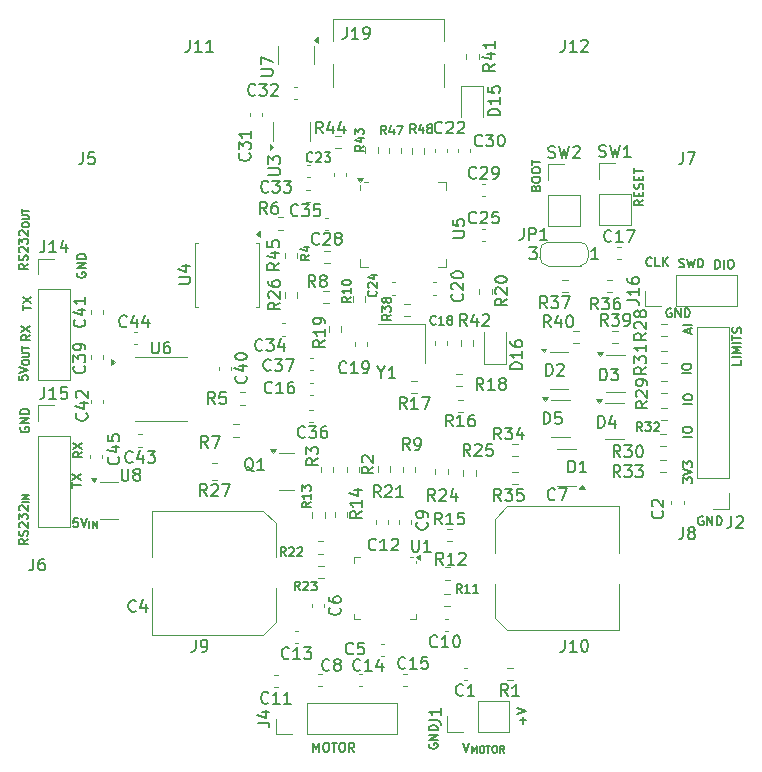
<source format=gbr>
%TF.GenerationSoftware,KiCad,Pcbnew,8.0.1*%
%TF.CreationDate,2024-04-11T10:52:21-07:00*%
%TF.ProjectId,TMC2240_RP2040,544d4332-3234-4305-9f52-50323034302e,rev?*%
%TF.SameCoordinates,Original*%
%TF.FileFunction,Legend,Top*%
%TF.FilePolarity,Positive*%
%FSLAX46Y46*%
G04 Gerber Fmt 4.6, Leading zero omitted, Abs format (unit mm)*
G04 Created by KiCad (PCBNEW 8.0.1) date 2024-04-11 10:52:21*
%MOMM*%
%LPD*%
G01*
G04 APERTURE LIST*
%ADD10C,0.150000*%
%ADD11C,0.120000*%
G04 APERTURE END LIST*
D10*
X151036128Y-130958458D02*
X151036128Y-130601316D01*
X151250414Y-131029887D02*
X150500414Y-130779887D01*
X150500414Y-130779887D02*
X151250414Y-130529887D01*
X151250414Y-130279887D02*
X150500414Y-130279887D01*
X138007557Y-118672744D02*
X138043271Y-118565601D01*
X138043271Y-118565601D02*
X138078985Y-118529887D01*
X138078985Y-118529887D02*
X138150414Y-118494173D01*
X138150414Y-118494173D02*
X138257557Y-118494173D01*
X138257557Y-118494173D02*
X138328985Y-118529887D01*
X138328985Y-118529887D02*
X138364700Y-118565601D01*
X138364700Y-118565601D02*
X138400414Y-118637030D01*
X138400414Y-118637030D02*
X138400414Y-118922744D01*
X138400414Y-118922744D02*
X137650414Y-118922744D01*
X137650414Y-118922744D02*
X137650414Y-118672744D01*
X137650414Y-118672744D02*
X137686128Y-118601316D01*
X137686128Y-118601316D02*
X137721842Y-118565601D01*
X137721842Y-118565601D02*
X137793271Y-118529887D01*
X137793271Y-118529887D02*
X137864700Y-118529887D01*
X137864700Y-118529887D02*
X137936128Y-118565601D01*
X137936128Y-118565601D02*
X137971842Y-118601316D01*
X137971842Y-118601316D02*
X138007557Y-118672744D01*
X138007557Y-118672744D02*
X138007557Y-118922744D01*
X137650414Y-118029887D02*
X137650414Y-117887030D01*
X137650414Y-117887030D02*
X137686128Y-117815601D01*
X137686128Y-117815601D02*
X137757557Y-117744173D01*
X137757557Y-117744173D02*
X137900414Y-117708458D01*
X137900414Y-117708458D02*
X138150414Y-117708458D01*
X138150414Y-117708458D02*
X138293271Y-117744173D01*
X138293271Y-117744173D02*
X138364700Y-117815601D01*
X138364700Y-117815601D02*
X138400414Y-117887030D01*
X138400414Y-117887030D02*
X138400414Y-118029887D01*
X138400414Y-118029887D02*
X138364700Y-118101316D01*
X138364700Y-118101316D02*
X138293271Y-118172744D01*
X138293271Y-118172744D02*
X138150414Y-118208458D01*
X138150414Y-118208458D02*
X137900414Y-118208458D01*
X137900414Y-118208458D02*
X137757557Y-118172744D01*
X137757557Y-118172744D02*
X137686128Y-118101316D01*
X137686128Y-118101316D02*
X137650414Y-118029887D01*
X137650414Y-117244173D02*
X137650414Y-117101316D01*
X137650414Y-117101316D02*
X137686128Y-117029887D01*
X137686128Y-117029887D02*
X137757557Y-116958459D01*
X137757557Y-116958459D02*
X137900414Y-116922744D01*
X137900414Y-116922744D02*
X138150414Y-116922744D01*
X138150414Y-116922744D02*
X138293271Y-116958459D01*
X138293271Y-116958459D02*
X138364700Y-117029887D01*
X138364700Y-117029887D02*
X138400414Y-117101316D01*
X138400414Y-117101316D02*
X138400414Y-117244173D01*
X138400414Y-117244173D02*
X138364700Y-117315602D01*
X138364700Y-117315602D02*
X138293271Y-117387030D01*
X138293271Y-117387030D02*
X138150414Y-117422744D01*
X138150414Y-117422744D02*
X137900414Y-117422744D01*
X137900414Y-117422744D02*
X137757557Y-117387030D01*
X137757557Y-117387030D02*
X137686128Y-117315602D01*
X137686128Y-117315602D02*
X137650414Y-117244173D01*
X137650414Y-116708459D02*
X137650414Y-116279888D01*
X138400414Y-116494173D02*
X137650414Y-116494173D01*
X131870112Y-165650414D02*
X132120112Y-166400414D01*
X132120112Y-166400414D02*
X132370112Y-165650414D01*
X132584398Y-166483271D02*
X132584398Y-165883271D01*
X132584398Y-165883271D02*
X132784398Y-166311842D01*
X132784398Y-166311842D02*
X132984398Y-165883271D01*
X132984398Y-165883271D02*
X132984398Y-166483271D01*
X133384397Y-165883271D02*
X133498683Y-165883271D01*
X133498683Y-165883271D02*
X133555826Y-165911842D01*
X133555826Y-165911842D02*
X133612969Y-165968985D01*
X133612969Y-165968985D02*
X133641540Y-166083271D01*
X133641540Y-166083271D02*
X133641540Y-166283271D01*
X133641540Y-166283271D02*
X133612969Y-166397557D01*
X133612969Y-166397557D02*
X133555826Y-166454700D01*
X133555826Y-166454700D02*
X133498683Y-166483271D01*
X133498683Y-166483271D02*
X133384397Y-166483271D01*
X133384397Y-166483271D02*
X133327255Y-166454700D01*
X133327255Y-166454700D02*
X133270112Y-166397557D01*
X133270112Y-166397557D02*
X133241540Y-166283271D01*
X133241540Y-166283271D02*
X133241540Y-166083271D01*
X133241540Y-166083271D02*
X133270112Y-165968985D01*
X133270112Y-165968985D02*
X133327255Y-165911842D01*
X133327255Y-165911842D02*
X133384397Y-165883271D01*
X133812968Y-165883271D02*
X134155826Y-165883271D01*
X133984397Y-166483271D02*
X133984397Y-165883271D01*
X134470111Y-165883271D02*
X134584397Y-165883271D01*
X134584397Y-165883271D02*
X134641540Y-165911842D01*
X134641540Y-165911842D02*
X134698683Y-165968985D01*
X134698683Y-165968985D02*
X134727254Y-166083271D01*
X134727254Y-166083271D02*
X134727254Y-166283271D01*
X134727254Y-166283271D02*
X134698683Y-166397557D01*
X134698683Y-166397557D02*
X134641540Y-166454700D01*
X134641540Y-166454700D02*
X134584397Y-166483271D01*
X134584397Y-166483271D02*
X134470111Y-166483271D01*
X134470111Y-166483271D02*
X134412969Y-166454700D01*
X134412969Y-166454700D02*
X134355826Y-166397557D01*
X134355826Y-166397557D02*
X134327254Y-166283271D01*
X134327254Y-166283271D02*
X134327254Y-166083271D01*
X134327254Y-166083271D02*
X134355826Y-165968985D01*
X134355826Y-165968985D02*
X134412969Y-165911842D01*
X134412969Y-165911842D02*
X134470111Y-165883271D01*
X135327254Y-166483271D02*
X135127254Y-166197557D01*
X134984397Y-166483271D02*
X134984397Y-165883271D01*
X134984397Y-165883271D02*
X135212968Y-165883271D01*
X135212968Y-165883271D02*
X135270111Y-165911842D01*
X135270111Y-165911842D02*
X135298682Y-165940414D01*
X135298682Y-165940414D02*
X135327254Y-165997557D01*
X135327254Y-165997557D02*
X135327254Y-166083271D01*
X135327254Y-166083271D02*
X135298682Y-166140414D01*
X135298682Y-166140414D02*
X135270111Y-166168985D01*
X135270111Y-166168985D02*
X135212968Y-166197557D01*
X135212968Y-166197557D02*
X134984397Y-166197557D01*
X153177255Y-125500414D02*
X153177255Y-124750414D01*
X153177255Y-124750414D02*
X153355826Y-124750414D01*
X153355826Y-124750414D02*
X153462969Y-124786128D01*
X153462969Y-124786128D02*
X153534398Y-124857557D01*
X153534398Y-124857557D02*
X153570112Y-124928985D01*
X153570112Y-124928985D02*
X153605826Y-125071842D01*
X153605826Y-125071842D02*
X153605826Y-125178985D01*
X153605826Y-125178985D02*
X153570112Y-125321842D01*
X153570112Y-125321842D02*
X153534398Y-125393271D01*
X153534398Y-125393271D02*
X153462969Y-125464700D01*
X153462969Y-125464700D02*
X153355826Y-125500414D01*
X153355826Y-125500414D02*
X153177255Y-125500414D01*
X153927255Y-125500414D02*
X153927255Y-124750414D01*
X154427255Y-124750414D02*
X154570112Y-124750414D01*
X154570112Y-124750414D02*
X154641541Y-124786128D01*
X154641541Y-124786128D02*
X154712969Y-124857557D01*
X154712969Y-124857557D02*
X154748684Y-125000414D01*
X154748684Y-125000414D02*
X154748684Y-125250414D01*
X154748684Y-125250414D02*
X154712969Y-125393271D01*
X154712969Y-125393271D02*
X154641541Y-125464700D01*
X154641541Y-125464700D02*
X154570112Y-125500414D01*
X154570112Y-125500414D02*
X154427255Y-125500414D01*
X154427255Y-125500414D02*
X154355827Y-125464700D01*
X154355827Y-125464700D02*
X154284398Y-125393271D01*
X154284398Y-125393271D02*
X154248684Y-125250414D01*
X154248684Y-125250414D02*
X154248684Y-125000414D01*
X154248684Y-125000414D02*
X154284398Y-124857557D01*
X154284398Y-124857557D02*
X154355827Y-124786128D01*
X154355827Y-124786128D02*
X154427255Y-124750414D01*
X94386128Y-138929887D02*
X94350414Y-139001316D01*
X94350414Y-139001316D02*
X94350414Y-139108458D01*
X94350414Y-139108458D02*
X94386128Y-139215601D01*
X94386128Y-139215601D02*
X94457557Y-139287030D01*
X94457557Y-139287030D02*
X94528985Y-139322744D01*
X94528985Y-139322744D02*
X94671842Y-139358458D01*
X94671842Y-139358458D02*
X94778985Y-139358458D01*
X94778985Y-139358458D02*
X94921842Y-139322744D01*
X94921842Y-139322744D02*
X94993271Y-139287030D01*
X94993271Y-139287030D02*
X95064700Y-139215601D01*
X95064700Y-139215601D02*
X95100414Y-139108458D01*
X95100414Y-139108458D02*
X95100414Y-139037030D01*
X95100414Y-139037030D02*
X95064700Y-138929887D01*
X95064700Y-138929887D02*
X95028985Y-138894173D01*
X95028985Y-138894173D02*
X94778985Y-138894173D01*
X94778985Y-138894173D02*
X94778985Y-139037030D01*
X95100414Y-138572744D02*
X94350414Y-138572744D01*
X94350414Y-138572744D02*
X95100414Y-138144173D01*
X95100414Y-138144173D02*
X94350414Y-138144173D01*
X95100414Y-137787030D02*
X94350414Y-137787030D01*
X94350414Y-137787030D02*
X94350414Y-137608459D01*
X94350414Y-137608459D02*
X94386128Y-137501316D01*
X94386128Y-137501316D02*
X94457557Y-137429887D01*
X94457557Y-137429887D02*
X94528985Y-137394173D01*
X94528985Y-137394173D02*
X94671842Y-137358459D01*
X94671842Y-137358459D02*
X94778985Y-137358459D01*
X94778985Y-137358459D02*
X94921842Y-137394173D01*
X94921842Y-137394173D02*
X94993271Y-137429887D01*
X94993271Y-137429887D02*
X95064700Y-137501316D01*
X95064700Y-137501316D02*
X95100414Y-137608459D01*
X95100414Y-137608459D02*
X95100414Y-137787030D01*
X155400414Y-133265601D02*
X155400414Y-133622744D01*
X155400414Y-133622744D02*
X154650414Y-133622744D01*
X155400414Y-133015601D02*
X154650414Y-133015601D01*
X155400414Y-132658458D02*
X154650414Y-132658458D01*
X154650414Y-132658458D02*
X155186128Y-132408458D01*
X155186128Y-132408458D02*
X154650414Y-132158458D01*
X154650414Y-132158458D02*
X155400414Y-132158458D01*
X155400414Y-131801315D02*
X154650414Y-131801315D01*
X154650414Y-131551315D02*
X154650414Y-131122744D01*
X155400414Y-131337029D02*
X154650414Y-131337029D01*
X155364700Y-130908457D02*
X155400414Y-130801315D01*
X155400414Y-130801315D02*
X155400414Y-130622743D01*
X155400414Y-130622743D02*
X155364700Y-130551315D01*
X155364700Y-130551315D02*
X155328985Y-130515600D01*
X155328985Y-130515600D02*
X155257557Y-130479886D01*
X155257557Y-130479886D02*
X155186128Y-130479886D01*
X155186128Y-130479886D02*
X155114700Y-130515600D01*
X155114700Y-130515600D02*
X155078985Y-130551315D01*
X155078985Y-130551315D02*
X155043271Y-130622743D01*
X155043271Y-130622743D02*
X155007557Y-130765600D01*
X155007557Y-130765600D02*
X154971842Y-130837029D01*
X154971842Y-130837029D02*
X154936128Y-130872743D01*
X154936128Y-130872743D02*
X154864700Y-130908457D01*
X154864700Y-130908457D02*
X154793271Y-130908457D01*
X154793271Y-130908457D02*
X154721842Y-130872743D01*
X154721842Y-130872743D02*
X154686128Y-130837029D01*
X154686128Y-130837029D02*
X154650414Y-130765600D01*
X154650414Y-130765600D02*
X154650414Y-130587029D01*
X154650414Y-130587029D02*
X154686128Y-130479886D01*
X150500414Y-143644173D02*
X150500414Y-143179887D01*
X150500414Y-143179887D02*
X150786128Y-143429887D01*
X150786128Y-143429887D02*
X150786128Y-143322744D01*
X150786128Y-143322744D02*
X150821842Y-143251316D01*
X150821842Y-143251316D02*
X150857557Y-143215601D01*
X150857557Y-143215601D02*
X150928985Y-143179887D01*
X150928985Y-143179887D02*
X151107557Y-143179887D01*
X151107557Y-143179887D02*
X151178985Y-143215601D01*
X151178985Y-143215601D02*
X151214700Y-143251316D01*
X151214700Y-143251316D02*
X151250414Y-143322744D01*
X151250414Y-143322744D02*
X151250414Y-143537030D01*
X151250414Y-143537030D02*
X151214700Y-143608458D01*
X151214700Y-143608458D02*
X151178985Y-143644173D01*
X150500414Y-142965601D02*
X151250414Y-142715601D01*
X151250414Y-142715601D02*
X150500414Y-142465601D01*
X150500414Y-142287030D02*
X150500414Y-141822744D01*
X150500414Y-141822744D02*
X150786128Y-142072744D01*
X150786128Y-142072744D02*
X150786128Y-141965601D01*
X150786128Y-141965601D02*
X150821842Y-141894173D01*
X150821842Y-141894173D02*
X150857557Y-141858458D01*
X150857557Y-141858458D02*
X150928985Y-141822744D01*
X150928985Y-141822744D02*
X151107557Y-141822744D01*
X151107557Y-141822744D02*
X151178985Y-141858458D01*
X151178985Y-141858458D02*
X151214700Y-141894173D01*
X151214700Y-141894173D02*
X151250414Y-141965601D01*
X151250414Y-141965601D02*
X151250414Y-142179887D01*
X151250414Y-142179887D02*
X151214700Y-142251315D01*
X151214700Y-142251315D02*
X151178985Y-142287030D01*
X99600414Y-140994173D02*
X99243271Y-141244173D01*
X99600414Y-141422744D02*
X98850414Y-141422744D01*
X98850414Y-141422744D02*
X98850414Y-141137030D01*
X98850414Y-141137030D02*
X98886128Y-141065601D01*
X98886128Y-141065601D02*
X98921842Y-141029887D01*
X98921842Y-141029887D02*
X98993271Y-140994173D01*
X98993271Y-140994173D02*
X99100414Y-140994173D01*
X99100414Y-140994173D02*
X99171842Y-141029887D01*
X99171842Y-141029887D02*
X99207557Y-141065601D01*
X99207557Y-141065601D02*
X99243271Y-141137030D01*
X99243271Y-141137030D02*
X99243271Y-141422744D01*
X98850414Y-140744173D02*
X99600414Y-140244173D01*
X98850414Y-140244173D02*
X99600414Y-140744173D01*
X94250414Y-134565601D02*
X94250414Y-134922744D01*
X94250414Y-134922744D02*
X94607557Y-134958458D01*
X94607557Y-134958458D02*
X94571842Y-134922744D01*
X94571842Y-134922744D02*
X94536128Y-134851316D01*
X94536128Y-134851316D02*
X94536128Y-134672744D01*
X94536128Y-134672744D02*
X94571842Y-134601316D01*
X94571842Y-134601316D02*
X94607557Y-134565601D01*
X94607557Y-134565601D02*
X94678985Y-134529887D01*
X94678985Y-134529887D02*
X94857557Y-134529887D01*
X94857557Y-134529887D02*
X94928985Y-134565601D01*
X94928985Y-134565601D02*
X94964700Y-134601316D01*
X94964700Y-134601316D02*
X95000414Y-134672744D01*
X95000414Y-134672744D02*
X95000414Y-134851316D01*
X95000414Y-134851316D02*
X94964700Y-134922744D01*
X94964700Y-134922744D02*
X94928985Y-134958458D01*
X94250414Y-134315601D02*
X95000414Y-134065601D01*
X95000414Y-134065601D02*
X94250414Y-133815601D01*
X94483271Y-133487030D02*
X94483271Y-133372744D01*
X94483271Y-133372744D02*
X94511842Y-133315601D01*
X94511842Y-133315601D02*
X94568985Y-133258458D01*
X94568985Y-133258458D02*
X94683271Y-133229887D01*
X94683271Y-133229887D02*
X94883271Y-133229887D01*
X94883271Y-133229887D02*
X94997557Y-133258458D01*
X94997557Y-133258458D02*
X95054700Y-133315601D01*
X95054700Y-133315601D02*
X95083271Y-133372744D01*
X95083271Y-133372744D02*
X95083271Y-133487030D01*
X95083271Y-133487030D02*
X95054700Y-133544173D01*
X95054700Y-133544173D02*
X94997557Y-133601315D01*
X94997557Y-133601315D02*
X94883271Y-133629887D01*
X94883271Y-133629887D02*
X94683271Y-133629887D01*
X94683271Y-133629887D02*
X94568985Y-133601315D01*
X94568985Y-133601315D02*
X94511842Y-133544173D01*
X94511842Y-133544173D02*
X94483271Y-133487030D01*
X94483271Y-132972744D02*
X94968985Y-132972744D01*
X94968985Y-132972744D02*
X95026128Y-132944173D01*
X95026128Y-132944173D02*
X95054700Y-132915602D01*
X95054700Y-132915602D02*
X95083271Y-132858459D01*
X95083271Y-132858459D02*
X95083271Y-132744173D01*
X95083271Y-132744173D02*
X95054700Y-132687030D01*
X95054700Y-132687030D02*
X95026128Y-132658459D01*
X95026128Y-132658459D02*
X94968985Y-132629887D01*
X94968985Y-132629887D02*
X94483271Y-132629887D01*
X94483271Y-132429888D02*
X94483271Y-132087031D01*
X95083271Y-132258459D02*
X94483271Y-132258459D01*
X98750414Y-144029887D02*
X98750414Y-143601316D01*
X99500414Y-143815601D02*
X98750414Y-143815601D01*
X98750414Y-143422744D02*
X99500414Y-142922744D01*
X98750414Y-142922744D02*
X99500414Y-143422744D01*
X95200414Y-131094173D02*
X94843271Y-131344173D01*
X95200414Y-131522744D02*
X94450414Y-131522744D01*
X94450414Y-131522744D02*
X94450414Y-131237030D01*
X94450414Y-131237030D02*
X94486128Y-131165601D01*
X94486128Y-131165601D02*
X94521842Y-131129887D01*
X94521842Y-131129887D02*
X94593271Y-131094173D01*
X94593271Y-131094173D02*
X94700414Y-131094173D01*
X94700414Y-131094173D02*
X94771842Y-131129887D01*
X94771842Y-131129887D02*
X94807557Y-131165601D01*
X94807557Y-131165601D02*
X94843271Y-131237030D01*
X94843271Y-131237030D02*
X94843271Y-131522744D01*
X94450414Y-130844173D02*
X95200414Y-130344173D01*
X94450414Y-130344173D02*
X95200414Y-130844173D01*
X136914700Y-164022744D02*
X136914700Y-163451316D01*
X137200414Y-163737030D02*
X136628985Y-163737030D01*
X136450414Y-163201316D02*
X137200414Y-162951316D01*
X137200414Y-162951316D02*
X136450414Y-162701316D01*
X128986128Y-165729887D02*
X128950414Y-165801316D01*
X128950414Y-165801316D02*
X128950414Y-165908458D01*
X128950414Y-165908458D02*
X128986128Y-166015601D01*
X128986128Y-166015601D02*
X129057557Y-166087030D01*
X129057557Y-166087030D02*
X129128985Y-166122744D01*
X129128985Y-166122744D02*
X129271842Y-166158458D01*
X129271842Y-166158458D02*
X129378985Y-166158458D01*
X129378985Y-166158458D02*
X129521842Y-166122744D01*
X129521842Y-166122744D02*
X129593271Y-166087030D01*
X129593271Y-166087030D02*
X129664700Y-166015601D01*
X129664700Y-166015601D02*
X129700414Y-165908458D01*
X129700414Y-165908458D02*
X129700414Y-165837030D01*
X129700414Y-165837030D02*
X129664700Y-165729887D01*
X129664700Y-165729887D02*
X129628985Y-165694173D01*
X129628985Y-165694173D02*
X129378985Y-165694173D01*
X129378985Y-165694173D02*
X129378985Y-165837030D01*
X129700414Y-165372744D02*
X128950414Y-165372744D01*
X128950414Y-165372744D02*
X129700414Y-164944173D01*
X129700414Y-164944173D02*
X128950414Y-164944173D01*
X129700414Y-164587030D02*
X128950414Y-164587030D01*
X128950414Y-164587030D02*
X128950414Y-164408459D01*
X128950414Y-164408459D02*
X128986128Y-164301316D01*
X128986128Y-164301316D02*
X129057557Y-164229887D01*
X129057557Y-164229887D02*
X129128985Y-164194173D01*
X129128985Y-164194173D02*
X129271842Y-164158459D01*
X129271842Y-164158459D02*
X129378985Y-164158459D01*
X129378985Y-164158459D02*
X129521842Y-164194173D01*
X129521842Y-164194173D02*
X129593271Y-164229887D01*
X129593271Y-164229887D02*
X129664700Y-164301316D01*
X129664700Y-164301316D02*
X129700414Y-164408459D01*
X129700414Y-164408459D02*
X129700414Y-164587030D01*
X151150414Y-134372744D02*
X150400414Y-134372744D01*
X150400414Y-133872744D02*
X150400414Y-133729887D01*
X150400414Y-133729887D02*
X150436128Y-133658458D01*
X150436128Y-133658458D02*
X150507557Y-133587030D01*
X150507557Y-133587030D02*
X150650414Y-133551315D01*
X150650414Y-133551315D02*
X150900414Y-133551315D01*
X150900414Y-133551315D02*
X151043271Y-133587030D01*
X151043271Y-133587030D02*
X151114700Y-133658458D01*
X151114700Y-133658458D02*
X151150414Y-133729887D01*
X151150414Y-133729887D02*
X151150414Y-133872744D01*
X151150414Y-133872744D02*
X151114700Y-133944173D01*
X151114700Y-133944173D02*
X151043271Y-134015601D01*
X151043271Y-134015601D02*
X150900414Y-134051315D01*
X150900414Y-134051315D02*
X150650414Y-134051315D01*
X150650414Y-134051315D02*
X150507557Y-134015601D01*
X150507557Y-134015601D02*
X150436128Y-133944173D01*
X150436128Y-133944173D02*
X150400414Y-133872744D01*
X150141541Y-125364700D02*
X150248684Y-125400414D01*
X150248684Y-125400414D02*
X150427255Y-125400414D01*
X150427255Y-125400414D02*
X150498684Y-125364700D01*
X150498684Y-125364700D02*
X150534398Y-125328985D01*
X150534398Y-125328985D02*
X150570112Y-125257557D01*
X150570112Y-125257557D02*
X150570112Y-125186128D01*
X150570112Y-125186128D02*
X150534398Y-125114700D01*
X150534398Y-125114700D02*
X150498684Y-125078985D01*
X150498684Y-125078985D02*
X150427255Y-125043271D01*
X150427255Y-125043271D02*
X150284398Y-125007557D01*
X150284398Y-125007557D02*
X150212969Y-124971842D01*
X150212969Y-124971842D02*
X150177255Y-124936128D01*
X150177255Y-124936128D02*
X150141541Y-124864700D01*
X150141541Y-124864700D02*
X150141541Y-124793271D01*
X150141541Y-124793271D02*
X150177255Y-124721842D01*
X150177255Y-124721842D02*
X150212969Y-124686128D01*
X150212969Y-124686128D02*
X150284398Y-124650414D01*
X150284398Y-124650414D02*
X150462969Y-124650414D01*
X150462969Y-124650414D02*
X150570112Y-124686128D01*
X150820112Y-124650414D02*
X150998684Y-125400414D01*
X150998684Y-125400414D02*
X151141541Y-124864700D01*
X151141541Y-124864700D02*
X151284398Y-125400414D01*
X151284398Y-125400414D02*
X151462970Y-124650414D01*
X151748684Y-125400414D02*
X151748684Y-124650414D01*
X151748684Y-124650414D02*
X151927255Y-124650414D01*
X151927255Y-124650414D02*
X152034398Y-124686128D01*
X152034398Y-124686128D02*
X152105827Y-124757557D01*
X152105827Y-124757557D02*
X152141541Y-124828985D01*
X152141541Y-124828985D02*
X152177255Y-124971842D01*
X152177255Y-124971842D02*
X152177255Y-125078985D01*
X152177255Y-125078985D02*
X152141541Y-125221842D01*
X152141541Y-125221842D02*
X152105827Y-125293271D01*
X152105827Y-125293271D02*
X152034398Y-125364700D01*
X152034398Y-125364700D02*
X151927255Y-125400414D01*
X151927255Y-125400414D02*
X151748684Y-125400414D01*
X147805826Y-125228985D02*
X147770112Y-125264700D01*
X147770112Y-125264700D02*
X147662969Y-125300414D01*
X147662969Y-125300414D02*
X147591541Y-125300414D01*
X147591541Y-125300414D02*
X147484398Y-125264700D01*
X147484398Y-125264700D02*
X147412969Y-125193271D01*
X147412969Y-125193271D02*
X147377255Y-125121842D01*
X147377255Y-125121842D02*
X147341541Y-124978985D01*
X147341541Y-124978985D02*
X147341541Y-124871842D01*
X147341541Y-124871842D02*
X147377255Y-124728985D01*
X147377255Y-124728985D02*
X147412969Y-124657557D01*
X147412969Y-124657557D02*
X147484398Y-124586128D01*
X147484398Y-124586128D02*
X147591541Y-124550414D01*
X147591541Y-124550414D02*
X147662969Y-124550414D01*
X147662969Y-124550414D02*
X147770112Y-124586128D01*
X147770112Y-124586128D02*
X147805826Y-124621842D01*
X148484398Y-125300414D02*
X148127255Y-125300414D01*
X148127255Y-125300414D02*
X148127255Y-124550414D01*
X148734398Y-125300414D02*
X148734398Y-124550414D01*
X149162969Y-125300414D02*
X148841541Y-124871842D01*
X149162969Y-124550414D02*
X148734398Y-124978985D01*
X151250414Y-136972744D02*
X150500414Y-136972744D01*
X150500414Y-136472744D02*
X150500414Y-136329887D01*
X150500414Y-136329887D02*
X150536128Y-136258458D01*
X150536128Y-136258458D02*
X150607557Y-136187030D01*
X150607557Y-136187030D02*
X150750414Y-136151315D01*
X150750414Y-136151315D02*
X151000414Y-136151315D01*
X151000414Y-136151315D02*
X151143271Y-136187030D01*
X151143271Y-136187030D02*
X151214700Y-136258458D01*
X151214700Y-136258458D02*
X151250414Y-136329887D01*
X151250414Y-136329887D02*
X151250414Y-136472744D01*
X151250414Y-136472744D02*
X151214700Y-136544173D01*
X151214700Y-136544173D02*
X151143271Y-136615601D01*
X151143271Y-136615601D02*
X151000414Y-136651315D01*
X151000414Y-136651315D02*
X150750414Y-136651315D01*
X150750414Y-136651315D02*
X150607557Y-136615601D01*
X150607557Y-136615601D02*
X150536128Y-136544173D01*
X150536128Y-136544173D02*
X150500414Y-136472744D01*
X99234398Y-146650414D02*
X98877255Y-146650414D01*
X98877255Y-146650414D02*
X98841541Y-147007557D01*
X98841541Y-147007557D02*
X98877255Y-146971842D01*
X98877255Y-146971842D02*
X98948684Y-146936128D01*
X98948684Y-146936128D02*
X99127255Y-146936128D01*
X99127255Y-146936128D02*
X99198684Y-146971842D01*
X99198684Y-146971842D02*
X99234398Y-147007557D01*
X99234398Y-147007557D02*
X99270112Y-147078985D01*
X99270112Y-147078985D02*
X99270112Y-147257557D01*
X99270112Y-147257557D02*
X99234398Y-147328985D01*
X99234398Y-147328985D02*
X99198684Y-147364700D01*
X99198684Y-147364700D02*
X99127255Y-147400414D01*
X99127255Y-147400414D02*
X98948684Y-147400414D01*
X98948684Y-147400414D02*
X98877255Y-147364700D01*
X98877255Y-147364700D02*
X98841541Y-147328985D01*
X99484398Y-146650414D02*
X99734398Y-147400414D01*
X99734398Y-147400414D02*
X99984398Y-146650414D01*
X100198684Y-147483271D02*
X100198684Y-146883271D01*
X100484398Y-147483271D02*
X100484398Y-146883271D01*
X100484398Y-146883271D02*
X100827255Y-147483271D01*
X100827255Y-147483271D02*
X100827255Y-146883271D01*
X94550414Y-129029887D02*
X94550414Y-128601316D01*
X95300414Y-128815601D02*
X94550414Y-128815601D01*
X94550414Y-128422744D02*
X95300414Y-127922744D01*
X94550414Y-127922744D02*
X95300414Y-128422744D01*
X151200414Y-139722744D02*
X150450414Y-139722744D01*
X150450414Y-139222744D02*
X150450414Y-139079887D01*
X150450414Y-139079887D02*
X150486128Y-139008458D01*
X150486128Y-139008458D02*
X150557557Y-138937030D01*
X150557557Y-138937030D02*
X150700414Y-138901315D01*
X150700414Y-138901315D02*
X150950414Y-138901315D01*
X150950414Y-138901315D02*
X151093271Y-138937030D01*
X151093271Y-138937030D02*
X151164700Y-139008458D01*
X151164700Y-139008458D02*
X151200414Y-139079887D01*
X151200414Y-139079887D02*
X151200414Y-139222744D01*
X151200414Y-139222744D02*
X151164700Y-139294173D01*
X151164700Y-139294173D02*
X151093271Y-139365601D01*
X151093271Y-139365601D02*
X150950414Y-139401315D01*
X150950414Y-139401315D02*
X150700414Y-139401315D01*
X150700414Y-139401315D02*
X150557557Y-139365601D01*
X150557557Y-139365601D02*
X150486128Y-139294173D01*
X150486128Y-139294173D02*
X150450414Y-139222744D01*
X95000414Y-148394173D02*
X94643271Y-148644173D01*
X95000414Y-148822744D02*
X94250414Y-148822744D01*
X94250414Y-148822744D02*
X94250414Y-148537030D01*
X94250414Y-148537030D02*
X94286128Y-148465601D01*
X94286128Y-148465601D02*
X94321842Y-148429887D01*
X94321842Y-148429887D02*
X94393271Y-148394173D01*
X94393271Y-148394173D02*
X94500414Y-148394173D01*
X94500414Y-148394173D02*
X94571842Y-148429887D01*
X94571842Y-148429887D02*
X94607557Y-148465601D01*
X94607557Y-148465601D02*
X94643271Y-148537030D01*
X94643271Y-148537030D02*
X94643271Y-148822744D01*
X94964700Y-148108458D02*
X95000414Y-148001316D01*
X95000414Y-148001316D02*
X95000414Y-147822744D01*
X95000414Y-147822744D02*
X94964700Y-147751316D01*
X94964700Y-147751316D02*
X94928985Y-147715601D01*
X94928985Y-147715601D02*
X94857557Y-147679887D01*
X94857557Y-147679887D02*
X94786128Y-147679887D01*
X94786128Y-147679887D02*
X94714700Y-147715601D01*
X94714700Y-147715601D02*
X94678985Y-147751316D01*
X94678985Y-147751316D02*
X94643271Y-147822744D01*
X94643271Y-147822744D02*
X94607557Y-147965601D01*
X94607557Y-147965601D02*
X94571842Y-148037030D01*
X94571842Y-148037030D02*
X94536128Y-148072744D01*
X94536128Y-148072744D02*
X94464700Y-148108458D01*
X94464700Y-148108458D02*
X94393271Y-148108458D01*
X94393271Y-148108458D02*
X94321842Y-148072744D01*
X94321842Y-148072744D02*
X94286128Y-148037030D01*
X94286128Y-148037030D02*
X94250414Y-147965601D01*
X94250414Y-147965601D02*
X94250414Y-147787030D01*
X94250414Y-147787030D02*
X94286128Y-147679887D01*
X94321842Y-147394172D02*
X94286128Y-147358458D01*
X94286128Y-147358458D02*
X94250414Y-147287030D01*
X94250414Y-147287030D02*
X94250414Y-147108458D01*
X94250414Y-147108458D02*
X94286128Y-147037030D01*
X94286128Y-147037030D02*
X94321842Y-147001315D01*
X94321842Y-147001315D02*
X94393271Y-146965601D01*
X94393271Y-146965601D02*
X94464700Y-146965601D01*
X94464700Y-146965601D02*
X94571842Y-147001315D01*
X94571842Y-147001315D02*
X95000414Y-147429887D01*
X95000414Y-147429887D02*
X95000414Y-146965601D01*
X94250414Y-146715601D02*
X94250414Y-146251315D01*
X94250414Y-146251315D02*
X94536128Y-146501315D01*
X94536128Y-146501315D02*
X94536128Y-146394172D01*
X94536128Y-146394172D02*
X94571842Y-146322744D01*
X94571842Y-146322744D02*
X94607557Y-146287029D01*
X94607557Y-146287029D02*
X94678985Y-146251315D01*
X94678985Y-146251315D02*
X94857557Y-146251315D01*
X94857557Y-146251315D02*
X94928985Y-146287029D01*
X94928985Y-146287029D02*
X94964700Y-146322744D01*
X94964700Y-146322744D02*
X95000414Y-146394172D01*
X95000414Y-146394172D02*
X95000414Y-146608458D01*
X95000414Y-146608458D02*
X94964700Y-146679886D01*
X94964700Y-146679886D02*
X94928985Y-146715601D01*
X94321842Y-145965600D02*
X94286128Y-145929886D01*
X94286128Y-145929886D02*
X94250414Y-145858458D01*
X94250414Y-145858458D02*
X94250414Y-145679886D01*
X94250414Y-145679886D02*
X94286128Y-145608458D01*
X94286128Y-145608458D02*
X94321842Y-145572743D01*
X94321842Y-145572743D02*
X94393271Y-145537029D01*
X94393271Y-145537029D02*
X94464700Y-145537029D01*
X94464700Y-145537029D02*
X94571842Y-145572743D01*
X94571842Y-145572743D02*
X95000414Y-146001315D01*
X95000414Y-146001315D02*
X95000414Y-145537029D01*
X95083271Y-145251314D02*
X94483271Y-145251314D01*
X95083271Y-144965600D02*
X94483271Y-144965600D01*
X94483271Y-144965600D02*
X95083271Y-144622743D01*
X95083271Y-144622743D02*
X94483271Y-144622743D01*
X119177255Y-166400414D02*
X119177255Y-165650414D01*
X119177255Y-165650414D02*
X119427255Y-166186128D01*
X119427255Y-166186128D02*
X119677255Y-165650414D01*
X119677255Y-165650414D02*
X119677255Y-166400414D01*
X120177255Y-165650414D02*
X120320112Y-165650414D01*
X120320112Y-165650414D02*
X120391541Y-165686128D01*
X120391541Y-165686128D02*
X120462969Y-165757557D01*
X120462969Y-165757557D02*
X120498684Y-165900414D01*
X120498684Y-165900414D02*
X120498684Y-166150414D01*
X120498684Y-166150414D02*
X120462969Y-166293271D01*
X120462969Y-166293271D02*
X120391541Y-166364700D01*
X120391541Y-166364700D02*
X120320112Y-166400414D01*
X120320112Y-166400414D02*
X120177255Y-166400414D01*
X120177255Y-166400414D02*
X120105827Y-166364700D01*
X120105827Y-166364700D02*
X120034398Y-166293271D01*
X120034398Y-166293271D02*
X119998684Y-166150414D01*
X119998684Y-166150414D02*
X119998684Y-165900414D01*
X119998684Y-165900414D02*
X120034398Y-165757557D01*
X120034398Y-165757557D02*
X120105827Y-165686128D01*
X120105827Y-165686128D02*
X120177255Y-165650414D01*
X120712969Y-165650414D02*
X121141541Y-165650414D01*
X120927255Y-166400414D02*
X120927255Y-165650414D01*
X121534398Y-165650414D02*
X121677255Y-165650414D01*
X121677255Y-165650414D02*
X121748684Y-165686128D01*
X121748684Y-165686128D02*
X121820112Y-165757557D01*
X121820112Y-165757557D02*
X121855827Y-165900414D01*
X121855827Y-165900414D02*
X121855827Y-166150414D01*
X121855827Y-166150414D02*
X121820112Y-166293271D01*
X121820112Y-166293271D02*
X121748684Y-166364700D01*
X121748684Y-166364700D02*
X121677255Y-166400414D01*
X121677255Y-166400414D02*
X121534398Y-166400414D01*
X121534398Y-166400414D02*
X121462970Y-166364700D01*
X121462970Y-166364700D02*
X121391541Y-166293271D01*
X121391541Y-166293271D02*
X121355827Y-166150414D01*
X121355827Y-166150414D02*
X121355827Y-165900414D01*
X121355827Y-165900414D02*
X121391541Y-165757557D01*
X121391541Y-165757557D02*
X121462970Y-165686128D01*
X121462970Y-165686128D02*
X121534398Y-165650414D01*
X122605826Y-166400414D02*
X122355826Y-166043271D01*
X122177255Y-166400414D02*
X122177255Y-165650414D01*
X122177255Y-165650414D02*
X122462969Y-165650414D01*
X122462969Y-165650414D02*
X122534398Y-165686128D01*
X122534398Y-165686128D02*
X122570112Y-165721842D01*
X122570112Y-165721842D02*
X122605826Y-165793271D01*
X122605826Y-165793271D02*
X122605826Y-165900414D01*
X122605826Y-165900414D02*
X122570112Y-165971842D01*
X122570112Y-165971842D02*
X122534398Y-166007557D01*
X122534398Y-166007557D02*
X122462969Y-166043271D01*
X122462969Y-166043271D02*
X122177255Y-166043271D01*
X149470112Y-128886128D02*
X149398684Y-128850414D01*
X149398684Y-128850414D02*
X149291541Y-128850414D01*
X149291541Y-128850414D02*
X149184398Y-128886128D01*
X149184398Y-128886128D02*
X149112969Y-128957557D01*
X149112969Y-128957557D02*
X149077255Y-129028985D01*
X149077255Y-129028985D02*
X149041541Y-129171842D01*
X149041541Y-129171842D02*
X149041541Y-129278985D01*
X149041541Y-129278985D02*
X149077255Y-129421842D01*
X149077255Y-129421842D02*
X149112969Y-129493271D01*
X149112969Y-129493271D02*
X149184398Y-129564700D01*
X149184398Y-129564700D02*
X149291541Y-129600414D01*
X149291541Y-129600414D02*
X149362969Y-129600414D01*
X149362969Y-129600414D02*
X149470112Y-129564700D01*
X149470112Y-129564700D02*
X149505826Y-129528985D01*
X149505826Y-129528985D02*
X149505826Y-129278985D01*
X149505826Y-129278985D02*
X149362969Y-129278985D01*
X149827255Y-129600414D02*
X149827255Y-128850414D01*
X149827255Y-128850414D02*
X150255826Y-129600414D01*
X150255826Y-129600414D02*
X150255826Y-128850414D01*
X150612969Y-129600414D02*
X150612969Y-128850414D01*
X150612969Y-128850414D02*
X150791540Y-128850414D01*
X150791540Y-128850414D02*
X150898683Y-128886128D01*
X150898683Y-128886128D02*
X150970112Y-128957557D01*
X150970112Y-128957557D02*
X151005826Y-129028985D01*
X151005826Y-129028985D02*
X151041540Y-129171842D01*
X151041540Y-129171842D02*
X151041540Y-129278985D01*
X151041540Y-129278985D02*
X151005826Y-129421842D01*
X151005826Y-129421842D02*
X150970112Y-129493271D01*
X150970112Y-129493271D02*
X150898683Y-129564700D01*
X150898683Y-129564700D02*
X150791540Y-129600414D01*
X150791540Y-129600414D02*
X150612969Y-129600414D01*
X95000414Y-125094173D02*
X94643271Y-125344173D01*
X95000414Y-125522744D02*
X94250414Y-125522744D01*
X94250414Y-125522744D02*
X94250414Y-125237030D01*
X94250414Y-125237030D02*
X94286128Y-125165601D01*
X94286128Y-125165601D02*
X94321842Y-125129887D01*
X94321842Y-125129887D02*
X94393271Y-125094173D01*
X94393271Y-125094173D02*
X94500414Y-125094173D01*
X94500414Y-125094173D02*
X94571842Y-125129887D01*
X94571842Y-125129887D02*
X94607557Y-125165601D01*
X94607557Y-125165601D02*
X94643271Y-125237030D01*
X94643271Y-125237030D02*
X94643271Y-125522744D01*
X94964700Y-124808458D02*
X95000414Y-124701316D01*
X95000414Y-124701316D02*
X95000414Y-124522744D01*
X95000414Y-124522744D02*
X94964700Y-124451316D01*
X94964700Y-124451316D02*
X94928985Y-124415601D01*
X94928985Y-124415601D02*
X94857557Y-124379887D01*
X94857557Y-124379887D02*
X94786128Y-124379887D01*
X94786128Y-124379887D02*
X94714700Y-124415601D01*
X94714700Y-124415601D02*
X94678985Y-124451316D01*
X94678985Y-124451316D02*
X94643271Y-124522744D01*
X94643271Y-124522744D02*
X94607557Y-124665601D01*
X94607557Y-124665601D02*
X94571842Y-124737030D01*
X94571842Y-124737030D02*
X94536128Y-124772744D01*
X94536128Y-124772744D02*
X94464700Y-124808458D01*
X94464700Y-124808458D02*
X94393271Y-124808458D01*
X94393271Y-124808458D02*
X94321842Y-124772744D01*
X94321842Y-124772744D02*
X94286128Y-124737030D01*
X94286128Y-124737030D02*
X94250414Y-124665601D01*
X94250414Y-124665601D02*
X94250414Y-124487030D01*
X94250414Y-124487030D02*
X94286128Y-124379887D01*
X94321842Y-124094172D02*
X94286128Y-124058458D01*
X94286128Y-124058458D02*
X94250414Y-123987030D01*
X94250414Y-123987030D02*
X94250414Y-123808458D01*
X94250414Y-123808458D02*
X94286128Y-123737030D01*
X94286128Y-123737030D02*
X94321842Y-123701315D01*
X94321842Y-123701315D02*
X94393271Y-123665601D01*
X94393271Y-123665601D02*
X94464700Y-123665601D01*
X94464700Y-123665601D02*
X94571842Y-123701315D01*
X94571842Y-123701315D02*
X95000414Y-124129887D01*
X95000414Y-124129887D02*
X95000414Y-123665601D01*
X94250414Y-123415601D02*
X94250414Y-122951315D01*
X94250414Y-122951315D02*
X94536128Y-123201315D01*
X94536128Y-123201315D02*
X94536128Y-123094172D01*
X94536128Y-123094172D02*
X94571842Y-123022744D01*
X94571842Y-123022744D02*
X94607557Y-122987029D01*
X94607557Y-122987029D02*
X94678985Y-122951315D01*
X94678985Y-122951315D02*
X94857557Y-122951315D01*
X94857557Y-122951315D02*
X94928985Y-122987029D01*
X94928985Y-122987029D02*
X94964700Y-123022744D01*
X94964700Y-123022744D02*
X95000414Y-123094172D01*
X95000414Y-123094172D02*
X95000414Y-123308458D01*
X95000414Y-123308458D02*
X94964700Y-123379886D01*
X94964700Y-123379886D02*
X94928985Y-123415601D01*
X94321842Y-122665600D02*
X94286128Y-122629886D01*
X94286128Y-122629886D02*
X94250414Y-122558458D01*
X94250414Y-122558458D02*
X94250414Y-122379886D01*
X94250414Y-122379886D02*
X94286128Y-122308458D01*
X94286128Y-122308458D02*
X94321842Y-122272743D01*
X94321842Y-122272743D02*
X94393271Y-122237029D01*
X94393271Y-122237029D02*
X94464700Y-122237029D01*
X94464700Y-122237029D02*
X94571842Y-122272743D01*
X94571842Y-122272743D02*
X95000414Y-122701315D01*
X95000414Y-122701315D02*
X95000414Y-122237029D01*
X94483271Y-121837029D02*
X94483271Y-121722743D01*
X94483271Y-121722743D02*
X94511842Y-121665600D01*
X94511842Y-121665600D02*
X94568985Y-121608457D01*
X94568985Y-121608457D02*
X94683271Y-121579886D01*
X94683271Y-121579886D02*
X94883271Y-121579886D01*
X94883271Y-121579886D02*
X94997557Y-121608457D01*
X94997557Y-121608457D02*
X95054700Y-121665600D01*
X95054700Y-121665600D02*
X95083271Y-121722743D01*
X95083271Y-121722743D02*
X95083271Y-121837029D01*
X95083271Y-121837029D02*
X95054700Y-121894172D01*
X95054700Y-121894172D02*
X94997557Y-121951314D01*
X94997557Y-121951314D02*
X94883271Y-121979886D01*
X94883271Y-121979886D02*
X94683271Y-121979886D01*
X94683271Y-121979886D02*
X94568985Y-121951314D01*
X94568985Y-121951314D02*
X94511842Y-121894172D01*
X94511842Y-121894172D02*
X94483271Y-121837029D01*
X94483271Y-121322743D02*
X94968985Y-121322743D01*
X94968985Y-121322743D02*
X95026128Y-121294172D01*
X95026128Y-121294172D02*
X95054700Y-121265601D01*
X95054700Y-121265601D02*
X95083271Y-121208458D01*
X95083271Y-121208458D02*
X95083271Y-121094172D01*
X95083271Y-121094172D02*
X95054700Y-121037029D01*
X95054700Y-121037029D02*
X95026128Y-121008458D01*
X95026128Y-121008458D02*
X94968985Y-120979886D01*
X94968985Y-120979886D02*
X94483271Y-120979886D01*
X94483271Y-120779887D02*
X94483271Y-120437030D01*
X95083271Y-120608458D02*
X94483271Y-120608458D01*
X147100414Y-119694173D02*
X146743271Y-119944173D01*
X147100414Y-120122744D02*
X146350414Y-120122744D01*
X146350414Y-120122744D02*
X146350414Y-119837030D01*
X146350414Y-119837030D02*
X146386128Y-119765601D01*
X146386128Y-119765601D02*
X146421842Y-119729887D01*
X146421842Y-119729887D02*
X146493271Y-119694173D01*
X146493271Y-119694173D02*
X146600414Y-119694173D01*
X146600414Y-119694173D02*
X146671842Y-119729887D01*
X146671842Y-119729887D02*
X146707557Y-119765601D01*
X146707557Y-119765601D02*
X146743271Y-119837030D01*
X146743271Y-119837030D02*
X146743271Y-120122744D01*
X146707557Y-119372744D02*
X146707557Y-119122744D01*
X147100414Y-119015601D02*
X147100414Y-119372744D01*
X147100414Y-119372744D02*
X146350414Y-119372744D01*
X146350414Y-119372744D02*
X146350414Y-119015601D01*
X147064700Y-118729887D02*
X147100414Y-118622745D01*
X147100414Y-118622745D02*
X147100414Y-118444173D01*
X147100414Y-118444173D02*
X147064700Y-118372745D01*
X147064700Y-118372745D02*
X147028985Y-118337030D01*
X147028985Y-118337030D02*
X146957557Y-118301316D01*
X146957557Y-118301316D02*
X146886128Y-118301316D01*
X146886128Y-118301316D02*
X146814700Y-118337030D01*
X146814700Y-118337030D02*
X146778985Y-118372745D01*
X146778985Y-118372745D02*
X146743271Y-118444173D01*
X146743271Y-118444173D02*
X146707557Y-118587030D01*
X146707557Y-118587030D02*
X146671842Y-118658459D01*
X146671842Y-118658459D02*
X146636128Y-118694173D01*
X146636128Y-118694173D02*
X146564700Y-118729887D01*
X146564700Y-118729887D02*
X146493271Y-118729887D01*
X146493271Y-118729887D02*
X146421842Y-118694173D01*
X146421842Y-118694173D02*
X146386128Y-118658459D01*
X146386128Y-118658459D02*
X146350414Y-118587030D01*
X146350414Y-118587030D02*
X146350414Y-118408459D01*
X146350414Y-118408459D02*
X146386128Y-118301316D01*
X146707557Y-117979887D02*
X146707557Y-117729887D01*
X147100414Y-117622744D02*
X147100414Y-117979887D01*
X147100414Y-117979887D02*
X146350414Y-117979887D01*
X146350414Y-117979887D02*
X146350414Y-117622744D01*
X146350414Y-117408459D02*
X146350414Y-116979888D01*
X147100414Y-117194173D02*
X146350414Y-117194173D01*
X152170112Y-146486128D02*
X152098684Y-146450414D01*
X152098684Y-146450414D02*
X151991541Y-146450414D01*
X151991541Y-146450414D02*
X151884398Y-146486128D01*
X151884398Y-146486128D02*
X151812969Y-146557557D01*
X151812969Y-146557557D02*
X151777255Y-146628985D01*
X151777255Y-146628985D02*
X151741541Y-146771842D01*
X151741541Y-146771842D02*
X151741541Y-146878985D01*
X151741541Y-146878985D02*
X151777255Y-147021842D01*
X151777255Y-147021842D02*
X151812969Y-147093271D01*
X151812969Y-147093271D02*
X151884398Y-147164700D01*
X151884398Y-147164700D02*
X151991541Y-147200414D01*
X151991541Y-147200414D02*
X152062969Y-147200414D01*
X152062969Y-147200414D02*
X152170112Y-147164700D01*
X152170112Y-147164700D02*
X152205826Y-147128985D01*
X152205826Y-147128985D02*
X152205826Y-146878985D01*
X152205826Y-146878985D02*
X152062969Y-146878985D01*
X152527255Y-147200414D02*
X152527255Y-146450414D01*
X152527255Y-146450414D02*
X152955826Y-147200414D01*
X152955826Y-147200414D02*
X152955826Y-146450414D01*
X153312969Y-147200414D02*
X153312969Y-146450414D01*
X153312969Y-146450414D02*
X153491540Y-146450414D01*
X153491540Y-146450414D02*
X153598683Y-146486128D01*
X153598683Y-146486128D02*
X153670112Y-146557557D01*
X153670112Y-146557557D02*
X153705826Y-146628985D01*
X153705826Y-146628985D02*
X153741540Y-146771842D01*
X153741540Y-146771842D02*
X153741540Y-146878985D01*
X153741540Y-146878985D02*
X153705826Y-147021842D01*
X153705826Y-147021842D02*
X153670112Y-147093271D01*
X153670112Y-147093271D02*
X153598683Y-147164700D01*
X153598683Y-147164700D02*
X153491540Y-147200414D01*
X153491540Y-147200414D02*
X153312969Y-147200414D01*
X99186128Y-125829887D02*
X99150414Y-125901316D01*
X99150414Y-125901316D02*
X99150414Y-126008458D01*
X99150414Y-126008458D02*
X99186128Y-126115601D01*
X99186128Y-126115601D02*
X99257557Y-126187030D01*
X99257557Y-126187030D02*
X99328985Y-126222744D01*
X99328985Y-126222744D02*
X99471842Y-126258458D01*
X99471842Y-126258458D02*
X99578985Y-126258458D01*
X99578985Y-126258458D02*
X99721842Y-126222744D01*
X99721842Y-126222744D02*
X99793271Y-126187030D01*
X99793271Y-126187030D02*
X99864700Y-126115601D01*
X99864700Y-126115601D02*
X99900414Y-126008458D01*
X99900414Y-126008458D02*
X99900414Y-125937030D01*
X99900414Y-125937030D02*
X99864700Y-125829887D01*
X99864700Y-125829887D02*
X99828985Y-125794173D01*
X99828985Y-125794173D02*
X99578985Y-125794173D01*
X99578985Y-125794173D02*
X99578985Y-125937030D01*
X99900414Y-125472744D02*
X99150414Y-125472744D01*
X99150414Y-125472744D02*
X99900414Y-125044173D01*
X99900414Y-125044173D02*
X99150414Y-125044173D01*
X99900414Y-124687030D02*
X99150414Y-124687030D01*
X99150414Y-124687030D02*
X99150414Y-124508459D01*
X99150414Y-124508459D02*
X99186128Y-124401316D01*
X99186128Y-124401316D02*
X99257557Y-124329887D01*
X99257557Y-124329887D02*
X99328985Y-124294173D01*
X99328985Y-124294173D02*
X99471842Y-124258459D01*
X99471842Y-124258459D02*
X99578985Y-124258459D01*
X99578985Y-124258459D02*
X99721842Y-124294173D01*
X99721842Y-124294173D02*
X99793271Y-124329887D01*
X99793271Y-124329887D02*
X99864700Y-124401316D01*
X99864700Y-124401316D02*
X99900414Y-124508459D01*
X99900414Y-124508459D02*
X99900414Y-124687030D01*
X110157142Y-144754819D02*
X109823809Y-144278628D01*
X109585714Y-144754819D02*
X109585714Y-143754819D01*
X109585714Y-143754819D02*
X109966666Y-143754819D01*
X109966666Y-143754819D02*
X110061904Y-143802438D01*
X110061904Y-143802438D02*
X110109523Y-143850057D01*
X110109523Y-143850057D02*
X110157142Y-143945295D01*
X110157142Y-143945295D02*
X110157142Y-144088152D01*
X110157142Y-144088152D02*
X110109523Y-144183390D01*
X110109523Y-144183390D02*
X110061904Y-144231009D01*
X110061904Y-144231009D02*
X109966666Y-144278628D01*
X109966666Y-144278628D02*
X109585714Y-144278628D01*
X110538095Y-143850057D02*
X110585714Y-143802438D01*
X110585714Y-143802438D02*
X110680952Y-143754819D01*
X110680952Y-143754819D02*
X110919047Y-143754819D01*
X110919047Y-143754819D02*
X111014285Y-143802438D01*
X111014285Y-143802438D02*
X111061904Y-143850057D01*
X111061904Y-143850057D02*
X111109523Y-143945295D01*
X111109523Y-143945295D02*
X111109523Y-144040533D01*
X111109523Y-144040533D02*
X111061904Y-144183390D01*
X111061904Y-144183390D02*
X110490476Y-144754819D01*
X110490476Y-144754819D02*
X111109523Y-144754819D01*
X111442857Y-143754819D02*
X112109523Y-143754819D01*
X112109523Y-143754819D02*
X111680952Y-144754819D01*
X139257142Y-130454819D02*
X138923809Y-129978628D01*
X138685714Y-130454819D02*
X138685714Y-129454819D01*
X138685714Y-129454819D02*
X139066666Y-129454819D01*
X139066666Y-129454819D02*
X139161904Y-129502438D01*
X139161904Y-129502438D02*
X139209523Y-129550057D01*
X139209523Y-129550057D02*
X139257142Y-129645295D01*
X139257142Y-129645295D02*
X139257142Y-129788152D01*
X139257142Y-129788152D02*
X139209523Y-129883390D01*
X139209523Y-129883390D02*
X139161904Y-129931009D01*
X139161904Y-129931009D02*
X139066666Y-129978628D01*
X139066666Y-129978628D02*
X138685714Y-129978628D01*
X140114285Y-129788152D02*
X140114285Y-130454819D01*
X139876190Y-129407200D02*
X139638095Y-130121485D01*
X139638095Y-130121485D02*
X140257142Y-130121485D01*
X140828571Y-129454819D02*
X140923809Y-129454819D01*
X140923809Y-129454819D02*
X141019047Y-129502438D01*
X141019047Y-129502438D02*
X141066666Y-129550057D01*
X141066666Y-129550057D02*
X141114285Y-129645295D01*
X141114285Y-129645295D02*
X141161904Y-129835771D01*
X141161904Y-129835771D02*
X141161904Y-130073866D01*
X141161904Y-130073866D02*
X141114285Y-130264342D01*
X141114285Y-130264342D02*
X141066666Y-130359580D01*
X141066666Y-130359580D02*
X141019047Y-130407200D01*
X141019047Y-130407200D02*
X140923809Y-130454819D01*
X140923809Y-130454819D02*
X140828571Y-130454819D01*
X140828571Y-130454819D02*
X140733333Y-130407200D01*
X140733333Y-130407200D02*
X140685714Y-130359580D01*
X140685714Y-130359580D02*
X140638095Y-130264342D01*
X140638095Y-130264342D02*
X140590476Y-130073866D01*
X140590476Y-130073866D02*
X140590476Y-129835771D01*
X140590476Y-129835771D02*
X140638095Y-129645295D01*
X140638095Y-129645295D02*
X140685714Y-129550057D01*
X140685714Y-129550057D02*
X140733333Y-129502438D01*
X140733333Y-129502438D02*
X140828571Y-129454819D01*
X144082142Y-130324819D02*
X143748809Y-129848628D01*
X143510714Y-130324819D02*
X143510714Y-129324819D01*
X143510714Y-129324819D02*
X143891666Y-129324819D01*
X143891666Y-129324819D02*
X143986904Y-129372438D01*
X143986904Y-129372438D02*
X144034523Y-129420057D01*
X144034523Y-129420057D02*
X144082142Y-129515295D01*
X144082142Y-129515295D02*
X144082142Y-129658152D01*
X144082142Y-129658152D02*
X144034523Y-129753390D01*
X144034523Y-129753390D02*
X143986904Y-129801009D01*
X143986904Y-129801009D02*
X143891666Y-129848628D01*
X143891666Y-129848628D02*
X143510714Y-129848628D01*
X144415476Y-129324819D02*
X145034523Y-129324819D01*
X145034523Y-129324819D02*
X144701190Y-129705771D01*
X144701190Y-129705771D02*
X144844047Y-129705771D01*
X144844047Y-129705771D02*
X144939285Y-129753390D01*
X144939285Y-129753390D02*
X144986904Y-129801009D01*
X144986904Y-129801009D02*
X145034523Y-129896247D01*
X145034523Y-129896247D02*
X145034523Y-130134342D01*
X145034523Y-130134342D02*
X144986904Y-130229580D01*
X144986904Y-130229580D02*
X144939285Y-130277200D01*
X144939285Y-130277200D02*
X144844047Y-130324819D01*
X144844047Y-130324819D02*
X144558333Y-130324819D01*
X144558333Y-130324819D02*
X144463095Y-130277200D01*
X144463095Y-130277200D02*
X144415476Y-130229580D01*
X145510714Y-130324819D02*
X145701190Y-130324819D01*
X145701190Y-130324819D02*
X145796428Y-130277200D01*
X145796428Y-130277200D02*
X145844047Y-130229580D01*
X145844047Y-130229580D02*
X145939285Y-130086723D01*
X145939285Y-130086723D02*
X145986904Y-129896247D01*
X145986904Y-129896247D02*
X145986904Y-129515295D01*
X145986904Y-129515295D02*
X145939285Y-129420057D01*
X145939285Y-129420057D02*
X145891666Y-129372438D01*
X145891666Y-129372438D02*
X145796428Y-129324819D01*
X145796428Y-129324819D02*
X145605952Y-129324819D01*
X145605952Y-129324819D02*
X145510714Y-129372438D01*
X145510714Y-129372438D02*
X145463095Y-129420057D01*
X145463095Y-129420057D02*
X145415476Y-129515295D01*
X145415476Y-129515295D02*
X145415476Y-129753390D01*
X145415476Y-129753390D02*
X145463095Y-129848628D01*
X145463095Y-129848628D02*
X145510714Y-129896247D01*
X145510714Y-129896247D02*
X145605952Y-129943866D01*
X145605952Y-129943866D02*
X145796428Y-129943866D01*
X145796428Y-129943866D02*
X145891666Y-129896247D01*
X145891666Y-129896247D02*
X145939285Y-129848628D01*
X145939285Y-129848628D02*
X145986904Y-129753390D01*
X138661905Y-138654819D02*
X138661905Y-137654819D01*
X138661905Y-137654819D02*
X138900000Y-137654819D01*
X138900000Y-137654819D02*
X139042857Y-137702438D01*
X139042857Y-137702438D02*
X139138095Y-137797676D01*
X139138095Y-137797676D02*
X139185714Y-137892914D01*
X139185714Y-137892914D02*
X139233333Y-138083390D01*
X139233333Y-138083390D02*
X139233333Y-138226247D01*
X139233333Y-138226247D02*
X139185714Y-138416723D01*
X139185714Y-138416723D02*
X139138095Y-138511961D01*
X139138095Y-138511961D02*
X139042857Y-138607200D01*
X139042857Y-138607200D02*
X138900000Y-138654819D01*
X138900000Y-138654819D02*
X138661905Y-138654819D01*
X140138095Y-137654819D02*
X139661905Y-137654819D01*
X139661905Y-137654819D02*
X139614286Y-138131009D01*
X139614286Y-138131009D02*
X139661905Y-138083390D01*
X139661905Y-138083390D02*
X139757143Y-138035771D01*
X139757143Y-138035771D02*
X139995238Y-138035771D01*
X139995238Y-138035771D02*
X140090476Y-138083390D01*
X140090476Y-138083390D02*
X140138095Y-138131009D01*
X140138095Y-138131009D02*
X140185714Y-138226247D01*
X140185714Y-138226247D02*
X140185714Y-138464342D01*
X140185714Y-138464342D02*
X140138095Y-138559580D01*
X140138095Y-138559580D02*
X140090476Y-138607200D01*
X140090476Y-138607200D02*
X139995238Y-138654819D01*
X139995238Y-138654819D02*
X139757143Y-138654819D01*
X139757143Y-138654819D02*
X139661905Y-138607200D01*
X139661905Y-138607200D02*
X139614286Y-138559580D01*
X143261905Y-138954819D02*
X143261905Y-137954819D01*
X143261905Y-137954819D02*
X143500000Y-137954819D01*
X143500000Y-137954819D02*
X143642857Y-138002438D01*
X143642857Y-138002438D02*
X143738095Y-138097676D01*
X143738095Y-138097676D02*
X143785714Y-138192914D01*
X143785714Y-138192914D02*
X143833333Y-138383390D01*
X143833333Y-138383390D02*
X143833333Y-138526247D01*
X143833333Y-138526247D02*
X143785714Y-138716723D01*
X143785714Y-138716723D02*
X143738095Y-138811961D01*
X143738095Y-138811961D02*
X143642857Y-138907200D01*
X143642857Y-138907200D02*
X143500000Y-138954819D01*
X143500000Y-138954819D02*
X143261905Y-138954819D01*
X144690476Y-138288152D02*
X144690476Y-138954819D01*
X144452381Y-137907200D02*
X144214286Y-138621485D01*
X144214286Y-138621485D02*
X144833333Y-138621485D01*
X143461905Y-134954819D02*
X143461905Y-133954819D01*
X143461905Y-133954819D02*
X143700000Y-133954819D01*
X143700000Y-133954819D02*
X143842857Y-134002438D01*
X143842857Y-134002438D02*
X143938095Y-134097676D01*
X143938095Y-134097676D02*
X143985714Y-134192914D01*
X143985714Y-134192914D02*
X144033333Y-134383390D01*
X144033333Y-134383390D02*
X144033333Y-134526247D01*
X144033333Y-134526247D02*
X143985714Y-134716723D01*
X143985714Y-134716723D02*
X143938095Y-134811961D01*
X143938095Y-134811961D02*
X143842857Y-134907200D01*
X143842857Y-134907200D02*
X143700000Y-134954819D01*
X143700000Y-134954819D02*
X143461905Y-134954819D01*
X144366667Y-133954819D02*
X144985714Y-133954819D01*
X144985714Y-133954819D02*
X144652381Y-134335771D01*
X144652381Y-134335771D02*
X144795238Y-134335771D01*
X144795238Y-134335771D02*
X144890476Y-134383390D01*
X144890476Y-134383390D02*
X144938095Y-134431009D01*
X144938095Y-134431009D02*
X144985714Y-134526247D01*
X144985714Y-134526247D02*
X144985714Y-134764342D01*
X144985714Y-134764342D02*
X144938095Y-134859580D01*
X144938095Y-134859580D02*
X144890476Y-134907200D01*
X144890476Y-134907200D02*
X144795238Y-134954819D01*
X144795238Y-134954819D02*
X144509524Y-134954819D01*
X144509524Y-134954819D02*
X144414286Y-134907200D01*
X144414286Y-134907200D02*
X144366667Y-134859580D01*
X138861905Y-134554819D02*
X138861905Y-133554819D01*
X138861905Y-133554819D02*
X139100000Y-133554819D01*
X139100000Y-133554819D02*
X139242857Y-133602438D01*
X139242857Y-133602438D02*
X139338095Y-133697676D01*
X139338095Y-133697676D02*
X139385714Y-133792914D01*
X139385714Y-133792914D02*
X139433333Y-133983390D01*
X139433333Y-133983390D02*
X139433333Y-134126247D01*
X139433333Y-134126247D02*
X139385714Y-134316723D01*
X139385714Y-134316723D02*
X139338095Y-134411961D01*
X139338095Y-134411961D02*
X139242857Y-134507200D01*
X139242857Y-134507200D02*
X139100000Y-134554819D01*
X139100000Y-134554819D02*
X138861905Y-134554819D01*
X139814286Y-133650057D02*
X139861905Y-133602438D01*
X139861905Y-133602438D02*
X139957143Y-133554819D01*
X139957143Y-133554819D02*
X140195238Y-133554819D01*
X140195238Y-133554819D02*
X140290476Y-133602438D01*
X140290476Y-133602438D02*
X140338095Y-133650057D01*
X140338095Y-133650057D02*
X140385714Y-133745295D01*
X140385714Y-133745295D02*
X140385714Y-133840533D01*
X140385714Y-133840533D02*
X140338095Y-133983390D01*
X140338095Y-133983390D02*
X139766667Y-134554819D01*
X139766667Y-134554819D02*
X140385714Y-134554819D01*
X154566666Y-146454819D02*
X154566666Y-147169104D01*
X154566666Y-147169104D02*
X154519047Y-147311961D01*
X154519047Y-147311961D02*
X154423809Y-147407200D01*
X154423809Y-147407200D02*
X154280952Y-147454819D01*
X154280952Y-147454819D02*
X154185714Y-147454819D01*
X154995238Y-146550057D02*
X155042857Y-146502438D01*
X155042857Y-146502438D02*
X155138095Y-146454819D01*
X155138095Y-146454819D02*
X155376190Y-146454819D01*
X155376190Y-146454819D02*
X155471428Y-146502438D01*
X155471428Y-146502438D02*
X155519047Y-146550057D01*
X155519047Y-146550057D02*
X155566666Y-146645295D01*
X155566666Y-146645295D02*
X155566666Y-146740533D01*
X155566666Y-146740533D02*
X155519047Y-146883390D01*
X155519047Y-146883390D02*
X154947619Y-147454819D01*
X154947619Y-147454819D02*
X155566666Y-147454819D01*
X102659580Y-141442857D02*
X102707200Y-141490476D01*
X102707200Y-141490476D02*
X102754819Y-141633333D01*
X102754819Y-141633333D02*
X102754819Y-141728571D01*
X102754819Y-141728571D02*
X102707200Y-141871428D01*
X102707200Y-141871428D02*
X102611961Y-141966666D01*
X102611961Y-141966666D02*
X102516723Y-142014285D01*
X102516723Y-142014285D02*
X102326247Y-142061904D01*
X102326247Y-142061904D02*
X102183390Y-142061904D01*
X102183390Y-142061904D02*
X101992914Y-142014285D01*
X101992914Y-142014285D02*
X101897676Y-141966666D01*
X101897676Y-141966666D02*
X101802438Y-141871428D01*
X101802438Y-141871428D02*
X101754819Y-141728571D01*
X101754819Y-141728571D02*
X101754819Y-141633333D01*
X101754819Y-141633333D02*
X101802438Y-141490476D01*
X101802438Y-141490476D02*
X101850057Y-141442857D01*
X102088152Y-140585714D02*
X102754819Y-140585714D01*
X101707200Y-140823809D02*
X102421485Y-141061904D01*
X102421485Y-141061904D02*
X102421485Y-140442857D01*
X101754819Y-139585714D02*
X101754819Y-140061904D01*
X101754819Y-140061904D02*
X102231009Y-140109523D01*
X102231009Y-140109523D02*
X102183390Y-140061904D01*
X102183390Y-140061904D02*
X102135771Y-139966666D01*
X102135771Y-139966666D02*
X102135771Y-139728571D01*
X102135771Y-139728571D02*
X102183390Y-139633333D01*
X102183390Y-139633333D02*
X102231009Y-139585714D01*
X102231009Y-139585714D02*
X102326247Y-139538095D01*
X102326247Y-139538095D02*
X102564342Y-139538095D01*
X102564342Y-139538095D02*
X102659580Y-139585714D01*
X102659580Y-139585714D02*
X102707200Y-139633333D01*
X102707200Y-139633333D02*
X102754819Y-139728571D01*
X102754819Y-139728571D02*
X102754819Y-139966666D01*
X102754819Y-139966666D02*
X102707200Y-140061904D01*
X102707200Y-140061904D02*
X102659580Y-140109523D01*
X143257142Y-128954819D02*
X142923809Y-128478628D01*
X142685714Y-128954819D02*
X142685714Y-127954819D01*
X142685714Y-127954819D02*
X143066666Y-127954819D01*
X143066666Y-127954819D02*
X143161904Y-128002438D01*
X143161904Y-128002438D02*
X143209523Y-128050057D01*
X143209523Y-128050057D02*
X143257142Y-128145295D01*
X143257142Y-128145295D02*
X143257142Y-128288152D01*
X143257142Y-128288152D02*
X143209523Y-128383390D01*
X143209523Y-128383390D02*
X143161904Y-128431009D01*
X143161904Y-128431009D02*
X143066666Y-128478628D01*
X143066666Y-128478628D02*
X142685714Y-128478628D01*
X143590476Y-127954819D02*
X144209523Y-127954819D01*
X144209523Y-127954819D02*
X143876190Y-128335771D01*
X143876190Y-128335771D02*
X144019047Y-128335771D01*
X144019047Y-128335771D02*
X144114285Y-128383390D01*
X144114285Y-128383390D02*
X144161904Y-128431009D01*
X144161904Y-128431009D02*
X144209523Y-128526247D01*
X144209523Y-128526247D02*
X144209523Y-128764342D01*
X144209523Y-128764342D02*
X144161904Y-128859580D01*
X144161904Y-128859580D02*
X144114285Y-128907200D01*
X144114285Y-128907200D02*
X144019047Y-128954819D01*
X144019047Y-128954819D02*
X143733333Y-128954819D01*
X143733333Y-128954819D02*
X143638095Y-128907200D01*
X143638095Y-128907200D02*
X143590476Y-128859580D01*
X145066666Y-127954819D02*
X144876190Y-127954819D01*
X144876190Y-127954819D02*
X144780952Y-128002438D01*
X144780952Y-128002438D02*
X144733333Y-128050057D01*
X144733333Y-128050057D02*
X144638095Y-128192914D01*
X144638095Y-128192914D02*
X144590476Y-128383390D01*
X144590476Y-128383390D02*
X144590476Y-128764342D01*
X144590476Y-128764342D02*
X144638095Y-128859580D01*
X144638095Y-128859580D02*
X144685714Y-128907200D01*
X144685714Y-128907200D02*
X144780952Y-128954819D01*
X144780952Y-128954819D02*
X144971428Y-128954819D01*
X144971428Y-128954819D02*
X145066666Y-128907200D01*
X145066666Y-128907200D02*
X145114285Y-128859580D01*
X145114285Y-128859580D02*
X145161904Y-128764342D01*
X145161904Y-128764342D02*
X145161904Y-128526247D01*
X145161904Y-128526247D02*
X145114285Y-128431009D01*
X145114285Y-128431009D02*
X145066666Y-128383390D01*
X145066666Y-128383390D02*
X144971428Y-128335771D01*
X144971428Y-128335771D02*
X144780952Y-128335771D01*
X144780952Y-128335771D02*
X144685714Y-128383390D01*
X144685714Y-128383390D02*
X144638095Y-128431009D01*
X144638095Y-128431009D02*
X144590476Y-128526247D01*
X134534819Y-108167857D02*
X134058628Y-108501190D01*
X134534819Y-108739285D02*
X133534819Y-108739285D01*
X133534819Y-108739285D02*
X133534819Y-108358333D01*
X133534819Y-108358333D02*
X133582438Y-108263095D01*
X133582438Y-108263095D02*
X133630057Y-108215476D01*
X133630057Y-108215476D02*
X133725295Y-108167857D01*
X133725295Y-108167857D02*
X133868152Y-108167857D01*
X133868152Y-108167857D02*
X133963390Y-108215476D01*
X133963390Y-108215476D02*
X134011009Y-108263095D01*
X134011009Y-108263095D02*
X134058628Y-108358333D01*
X134058628Y-108358333D02*
X134058628Y-108739285D01*
X133868152Y-107310714D02*
X134534819Y-107310714D01*
X133487200Y-107548809D02*
X134201485Y-107786904D01*
X134201485Y-107786904D02*
X134201485Y-107167857D01*
X134534819Y-106263095D02*
X134534819Y-106834523D01*
X134534819Y-106548809D02*
X133534819Y-106548809D01*
X133534819Y-106548809D02*
X133677676Y-106644047D01*
X133677676Y-106644047D02*
X133772914Y-106739285D01*
X133772914Y-106739285D02*
X133820533Y-106834523D01*
X124457142Y-149259580D02*
X124409523Y-149307200D01*
X124409523Y-149307200D02*
X124266666Y-149354819D01*
X124266666Y-149354819D02*
X124171428Y-149354819D01*
X124171428Y-149354819D02*
X124028571Y-149307200D01*
X124028571Y-149307200D02*
X123933333Y-149211961D01*
X123933333Y-149211961D02*
X123885714Y-149116723D01*
X123885714Y-149116723D02*
X123838095Y-148926247D01*
X123838095Y-148926247D02*
X123838095Y-148783390D01*
X123838095Y-148783390D02*
X123885714Y-148592914D01*
X123885714Y-148592914D02*
X123933333Y-148497676D01*
X123933333Y-148497676D02*
X124028571Y-148402438D01*
X124028571Y-148402438D02*
X124171428Y-148354819D01*
X124171428Y-148354819D02*
X124266666Y-148354819D01*
X124266666Y-148354819D02*
X124409523Y-148402438D01*
X124409523Y-148402438D02*
X124457142Y-148450057D01*
X125409523Y-149354819D02*
X124838095Y-149354819D01*
X125123809Y-149354819D02*
X125123809Y-148354819D01*
X125123809Y-148354819D02*
X125028571Y-148497676D01*
X125028571Y-148497676D02*
X124933333Y-148592914D01*
X124933333Y-148592914D02*
X124838095Y-148640533D01*
X125790476Y-148450057D02*
X125838095Y-148402438D01*
X125838095Y-148402438D02*
X125933333Y-148354819D01*
X125933333Y-148354819D02*
X126171428Y-148354819D01*
X126171428Y-148354819D02*
X126266666Y-148402438D01*
X126266666Y-148402438D02*
X126314285Y-148450057D01*
X126314285Y-148450057D02*
X126361904Y-148545295D01*
X126361904Y-148545295D02*
X126361904Y-148640533D01*
X126361904Y-148640533D02*
X126314285Y-148783390D01*
X126314285Y-148783390D02*
X125742857Y-149354819D01*
X125742857Y-149354819D02*
X126361904Y-149354819D01*
X123254819Y-146042857D02*
X122778628Y-146376190D01*
X123254819Y-146614285D02*
X122254819Y-146614285D01*
X122254819Y-146614285D02*
X122254819Y-146233333D01*
X122254819Y-146233333D02*
X122302438Y-146138095D01*
X122302438Y-146138095D02*
X122350057Y-146090476D01*
X122350057Y-146090476D02*
X122445295Y-146042857D01*
X122445295Y-146042857D02*
X122588152Y-146042857D01*
X122588152Y-146042857D02*
X122683390Y-146090476D01*
X122683390Y-146090476D02*
X122731009Y-146138095D01*
X122731009Y-146138095D02*
X122778628Y-146233333D01*
X122778628Y-146233333D02*
X122778628Y-146614285D01*
X123254819Y-145090476D02*
X123254819Y-145661904D01*
X123254819Y-145376190D02*
X122254819Y-145376190D01*
X122254819Y-145376190D02*
X122397676Y-145471428D01*
X122397676Y-145471428D02*
X122492914Y-145566666D01*
X122492914Y-145566666D02*
X122540533Y-145661904D01*
X122588152Y-144233333D02*
X123254819Y-144233333D01*
X122207200Y-144471428D02*
X122921485Y-144709523D01*
X122921485Y-144709523D02*
X122921485Y-144090476D01*
X132957142Y-117779580D02*
X132909523Y-117827200D01*
X132909523Y-117827200D02*
X132766666Y-117874819D01*
X132766666Y-117874819D02*
X132671428Y-117874819D01*
X132671428Y-117874819D02*
X132528571Y-117827200D01*
X132528571Y-117827200D02*
X132433333Y-117731961D01*
X132433333Y-117731961D02*
X132385714Y-117636723D01*
X132385714Y-117636723D02*
X132338095Y-117446247D01*
X132338095Y-117446247D02*
X132338095Y-117303390D01*
X132338095Y-117303390D02*
X132385714Y-117112914D01*
X132385714Y-117112914D02*
X132433333Y-117017676D01*
X132433333Y-117017676D02*
X132528571Y-116922438D01*
X132528571Y-116922438D02*
X132671428Y-116874819D01*
X132671428Y-116874819D02*
X132766666Y-116874819D01*
X132766666Y-116874819D02*
X132909523Y-116922438D01*
X132909523Y-116922438D02*
X132957142Y-116970057D01*
X133338095Y-116970057D02*
X133385714Y-116922438D01*
X133385714Y-116922438D02*
X133480952Y-116874819D01*
X133480952Y-116874819D02*
X133719047Y-116874819D01*
X133719047Y-116874819D02*
X133814285Y-116922438D01*
X133814285Y-116922438D02*
X133861904Y-116970057D01*
X133861904Y-116970057D02*
X133909523Y-117065295D01*
X133909523Y-117065295D02*
X133909523Y-117160533D01*
X133909523Y-117160533D02*
X133861904Y-117303390D01*
X133861904Y-117303390D02*
X133290476Y-117874819D01*
X133290476Y-117874819D02*
X133909523Y-117874819D01*
X134385714Y-117874819D02*
X134576190Y-117874819D01*
X134576190Y-117874819D02*
X134671428Y-117827200D01*
X134671428Y-117827200D02*
X134719047Y-117779580D01*
X134719047Y-117779580D02*
X134814285Y-117636723D01*
X134814285Y-117636723D02*
X134861904Y-117446247D01*
X134861904Y-117446247D02*
X134861904Y-117065295D01*
X134861904Y-117065295D02*
X134814285Y-116970057D01*
X134814285Y-116970057D02*
X134766666Y-116922438D01*
X134766666Y-116922438D02*
X134671428Y-116874819D01*
X134671428Y-116874819D02*
X134480952Y-116874819D01*
X134480952Y-116874819D02*
X134385714Y-116922438D01*
X134385714Y-116922438D02*
X134338095Y-116970057D01*
X134338095Y-116970057D02*
X134290476Y-117065295D01*
X134290476Y-117065295D02*
X134290476Y-117303390D01*
X134290476Y-117303390D02*
X134338095Y-117398628D01*
X134338095Y-117398628D02*
X134385714Y-117446247D01*
X134385714Y-117446247D02*
X134480952Y-117493866D01*
X134480952Y-117493866D02*
X134671428Y-117493866D01*
X134671428Y-117493866D02*
X134766666Y-117446247D01*
X134766666Y-117446247D02*
X134814285Y-117398628D01*
X134814285Y-117398628D02*
X134861904Y-117303390D01*
X116324819Y-128367857D02*
X115848628Y-128701190D01*
X116324819Y-128939285D02*
X115324819Y-128939285D01*
X115324819Y-128939285D02*
X115324819Y-128558333D01*
X115324819Y-128558333D02*
X115372438Y-128463095D01*
X115372438Y-128463095D02*
X115420057Y-128415476D01*
X115420057Y-128415476D02*
X115515295Y-128367857D01*
X115515295Y-128367857D02*
X115658152Y-128367857D01*
X115658152Y-128367857D02*
X115753390Y-128415476D01*
X115753390Y-128415476D02*
X115801009Y-128463095D01*
X115801009Y-128463095D02*
X115848628Y-128558333D01*
X115848628Y-128558333D02*
X115848628Y-128939285D01*
X115420057Y-127986904D02*
X115372438Y-127939285D01*
X115372438Y-127939285D02*
X115324819Y-127844047D01*
X115324819Y-127844047D02*
X115324819Y-127605952D01*
X115324819Y-127605952D02*
X115372438Y-127510714D01*
X115372438Y-127510714D02*
X115420057Y-127463095D01*
X115420057Y-127463095D02*
X115515295Y-127415476D01*
X115515295Y-127415476D02*
X115610533Y-127415476D01*
X115610533Y-127415476D02*
X115753390Y-127463095D01*
X115753390Y-127463095D02*
X116324819Y-128034523D01*
X116324819Y-128034523D02*
X116324819Y-127415476D01*
X115324819Y-126558333D02*
X115324819Y-126748809D01*
X115324819Y-126748809D02*
X115372438Y-126844047D01*
X115372438Y-126844047D02*
X115420057Y-126891666D01*
X115420057Y-126891666D02*
X115562914Y-126986904D01*
X115562914Y-126986904D02*
X115753390Y-127034523D01*
X115753390Y-127034523D02*
X116134342Y-127034523D01*
X116134342Y-127034523D02*
X116229580Y-126986904D01*
X116229580Y-126986904D02*
X116277200Y-126939285D01*
X116277200Y-126939285D02*
X116324819Y-126844047D01*
X116324819Y-126844047D02*
X116324819Y-126653571D01*
X116324819Y-126653571D02*
X116277200Y-126558333D01*
X116277200Y-126558333D02*
X116229580Y-126510714D01*
X116229580Y-126510714D02*
X116134342Y-126463095D01*
X116134342Y-126463095D02*
X115896247Y-126463095D01*
X115896247Y-126463095D02*
X115801009Y-126510714D01*
X115801009Y-126510714D02*
X115753390Y-126558333D01*
X115753390Y-126558333D02*
X115705771Y-126653571D01*
X115705771Y-126653571D02*
X115705771Y-126844047D01*
X115705771Y-126844047D02*
X115753390Y-126939285D01*
X115753390Y-126939285D02*
X115801009Y-126986904D01*
X115801009Y-126986904D02*
X115896247Y-127034523D01*
X123439164Y-115082143D02*
X123082021Y-115332143D01*
X123439164Y-115510714D02*
X122689164Y-115510714D01*
X122689164Y-115510714D02*
X122689164Y-115225000D01*
X122689164Y-115225000D02*
X122724878Y-115153571D01*
X122724878Y-115153571D02*
X122760592Y-115117857D01*
X122760592Y-115117857D02*
X122832021Y-115082143D01*
X122832021Y-115082143D02*
X122939164Y-115082143D01*
X122939164Y-115082143D02*
X123010592Y-115117857D01*
X123010592Y-115117857D02*
X123046307Y-115153571D01*
X123046307Y-115153571D02*
X123082021Y-115225000D01*
X123082021Y-115225000D02*
X123082021Y-115510714D01*
X122939164Y-114439286D02*
X123439164Y-114439286D01*
X122653450Y-114617857D02*
X123189164Y-114796428D01*
X123189164Y-114796428D02*
X123189164Y-114332143D01*
X122689164Y-114117857D02*
X122689164Y-113653571D01*
X122689164Y-113653571D02*
X122974878Y-113903571D01*
X122974878Y-113903571D02*
X122974878Y-113796428D01*
X122974878Y-113796428D02*
X123010592Y-113725000D01*
X123010592Y-113725000D02*
X123046307Y-113689285D01*
X123046307Y-113689285D02*
X123117735Y-113653571D01*
X123117735Y-113653571D02*
X123296307Y-113653571D01*
X123296307Y-113653571D02*
X123367735Y-113689285D01*
X123367735Y-113689285D02*
X123403450Y-113725000D01*
X123403450Y-113725000D02*
X123439164Y-113796428D01*
X123439164Y-113796428D02*
X123439164Y-114010714D01*
X123439164Y-114010714D02*
X123403450Y-114082142D01*
X123403450Y-114082142D02*
X123367735Y-114117857D01*
X147454819Y-136742857D02*
X146978628Y-137076190D01*
X147454819Y-137314285D02*
X146454819Y-137314285D01*
X146454819Y-137314285D02*
X146454819Y-136933333D01*
X146454819Y-136933333D02*
X146502438Y-136838095D01*
X146502438Y-136838095D02*
X146550057Y-136790476D01*
X146550057Y-136790476D02*
X146645295Y-136742857D01*
X146645295Y-136742857D02*
X146788152Y-136742857D01*
X146788152Y-136742857D02*
X146883390Y-136790476D01*
X146883390Y-136790476D02*
X146931009Y-136838095D01*
X146931009Y-136838095D02*
X146978628Y-136933333D01*
X146978628Y-136933333D02*
X146978628Y-137314285D01*
X146550057Y-136361904D02*
X146502438Y-136314285D01*
X146502438Y-136314285D02*
X146454819Y-136219047D01*
X146454819Y-136219047D02*
X146454819Y-135980952D01*
X146454819Y-135980952D02*
X146502438Y-135885714D01*
X146502438Y-135885714D02*
X146550057Y-135838095D01*
X146550057Y-135838095D02*
X146645295Y-135790476D01*
X146645295Y-135790476D02*
X146740533Y-135790476D01*
X146740533Y-135790476D02*
X146883390Y-135838095D01*
X146883390Y-135838095D02*
X147454819Y-136409523D01*
X147454819Y-136409523D02*
X147454819Y-135790476D01*
X147454819Y-135314285D02*
X147454819Y-135123809D01*
X147454819Y-135123809D02*
X147407200Y-135028571D01*
X147407200Y-135028571D02*
X147359580Y-134980952D01*
X147359580Y-134980952D02*
X147216723Y-134885714D01*
X147216723Y-134885714D02*
X147026247Y-134838095D01*
X147026247Y-134838095D02*
X146645295Y-134838095D01*
X146645295Y-134838095D02*
X146550057Y-134885714D01*
X146550057Y-134885714D02*
X146502438Y-134933333D01*
X146502438Y-134933333D02*
X146454819Y-135028571D01*
X146454819Y-135028571D02*
X146454819Y-135219047D01*
X146454819Y-135219047D02*
X146502438Y-135314285D01*
X146502438Y-135314285D02*
X146550057Y-135361904D01*
X146550057Y-135361904D02*
X146645295Y-135409523D01*
X146645295Y-135409523D02*
X146883390Y-135409523D01*
X146883390Y-135409523D02*
X146978628Y-135361904D01*
X146978628Y-135361904D02*
X147026247Y-135314285D01*
X147026247Y-135314285D02*
X147073866Y-135219047D01*
X147073866Y-135219047D02*
X147073866Y-135028571D01*
X147073866Y-135028571D02*
X147026247Y-134933333D01*
X147026247Y-134933333D02*
X146978628Y-134885714D01*
X146978628Y-134885714D02*
X146883390Y-134838095D01*
X145157142Y-141454819D02*
X144823809Y-140978628D01*
X144585714Y-141454819D02*
X144585714Y-140454819D01*
X144585714Y-140454819D02*
X144966666Y-140454819D01*
X144966666Y-140454819D02*
X145061904Y-140502438D01*
X145061904Y-140502438D02*
X145109523Y-140550057D01*
X145109523Y-140550057D02*
X145157142Y-140645295D01*
X145157142Y-140645295D02*
X145157142Y-140788152D01*
X145157142Y-140788152D02*
X145109523Y-140883390D01*
X145109523Y-140883390D02*
X145061904Y-140931009D01*
X145061904Y-140931009D02*
X144966666Y-140978628D01*
X144966666Y-140978628D02*
X144585714Y-140978628D01*
X145490476Y-140454819D02*
X146109523Y-140454819D01*
X146109523Y-140454819D02*
X145776190Y-140835771D01*
X145776190Y-140835771D02*
X145919047Y-140835771D01*
X145919047Y-140835771D02*
X146014285Y-140883390D01*
X146014285Y-140883390D02*
X146061904Y-140931009D01*
X146061904Y-140931009D02*
X146109523Y-141026247D01*
X146109523Y-141026247D02*
X146109523Y-141264342D01*
X146109523Y-141264342D02*
X146061904Y-141359580D01*
X146061904Y-141359580D02*
X146014285Y-141407200D01*
X146014285Y-141407200D02*
X145919047Y-141454819D01*
X145919047Y-141454819D02*
X145633333Y-141454819D01*
X145633333Y-141454819D02*
X145538095Y-141407200D01*
X145538095Y-141407200D02*
X145490476Y-141359580D01*
X146728571Y-140454819D02*
X146823809Y-140454819D01*
X146823809Y-140454819D02*
X146919047Y-140502438D01*
X146919047Y-140502438D02*
X146966666Y-140550057D01*
X146966666Y-140550057D02*
X147014285Y-140645295D01*
X147014285Y-140645295D02*
X147061904Y-140835771D01*
X147061904Y-140835771D02*
X147061904Y-141073866D01*
X147061904Y-141073866D02*
X147014285Y-141264342D01*
X147014285Y-141264342D02*
X146966666Y-141359580D01*
X146966666Y-141359580D02*
X146919047Y-141407200D01*
X146919047Y-141407200D02*
X146823809Y-141454819D01*
X146823809Y-141454819D02*
X146728571Y-141454819D01*
X146728571Y-141454819D02*
X146633333Y-141407200D01*
X146633333Y-141407200D02*
X146585714Y-141359580D01*
X146585714Y-141359580D02*
X146538095Y-141264342D01*
X146538095Y-141264342D02*
X146490476Y-141073866D01*
X146490476Y-141073866D02*
X146490476Y-140835771D01*
X146490476Y-140835771D02*
X146538095Y-140645295D01*
X146538095Y-140645295D02*
X146585714Y-140550057D01*
X146585714Y-140550057D02*
X146633333Y-140502438D01*
X146633333Y-140502438D02*
X146728571Y-140454819D01*
X125317856Y-114139164D02*
X125067856Y-113782021D01*
X124889285Y-114139164D02*
X124889285Y-113389164D01*
X124889285Y-113389164D02*
X125174999Y-113389164D01*
X125174999Y-113389164D02*
X125246428Y-113424878D01*
X125246428Y-113424878D02*
X125282142Y-113460592D01*
X125282142Y-113460592D02*
X125317856Y-113532021D01*
X125317856Y-113532021D02*
X125317856Y-113639164D01*
X125317856Y-113639164D02*
X125282142Y-113710592D01*
X125282142Y-113710592D02*
X125246428Y-113746307D01*
X125246428Y-113746307D02*
X125174999Y-113782021D01*
X125174999Y-113782021D02*
X124889285Y-113782021D01*
X125960714Y-113639164D02*
X125960714Y-114139164D01*
X125782142Y-113353450D02*
X125603571Y-113889164D01*
X125603571Y-113889164D02*
X126067856Y-113889164D01*
X126282142Y-113389164D02*
X126782142Y-113389164D01*
X126782142Y-113389164D02*
X126460714Y-114139164D01*
X119333333Y-127054819D02*
X119000000Y-126578628D01*
X118761905Y-127054819D02*
X118761905Y-126054819D01*
X118761905Y-126054819D02*
X119142857Y-126054819D01*
X119142857Y-126054819D02*
X119238095Y-126102438D01*
X119238095Y-126102438D02*
X119285714Y-126150057D01*
X119285714Y-126150057D02*
X119333333Y-126245295D01*
X119333333Y-126245295D02*
X119333333Y-126388152D01*
X119333333Y-126388152D02*
X119285714Y-126483390D01*
X119285714Y-126483390D02*
X119238095Y-126531009D01*
X119238095Y-126531009D02*
X119142857Y-126578628D01*
X119142857Y-126578628D02*
X118761905Y-126578628D01*
X119904762Y-126483390D02*
X119809524Y-126435771D01*
X119809524Y-126435771D02*
X119761905Y-126388152D01*
X119761905Y-126388152D02*
X119714286Y-126292914D01*
X119714286Y-126292914D02*
X119714286Y-126245295D01*
X119714286Y-126245295D02*
X119761905Y-126150057D01*
X119761905Y-126150057D02*
X119809524Y-126102438D01*
X119809524Y-126102438D02*
X119904762Y-126054819D01*
X119904762Y-126054819D02*
X120095238Y-126054819D01*
X120095238Y-126054819D02*
X120190476Y-126102438D01*
X120190476Y-126102438D02*
X120238095Y-126150057D01*
X120238095Y-126150057D02*
X120285714Y-126245295D01*
X120285714Y-126245295D02*
X120285714Y-126292914D01*
X120285714Y-126292914D02*
X120238095Y-126388152D01*
X120238095Y-126388152D02*
X120190476Y-126435771D01*
X120190476Y-126435771D02*
X120095238Y-126483390D01*
X120095238Y-126483390D02*
X119904762Y-126483390D01*
X119904762Y-126483390D02*
X119809524Y-126531009D01*
X119809524Y-126531009D02*
X119761905Y-126578628D01*
X119761905Y-126578628D02*
X119714286Y-126673866D01*
X119714286Y-126673866D02*
X119714286Y-126864342D01*
X119714286Y-126864342D02*
X119761905Y-126959580D01*
X119761905Y-126959580D02*
X119809524Y-127007200D01*
X119809524Y-127007200D02*
X119904762Y-127054819D01*
X119904762Y-127054819D02*
X120095238Y-127054819D01*
X120095238Y-127054819D02*
X120190476Y-127007200D01*
X120190476Y-127007200D02*
X120238095Y-126959580D01*
X120238095Y-126959580D02*
X120285714Y-126864342D01*
X120285714Y-126864342D02*
X120285714Y-126673866D01*
X120285714Y-126673866D02*
X120238095Y-126578628D01*
X120238095Y-126578628D02*
X120190476Y-126531009D01*
X120190476Y-126531009D02*
X120095238Y-126483390D01*
X121389580Y-154191666D02*
X121437200Y-154239285D01*
X121437200Y-154239285D02*
X121484819Y-154382142D01*
X121484819Y-154382142D02*
X121484819Y-154477380D01*
X121484819Y-154477380D02*
X121437200Y-154620237D01*
X121437200Y-154620237D02*
X121341961Y-154715475D01*
X121341961Y-154715475D02*
X121246723Y-154763094D01*
X121246723Y-154763094D02*
X121056247Y-154810713D01*
X121056247Y-154810713D02*
X120913390Y-154810713D01*
X120913390Y-154810713D02*
X120722914Y-154763094D01*
X120722914Y-154763094D02*
X120627676Y-154715475D01*
X120627676Y-154715475D02*
X120532438Y-154620237D01*
X120532438Y-154620237D02*
X120484819Y-154477380D01*
X120484819Y-154477380D02*
X120484819Y-154382142D01*
X120484819Y-154382142D02*
X120532438Y-154239285D01*
X120532438Y-154239285D02*
X120580057Y-154191666D01*
X120484819Y-153334523D02*
X120484819Y-153524999D01*
X120484819Y-153524999D02*
X120532438Y-153620237D01*
X120532438Y-153620237D02*
X120580057Y-153667856D01*
X120580057Y-153667856D02*
X120722914Y-153763094D01*
X120722914Y-153763094D02*
X120913390Y-153810713D01*
X120913390Y-153810713D02*
X121294342Y-153810713D01*
X121294342Y-153810713D02*
X121389580Y-153763094D01*
X121389580Y-153763094D02*
X121437200Y-153715475D01*
X121437200Y-153715475D02*
X121484819Y-153620237D01*
X121484819Y-153620237D02*
X121484819Y-153429761D01*
X121484819Y-153429761D02*
X121437200Y-153334523D01*
X121437200Y-153334523D02*
X121389580Y-153286904D01*
X121389580Y-153286904D02*
X121294342Y-153239285D01*
X121294342Y-153239285D02*
X121056247Y-153239285D01*
X121056247Y-153239285D02*
X120961009Y-153286904D01*
X120961009Y-153286904D02*
X120913390Y-153334523D01*
X120913390Y-153334523D02*
X120865771Y-153429761D01*
X120865771Y-153429761D02*
X120865771Y-153620237D01*
X120865771Y-153620237D02*
X120913390Y-153715475D01*
X120913390Y-153715475D02*
X120961009Y-153763094D01*
X120961009Y-153763094D02*
X121056247Y-153810713D01*
X103857142Y-141839580D02*
X103809523Y-141887200D01*
X103809523Y-141887200D02*
X103666666Y-141934819D01*
X103666666Y-141934819D02*
X103571428Y-141934819D01*
X103571428Y-141934819D02*
X103428571Y-141887200D01*
X103428571Y-141887200D02*
X103333333Y-141791961D01*
X103333333Y-141791961D02*
X103285714Y-141696723D01*
X103285714Y-141696723D02*
X103238095Y-141506247D01*
X103238095Y-141506247D02*
X103238095Y-141363390D01*
X103238095Y-141363390D02*
X103285714Y-141172914D01*
X103285714Y-141172914D02*
X103333333Y-141077676D01*
X103333333Y-141077676D02*
X103428571Y-140982438D01*
X103428571Y-140982438D02*
X103571428Y-140934819D01*
X103571428Y-140934819D02*
X103666666Y-140934819D01*
X103666666Y-140934819D02*
X103809523Y-140982438D01*
X103809523Y-140982438D02*
X103857142Y-141030057D01*
X104714285Y-141268152D02*
X104714285Y-141934819D01*
X104476190Y-140887200D02*
X104238095Y-141601485D01*
X104238095Y-141601485D02*
X104857142Y-141601485D01*
X105142857Y-140934819D02*
X105761904Y-140934819D01*
X105761904Y-140934819D02*
X105428571Y-141315771D01*
X105428571Y-141315771D02*
X105571428Y-141315771D01*
X105571428Y-141315771D02*
X105666666Y-141363390D01*
X105666666Y-141363390D02*
X105714285Y-141411009D01*
X105714285Y-141411009D02*
X105761904Y-141506247D01*
X105761904Y-141506247D02*
X105761904Y-141744342D01*
X105761904Y-141744342D02*
X105714285Y-141839580D01*
X105714285Y-141839580D02*
X105666666Y-141887200D01*
X105666666Y-141887200D02*
X105571428Y-141934819D01*
X105571428Y-141934819D02*
X105285714Y-141934819D01*
X105285714Y-141934819D02*
X105190476Y-141887200D01*
X105190476Y-141887200D02*
X105142857Y-141839580D01*
X96390476Y-123104819D02*
X96390476Y-123819104D01*
X96390476Y-123819104D02*
X96342857Y-123961961D01*
X96342857Y-123961961D02*
X96247619Y-124057200D01*
X96247619Y-124057200D02*
X96104762Y-124104819D01*
X96104762Y-124104819D02*
X96009524Y-124104819D01*
X97390476Y-124104819D02*
X96819048Y-124104819D01*
X97104762Y-124104819D02*
X97104762Y-123104819D01*
X97104762Y-123104819D02*
X97009524Y-123247676D01*
X97009524Y-123247676D02*
X96914286Y-123342914D01*
X96914286Y-123342914D02*
X96819048Y-123390533D01*
X98247619Y-123438152D02*
X98247619Y-124104819D01*
X98009524Y-123057200D02*
X97771429Y-123771485D01*
X97771429Y-123771485D02*
X98390476Y-123771485D01*
X122339164Y-127882143D02*
X121982021Y-128132143D01*
X122339164Y-128310714D02*
X121589164Y-128310714D01*
X121589164Y-128310714D02*
X121589164Y-128025000D01*
X121589164Y-128025000D02*
X121624878Y-127953571D01*
X121624878Y-127953571D02*
X121660592Y-127917857D01*
X121660592Y-127917857D02*
X121732021Y-127882143D01*
X121732021Y-127882143D02*
X121839164Y-127882143D01*
X121839164Y-127882143D02*
X121910592Y-127917857D01*
X121910592Y-127917857D02*
X121946307Y-127953571D01*
X121946307Y-127953571D02*
X121982021Y-128025000D01*
X121982021Y-128025000D02*
X121982021Y-128310714D01*
X122339164Y-127167857D02*
X122339164Y-127596428D01*
X122339164Y-127382143D02*
X121589164Y-127382143D01*
X121589164Y-127382143D02*
X121696307Y-127453571D01*
X121696307Y-127453571D02*
X121767735Y-127525000D01*
X121767735Y-127525000D02*
X121803450Y-127596428D01*
X121589164Y-126703571D02*
X121589164Y-126632142D01*
X121589164Y-126632142D02*
X121624878Y-126560714D01*
X121624878Y-126560714D02*
X121660592Y-126525000D01*
X121660592Y-126525000D02*
X121732021Y-126489285D01*
X121732021Y-126489285D02*
X121874878Y-126453571D01*
X121874878Y-126453571D02*
X122053450Y-126453571D01*
X122053450Y-126453571D02*
X122196307Y-126489285D01*
X122196307Y-126489285D02*
X122267735Y-126525000D01*
X122267735Y-126525000D02*
X122303450Y-126560714D01*
X122303450Y-126560714D02*
X122339164Y-126632142D01*
X122339164Y-126632142D02*
X122339164Y-126703571D01*
X122339164Y-126703571D02*
X122303450Y-126775000D01*
X122303450Y-126775000D02*
X122267735Y-126810714D01*
X122267735Y-126810714D02*
X122196307Y-126846428D01*
X122196307Y-126846428D02*
X122053450Y-126882142D01*
X122053450Y-126882142D02*
X121874878Y-126882142D01*
X121874878Y-126882142D02*
X121732021Y-126846428D01*
X121732021Y-126846428D02*
X121660592Y-126810714D01*
X121660592Y-126810714D02*
X121624878Y-126775000D01*
X121624878Y-126775000D02*
X121589164Y-126703571D01*
X103357142Y-130359580D02*
X103309523Y-130407200D01*
X103309523Y-130407200D02*
X103166666Y-130454819D01*
X103166666Y-130454819D02*
X103071428Y-130454819D01*
X103071428Y-130454819D02*
X102928571Y-130407200D01*
X102928571Y-130407200D02*
X102833333Y-130311961D01*
X102833333Y-130311961D02*
X102785714Y-130216723D01*
X102785714Y-130216723D02*
X102738095Y-130026247D01*
X102738095Y-130026247D02*
X102738095Y-129883390D01*
X102738095Y-129883390D02*
X102785714Y-129692914D01*
X102785714Y-129692914D02*
X102833333Y-129597676D01*
X102833333Y-129597676D02*
X102928571Y-129502438D01*
X102928571Y-129502438D02*
X103071428Y-129454819D01*
X103071428Y-129454819D02*
X103166666Y-129454819D01*
X103166666Y-129454819D02*
X103309523Y-129502438D01*
X103309523Y-129502438D02*
X103357142Y-129550057D01*
X104214285Y-129788152D02*
X104214285Y-130454819D01*
X103976190Y-129407200D02*
X103738095Y-130121485D01*
X103738095Y-130121485D02*
X104357142Y-130121485D01*
X105166666Y-129788152D02*
X105166666Y-130454819D01*
X104928571Y-129407200D02*
X104690476Y-130121485D01*
X104690476Y-130121485D02*
X105309523Y-130121485D01*
X135057142Y-145154819D02*
X134723809Y-144678628D01*
X134485714Y-145154819D02*
X134485714Y-144154819D01*
X134485714Y-144154819D02*
X134866666Y-144154819D01*
X134866666Y-144154819D02*
X134961904Y-144202438D01*
X134961904Y-144202438D02*
X135009523Y-144250057D01*
X135009523Y-144250057D02*
X135057142Y-144345295D01*
X135057142Y-144345295D02*
X135057142Y-144488152D01*
X135057142Y-144488152D02*
X135009523Y-144583390D01*
X135009523Y-144583390D02*
X134961904Y-144631009D01*
X134961904Y-144631009D02*
X134866666Y-144678628D01*
X134866666Y-144678628D02*
X134485714Y-144678628D01*
X135390476Y-144154819D02*
X136009523Y-144154819D01*
X136009523Y-144154819D02*
X135676190Y-144535771D01*
X135676190Y-144535771D02*
X135819047Y-144535771D01*
X135819047Y-144535771D02*
X135914285Y-144583390D01*
X135914285Y-144583390D02*
X135961904Y-144631009D01*
X135961904Y-144631009D02*
X136009523Y-144726247D01*
X136009523Y-144726247D02*
X136009523Y-144964342D01*
X136009523Y-144964342D02*
X135961904Y-145059580D01*
X135961904Y-145059580D02*
X135914285Y-145107200D01*
X135914285Y-145107200D02*
X135819047Y-145154819D01*
X135819047Y-145154819D02*
X135533333Y-145154819D01*
X135533333Y-145154819D02*
X135438095Y-145107200D01*
X135438095Y-145107200D02*
X135390476Y-145059580D01*
X136914285Y-144154819D02*
X136438095Y-144154819D01*
X136438095Y-144154819D02*
X136390476Y-144631009D01*
X136390476Y-144631009D02*
X136438095Y-144583390D01*
X136438095Y-144583390D02*
X136533333Y-144535771D01*
X136533333Y-144535771D02*
X136771428Y-144535771D01*
X136771428Y-144535771D02*
X136866666Y-144583390D01*
X136866666Y-144583390D02*
X136914285Y-144631009D01*
X136914285Y-144631009D02*
X136961904Y-144726247D01*
X136961904Y-144726247D02*
X136961904Y-144964342D01*
X136961904Y-144964342D02*
X136914285Y-145059580D01*
X136914285Y-145059580D02*
X136866666Y-145107200D01*
X136866666Y-145107200D02*
X136771428Y-145154819D01*
X136771428Y-145154819D02*
X136533333Y-145154819D01*
X136533333Y-145154819D02*
X136438095Y-145107200D01*
X136438095Y-145107200D02*
X136390476Y-145059580D01*
X140465476Y-156929819D02*
X140465476Y-157644104D01*
X140465476Y-157644104D02*
X140417857Y-157786961D01*
X140417857Y-157786961D02*
X140322619Y-157882200D01*
X140322619Y-157882200D02*
X140179762Y-157929819D01*
X140179762Y-157929819D02*
X140084524Y-157929819D01*
X141465476Y-157929819D02*
X140894048Y-157929819D01*
X141179762Y-157929819D02*
X141179762Y-156929819D01*
X141179762Y-156929819D02*
X141084524Y-157072676D01*
X141084524Y-157072676D02*
X140989286Y-157167914D01*
X140989286Y-157167914D02*
X140894048Y-157215533D01*
X142084524Y-156929819D02*
X142179762Y-156929819D01*
X142179762Y-156929819D02*
X142275000Y-156977438D01*
X142275000Y-156977438D02*
X142322619Y-157025057D01*
X142322619Y-157025057D02*
X142370238Y-157120295D01*
X142370238Y-157120295D02*
X142417857Y-157310771D01*
X142417857Y-157310771D02*
X142417857Y-157548866D01*
X142417857Y-157548866D02*
X142370238Y-157739342D01*
X142370238Y-157739342D02*
X142322619Y-157834580D01*
X142322619Y-157834580D02*
X142275000Y-157882200D01*
X142275000Y-157882200D02*
X142179762Y-157929819D01*
X142179762Y-157929819D02*
X142084524Y-157929819D01*
X142084524Y-157929819D02*
X141989286Y-157882200D01*
X141989286Y-157882200D02*
X141941667Y-157834580D01*
X141941667Y-157834580D02*
X141894048Y-157739342D01*
X141894048Y-157739342D02*
X141846429Y-157548866D01*
X141846429Y-157548866D02*
X141846429Y-157310771D01*
X141846429Y-157310771D02*
X141894048Y-157120295D01*
X141894048Y-157120295D02*
X141941667Y-157025057D01*
X141941667Y-157025057D02*
X141989286Y-156977438D01*
X141989286Y-156977438D02*
X142084524Y-156929819D01*
X130957142Y-138854819D02*
X130623809Y-138378628D01*
X130385714Y-138854819D02*
X130385714Y-137854819D01*
X130385714Y-137854819D02*
X130766666Y-137854819D01*
X130766666Y-137854819D02*
X130861904Y-137902438D01*
X130861904Y-137902438D02*
X130909523Y-137950057D01*
X130909523Y-137950057D02*
X130957142Y-138045295D01*
X130957142Y-138045295D02*
X130957142Y-138188152D01*
X130957142Y-138188152D02*
X130909523Y-138283390D01*
X130909523Y-138283390D02*
X130861904Y-138331009D01*
X130861904Y-138331009D02*
X130766666Y-138378628D01*
X130766666Y-138378628D02*
X130385714Y-138378628D01*
X131909523Y-138854819D02*
X131338095Y-138854819D01*
X131623809Y-138854819D02*
X131623809Y-137854819D01*
X131623809Y-137854819D02*
X131528571Y-137997676D01*
X131528571Y-137997676D02*
X131433333Y-138092914D01*
X131433333Y-138092914D02*
X131338095Y-138140533D01*
X132766666Y-137854819D02*
X132576190Y-137854819D01*
X132576190Y-137854819D02*
X132480952Y-137902438D01*
X132480952Y-137902438D02*
X132433333Y-137950057D01*
X132433333Y-137950057D02*
X132338095Y-138092914D01*
X132338095Y-138092914D02*
X132290476Y-138283390D01*
X132290476Y-138283390D02*
X132290476Y-138664342D01*
X132290476Y-138664342D02*
X132338095Y-138759580D01*
X132338095Y-138759580D02*
X132385714Y-138807200D01*
X132385714Y-138807200D02*
X132480952Y-138854819D01*
X132480952Y-138854819D02*
X132671428Y-138854819D01*
X132671428Y-138854819D02*
X132766666Y-138807200D01*
X132766666Y-138807200D02*
X132814285Y-138759580D01*
X132814285Y-138759580D02*
X132861904Y-138664342D01*
X132861904Y-138664342D02*
X132861904Y-138426247D01*
X132861904Y-138426247D02*
X132814285Y-138331009D01*
X132814285Y-138331009D02*
X132766666Y-138283390D01*
X132766666Y-138283390D02*
X132671428Y-138235771D01*
X132671428Y-138235771D02*
X132480952Y-138235771D01*
X132480952Y-138235771D02*
X132385714Y-138283390D01*
X132385714Y-138283390D02*
X132338095Y-138331009D01*
X132338095Y-138331009D02*
X132290476Y-138426247D01*
X118939164Y-145282143D02*
X118582021Y-145532143D01*
X118939164Y-145710714D02*
X118189164Y-145710714D01*
X118189164Y-145710714D02*
X118189164Y-145425000D01*
X118189164Y-145425000D02*
X118224878Y-145353571D01*
X118224878Y-145353571D02*
X118260592Y-145317857D01*
X118260592Y-145317857D02*
X118332021Y-145282143D01*
X118332021Y-145282143D02*
X118439164Y-145282143D01*
X118439164Y-145282143D02*
X118510592Y-145317857D01*
X118510592Y-145317857D02*
X118546307Y-145353571D01*
X118546307Y-145353571D02*
X118582021Y-145425000D01*
X118582021Y-145425000D02*
X118582021Y-145710714D01*
X118939164Y-144567857D02*
X118939164Y-144996428D01*
X118939164Y-144782143D02*
X118189164Y-144782143D01*
X118189164Y-144782143D02*
X118296307Y-144853571D01*
X118296307Y-144853571D02*
X118367735Y-144925000D01*
X118367735Y-144925000D02*
X118403450Y-144996428D01*
X118189164Y-144317857D02*
X118189164Y-143853571D01*
X118189164Y-143853571D02*
X118474878Y-144103571D01*
X118474878Y-144103571D02*
X118474878Y-143996428D01*
X118474878Y-143996428D02*
X118510592Y-143925000D01*
X118510592Y-143925000D02*
X118546307Y-143889285D01*
X118546307Y-143889285D02*
X118617735Y-143853571D01*
X118617735Y-143853571D02*
X118796307Y-143853571D01*
X118796307Y-143853571D02*
X118867735Y-143889285D01*
X118867735Y-143889285D02*
X118903450Y-143925000D01*
X118903450Y-143925000D02*
X118939164Y-143996428D01*
X118939164Y-143996428D02*
X118939164Y-144210714D01*
X118939164Y-144210714D02*
X118903450Y-144282142D01*
X118903450Y-144282142D02*
X118867735Y-144317857D01*
X121990476Y-105054819D02*
X121990476Y-105769104D01*
X121990476Y-105769104D02*
X121942857Y-105911961D01*
X121942857Y-105911961D02*
X121847619Y-106007200D01*
X121847619Y-106007200D02*
X121704762Y-106054819D01*
X121704762Y-106054819D02*
X121609524Y-106054819D01*
X122990476Y-106054819D02*
X122419048Y-106054819D01*
X122704762Y-106054819D02*
X122704762Y-105054819D01*
X122704762Y-105054819D02*
X122609524Y-105197676D01*
X122609524Y-105197676D02*
X122514286Y-105292914D01*
X122514286Y-105292914D02*
X122419048Y-105340533D01*
X123466667Y-106054819D02*
X123657143Y-106054819D01*
X123657143Y-106054819D02*
X123752381Y-106007200D01*
X123752381Y-106007200D02*
X123800000Y-105959580D01*
X123800000Y-105959580D02*
X123895238Y-105816723D01*
X123895238Y-105816723D02*
X123942857Y-105626247D01*
X123942857Y-105626247D02*
X123942857Y-105245295D01*
X123942857Y-105245295D02*
X123895238Y-105150057D01*
X123895238Y-105150057D02*
X123847619Y-105102438D01*
X123847619Y-105102438D02*
X123752381Y-105054819D01*
X123752381Y-105054819D02*
X123561905Y-105054819D01*
X123561905Y-105054819D02*
X123466667Y-105102438D01*
X123466667Y-105102438D02*
X123419048Y-105150057D01*
X123419048Y-105150057D02*
X123371429Y-105245295D01*
X123371429Y-105245295D02*
X123371429Y-105483390D01*
X123371429Y-105483390D02*
X123419048Y-105578628D01*
X123419048Y-105578628D02*
X123466667Y-105626247D01*
X123466667Y-105626247D02*
X123561905Y-105673866D01*
X123561905Y-105673866D02*
X123752381Y-105673866D01*
X123752381Y-105673866D02*
X123847619Y-105626247D01*
X123847619Y-105626247D02*
X123895238Y-105578628D01*
X123895238Y-105578628D02*
X123942857Y-105483390D01*
X144407142Y-123129580D02*
X144359523Y-123177200D01*
X144359523Y-123177200D02*
X144216666Y-123224819D01*
X144216666Y-123224819D02*
X144121428Y-123224819D01*
X144121428Y-123224819D02*
X143978571Y-123177200D01*
X143978571Y-123177200D02*
X143883333Y-123081961D01*
X143883333Y-123081961D02*
X143835714Y-122986723D01*
X143835714Y-122986723D02*
X143788095Y-122796247D01*
X143788095Y-122796247D02*
X143788095Y-122653390D01*
X143788095Y-122653390D02*
X143835714Y-122462914D01*
X143835714Y-122462914D02*
X143883333Y-122367676D01*
X143883333Y-122367676D02*
X143978571Y-122272438D01*
X143978571Y-122272438D02*
X144121428Y-122224819D01*
X144121428Y-122224819D02*
X144216666Y-122224819D01*
X144216666Y-122224819D02*
X144359523Y-122272438D01*
X144359523Y-122272438D02*
X144407142Y-122320057D01*
X145359523Y-123224819D02*
X144788095Y-123224819D01*
X145073809Y-123224819D02*
X145073809Y-122224819D01*
X145073809Y-122224819D02*
X144978571Y-122367676D01*
X144978571Y-122367676D02*
X144883333Y-122462914D01*
X144883333Y-122462914D02*
X144788095Y-122510533D01*
X145692857Y-122224819D02*
X146359523Y-122224819D01*
X146359523Y-122224819D02*
X145930952Y-123224819D01*
X118839164Y-124325000D02*
X118482021Y-124575000D01*
X118839164Y-124753571D02*
X118089164Y-124753571D01*
X118089164Y-124753571D02*
X118089164Y-124467857D01*
X118089164Y-124467857D02*
X118124878Y-124396428D01*
X118124878Y-124396428D02*
X118160592Y-124360714D01*
X118160592Y-124360714D02*
X118232021Y-124325000D01*
X118232021Y-124325000D02*
X118339164Y-124325000D01*
X118339164Y-124325000D02*
X118410592Y-124360714D01*
X118410592Y-124360714D02*
X118446307Y-124396428D01*
X118446307Y-124396428D02*
X118482021Y-124467857D01*
X118482021Y-124467857D02*
X118482021Y-124753571D01*
X118339164Y-123682143D02*
X118839164Y-123682143D01*
X118053450Y-123860714D02*
X118589164Y-124039285D01*
X118589164Y-124039285D02*
X118589164Y-123575000D01*
X115357142Y-162239580D02*
X115309523Y-162287200D01*
X115309523Y-162287200D02*
X115166666Y-162334819D01*
X115166666Y-162334819D02*
X115071428Y-162334819D01*
X115071428Y-162334819D02*
X114928571Y-162287200D01*
X114928571Y-162287200D02*
X114833333Y-162191961D01*
X114833333Y-162191961D02*
X114785714Y-162096723D01*
X114785714Y-162096723D02*
X114738095Y-161906247D01*
X114738095Y-161906247D02*
X114738095Y-161763390D01*
X114738095Y-161763390D02*
X114785714Y-161572914D01*
X114785714Y-161572914D02*
X114833333Y-161477676D01*
X114833333Y-161477676D02*
X114928571Y-161382438D01*
X114928571Y-161382438D02*
X115071428Y-161334819D01*
X115071428Y-161334819D02*
X115166666Y-161334819D01*
X115166666Y-161334819D02*
X115309523Y-161382438D01*
X115309523Y-161382438D02*
X115357142Y-161430057D01*
X116309523Y-162334819D02*
X115738095Y-162334819D01*
X116023809Y-162334819D02*
X116023809Y-161334819D01*
X116023809Y-161334819D02*
X115928571Y-161477676D01*
X115928571Y-161477676D02*
X115833333Y-161572914D01*
X115833333Y-161572914D02*
X115738095Y-161620533D01*
X117261904Y-162334819D02*
X116690476Y-162334819D01*
X116976190Y-162334819D02*
X116976190Y-161334819D01*
X116976190Y-161334819D02*
X116880952Y-161477676D01*
X116880952Y-161477676D02*
X116785714Y-161572914D01*
X116785714Y-161572914D02*
X116690476Y-161620533D01*
X114857142Y-132359580D02*
X114809523Y-132407200D01*
X114809523Y-132407200D02*
X114666666Y-132454819D01*
X114666666Y-132454819D02*
X114571428Y-132454819D01*
X114571428Y-132454819D02*
X114428571Y-132407200D01*
X114428571Y-132407200D02*
X114333333Y-132311961D01*
X114333333Y-132311961D02*
X114285714Y-132216723D01*
X114285714Y-132216723D02*
X114238095Y-132026247D01*
X114238095Y-132026247D02*
X114238095Y-131883390D01*
X114238095Y-131883390D02*
X114285714Y-131692914D01*
X114285714Y-131692914D02*
X114333333Y-131597676D01*
X114333333Y-131597676D02*
X114428571Y-131502438D01*
X114428571Y-131502438D02*
X114571428Y-131454819D01*
X114571428Y-131454819D02*
X114666666Y-131454819D01*
X114666666Y-131454819D02*
X114809523Y-131502438D01*
X114809523Y-131502438D02*
X114857142Y-131550057D01*
X115190476Y-131454819D02*
X115809523Y-131454819D01*
X115809523Y-131454819D02*
X115476190Y-131835771D01*
X115476190Y-131835771D02*
X115619047Y-131835771D01*
X115619047Y-131835771D02*
X115714285Y-131883390D01*
X115714285Y-131883390D02*
X115761904Y-131931009D01*
X115761904Y-131931009D02*
X115809523Y-132026247D01*
X115809523Y-132026247D02*
X115809523Y-132264342D01*
X115809523Y-132264342D02*
X115761904Y-132359580D01*
X115761904Y-132359580D02*
X115714285Y-132407200D01*
X115714285Y-132407200D02*
X115619047Y-132454819D01*
X115619047Y-132454819D02*
X115333333Y-132454819D01*
X115333333Y-132454819D02*
X115238095Y-132407200D01*
X115238095Y-132407200D02*
X115190476Y-132359580D01*
X116666666Y-131788152D02*
X116666666Y-132454819D01*
X116428571Y-131407200D02*
X116190476Y-132121485D01*
X116190476Y-132121485D02*
X116809523Y-132121485D01*
X99666666Y-115654819D02*
X99666666Y-116369104D01*
X99666666Y-116369104D02*
X99619047Y-116511961D01*
X99619047Y-116511961D02*
X99523809Y-116607200D01*
X99523809Y-116607200D02*
X99380952Y-116654819D01*
X99380952Y-116654819D02*
X99285714Y-116654819D01*
X100619047Y-115654819D02*
X100142857Y-115654819D01*
X100142857Y-115654819D02*
X100095238Y-116131009D01*
X100095238Y-116131009D02*
X100142857Y-116083390D01*
X100142857Y-116083390D02*
X100238095Y-116035771D01*
X100238095Y-116035771D02*
X100476190Y-116035771D01*
X100476190Y-116035771D02*
X100571428Y-116083390D01*
X100571428Y-116083390D02*
X100619047Y-116131009D01*
X100619047Y-116131009D02*
X100666666Y-116226247D01*
X100666666Y-116226247D02*
X100666666Y-116464342D01*
X100666666Y-116464342D02*
X100619047Y-116559580D01*
X100619047Y-116559580D02*
X100571428Y-116607200D01*
X100571428Y-116607200D02*
X100476190Y-116654819D01*
X100476190Y-116654819D02*
X100238095Y-116654819D01*
X100238095Y-116654819D02*
X100142857Y-116607200D01*
X100142857Y-116607200D02*
X100095238Y-116559580D01*
X121957142Y-134259580D02*
X121909523Y-134307200D01*
X121909523Y-134307200D02*
X121766666Y-134354819D01*
X121766666Y-134354819D02*
X121671428Y-134354819D01*
X121671428Y-134354819D02*
X121528571Y-134307200D01*
X121528571Y-134307200D02*
X121433333Y-134211961D01*
X121433333Y-134211961D02*
X121385714Y-134116723D01*
X121385714Y-134116723D02*
X121338095Y-133926247D01*
X121338095Y-133926247D02*
X121338095Y-133783390D01*
X121338095Y-133783390D02*
X121385714Y-133592914D01*
X121385714Y-133592914D02*
X121433333Y-133497676D01*
X121433333Y-133497676D02*
X121528571Y-133402438D01*
X121528571Y-133402438D02*
X121671428Y-133354819D01*
X121671428Y-133354819D02*
X121766666Y-133354819D01*
X121766666Y-133354819D02*
X121909523Y-133402438D01*
X121909523Y-133402438D02*
X121957142Y-133450057D01*
X122909523Y-134354819D02*
X122338095Y-134354819D01*
X122623809Y-134354819D02*
X122623809Y-133354819D01*
X122623809Y-133354819D02*
X122528571Y-133497676D01*
X122528571Y-133497676D02*
X122433333Y-133592914D01*
X122433333Y-133592914D02*
X122338095Y-133640533D01*
X123385714Y-134354819D02*
X123576190Y-134354819D01*
X123576190Y-134354819D02*
X123671428Y-134307200D01*
X123671428Y-134307200D02*
X123719047Y-134259580D01*
X123719047Y-134259580D02*
X123814285Y-134116723D01*
X123814285Y-134116723D02*
X123861904Y-133926247D01*
X123861904Y-133926247D02*
X123861904Y-133545295D01*
X123861904Y-133545295D02*
X123814285Y-133450057D01*
X123814285Y-133450057D02*
X123766666Y-133402438D01*
X123766666Y-133402438D02*
X123671428Y-133354819D01*
X123671428Y-133354819D02*
X123480952Y-133354819D01*
X123480952Y-133354819D02*
X123385714Y-133402438D01*
X123385714Y-133402438D02*
X123338095Y-133450057D01*
X123338095Y-133450057D02*
X123290476Y-133545295D01*
X123290476Y-133545295D02*
X123290476Y-133783390D01*
X123290476Y-133783390D02*
X123338095Y-133878628D01*
X123338095Y-133878628D02*
X123385714Y-133926247D01*
X123385714Y-133926247D02*
X123480952Y-133973866D01*
X123480952Y-133973866D02*
X123671428Y-133973866D01*
X123671428Y-133973866D02*
X123766666Y-133926247D01*
X123766666Y-133926247D02*
X123814285Y-133878628D01*
X123814285Y-133878628D02*
X123861904Y-133783390D01*
X110833333Y-136954819D02*
X110500000Y-136478628D01*
X110261905Y-136954819D02*
X110261905Y-135954819D01*
X110261905Y-135954819D02*
X110642857Y-135954819D01*
X110642857Y-135954819D02*
X110738095Y-136002438D01*
X110738095Y-136002438D02*
X110785714Y-136050057D01*
X110785714Y-136050057D02*
X110833333Y-136145295D01*
X110833333Y-136145295D02*
X110833333Y-136288152D01*
X110833333Y-136288152D02*
X110785714Y-136383390D01*
X110785714Y-136383390D02*
X110738095Y-136431009D01*
X110738095Y-136431009D02*
X110642857Y-136478628D01*
X110642857Y-136478628D02*
X110261905Y-136478628D01*
X111738095Y-135954819D02*
X111261905Y-135954819D01*
X111261905Y-135954819D02*
X111214286Y-136431009D01*
X111214286Y-136431009D02*
X111261905Y-136383390D01*
X111261905Y-136383390D02*
X111357143Y-136335771D01*
X111357143Y-136335771D02*
X111595238Y-136335771D01*
X111595238Y-136335771D02*
X111690476Y-136383390D01*
X111690476Y-136383390D02*
X111738095Y-136431009D01*
X111738095Y-136431009D02*
X111785714Y-136526247D01*
X111785714Y-136526247D02*
X111785714Y-136764342D01*
X111785714Y-136764342D02*
X111738095Y-136859580D01*
X111738095Y-136859580D02*
X111690476Y-136907200D01*
X111690476Y-136907200D02*
X111595238Y-136954819D01*
X111595238Y-136954819D02*
X111357143Y-136954819D01*
X111357143Y-136954819D02*
X111261905Y-136907200D01*
X111261905Y-136907200D02*
X111214286Y-136859580D01*
X124254819Y-142266666D02*
X123778628Y-142599999D01*
X124254819Y-142838094D02*
X123254819Y-142838094D01*
X123254819Y-142838094D02*
X123254819Y-142457142D01*
X123254819Y-142457142D02*
X123302438Y-142361904D01*
X123302438Y-142361904D02*
X123350057Y-142314285D01*
X123350057Y-142314285D02*
X123445295Y-142266666D01*
X123445295Y-142266666D02*
X123588152Y-142266666D01*
X123588152Y-142266666D02*
X123683390Y-142314285D01*
X123683390Y-142314285D02*
X123731009Y-142361904D01*
X123731009Y-142361904D02*
X123778628Y-142457142D01*
X123778628Y-142457142D02*
X123778628Y-142838094D01*
X123350057Y-141885713D02*
X123302438Y-141838094D01*
X123302438Y-141838094D02*
X123254819Y-141742856D01*
X123254819Y-141742856D02*
X123254819Y-141504761D01*
X123254819Y-141504761D02*
X123302438Y-141409523D01*
X123302438Y-141409523D02*
X123350057Y-141361904D01*
X123350057Y-141361904D02*
X123445295Y-141314285D01*
X123445295Y-141314285D02*
X123540533Y-141314285D01*
X123540533Y-141314285D02*
X123683390Y-141361904D01*
X123683390Y-141361904D02*
X124254819Y-141933332D01*
X124254819Y-141933332D02*
X124254819Y-141314285D01*
X130954819Y-122861904D02*
X131764342Y-122861904D01*
X131764342Y-122861904D02*
X131859580Y-122814285D01*
X131859580Y-122814285D02*
X131907200Y-122766666D01*
X131907200Y-122766666D02*
X131954819Y-122671428D01*
X131954819Y-122671428D02*
X131954819Y-122480952D01*
X131954819Y-122480952D02*
X131907200Y-122385714D01*
X131907200Y-122385714D02*
X131859580Y-122338095D01*
X131859580Y-122338095D02*
X131764342Y-122290476D01*
X131764342Y-122290476D02*
X130954819Y-122290476D01*
X130954819Y-121338095D02*
X130954819Y-121814285D01*
X130954819Y-121814285D02*
X131431009Y-121861904D01*
X131431009Y-121861904D02*
X131383390Y-121814285D01*
X131383390Y-121814285D02*
X131335771Y-121719047D01*
X131335771Y-121719047D02*
X131335771Y-121480952D01*
X131335771Y-121480952D02*
X131383390Y-121385714D01*
X131383390Y-121385714D02*
X131431009Y-121338095D01*
X131431009Y-121338095D02*
X131526247Y-121290476D01*
X131526247Y-121290476D02*
X131764342Y-121290476D01*
X131764342Y-121290476D02*
X131859580Y-121338095D01*
X131859580Y-121338095D02*
X131907200Y-121385714D01*
X131907200Y-121385714D02*
X131954819Y-121480952D01*
X131954819Y-121480952D02*
X131954819Y-121719047D01*
X131954819Y-121719047D02*
X131907200Y-121814285D01*
X131907200Y-121814285D02*
X131859580Y-121861904D01*
X117097142Y-158459580D02*
X117049523Y-158507200D01*
X117049523Y-158507200D02*
X116906666Y-158554819D01*
X116906666Y-158554819D02*
X116811428Y-158554819D01*
X116811428Y-158554819D02*
X116668571Y-158507200D01*
X116668571Y-158507200D02*
X116573333Y-158411961D01*
X116573333Y-158411961D02*
X116525714Y-158316723D01*
X116525714Y-158316723D02*
X116478095Y-158126247D01*
X116478095Y-158126247D02*
X116478095Y-157983390D01*
X116478095Y-157983390D02*
X116525714Y-157792914D01*
X116525714Y-157792914D02*
X116573333Y-157697676D01*
X116573333Y-157697676D02*
X116668571Y-157602438D01*
X116668571Y-157602438D02*
X116811428Y-157554819D01*
X116811428Y-157554819D02*
X116906666Y-157554819D01*
X116906666Y-157554819D02*
X117049523Y-157602438D01*
X117049523Y-157602438D02*
X117097142Y-157650057D01*
X118049523Y-158554819D02*
X117478095Y-158554819D01*
X117763809Y-158554819D02*
X117763809Y-157554819D01*
X117763809Y-157554819D02*
X117668571Y-157697676D01*
X117668571Y-157697676D02*
X117573333Y-157792914D01*
X117573333Y-157792914D02*
X117478095Y-157840533D01*
X118382857Y-157554819D02*
X119001904Y-157554819D01*
X119001904Y-157554819D02*
X118668571Y-157935771D01*
X118668571Y-157935771D02*
X118811428Y-157935771D01*
X118811428Y-157935771D02*
X118906666Y-157983390D01*
X118906666Y-157983390D02*
X118954285Y-158031009D01*
X118954285Y-158031009D02*
X119001904Y-158126247D01*
X119001904Y-158126247D02*
X119001904Y-158364342D01*
X119001904Y-158364342D02*
X118954285Y-158459580D01*
X118954285Y-158459580D02*
X118906666Y-158507200D01*
X118906666Y-158507200D02*
X118811428Y-158554819D01*
X118811428Y-158554819D02*
X118525714Y-158554819D01*
X118525714Y-158554819D02*
X118430476Y-158507200D01*
X118430476Y-158507200D02*
X118382857Y-158459580D01*
X123157142Y-159459580D02*
X123109523Y-159507200D01*
X123109523Y-159507200D02*
X122966666Y-159554819D01*
X122966666Y-159554819D02*
X122871428Y-159554819D01*
X122871428Y-159554819D02*
X122728571Y-159507200D01*
X122728571Y-159507200D02*
X122633333Y-159411961D01*
X122633333Y-159411961D02*
X122585714Y-159316723D01*
X122585714Y-159316723D02*
X122538095Y-159126247D01*
X122538095Y-159126247D02*
X122538095Y-158983390D01*
X122538095Y-158983390D02*
X122585714Y-158792914D01*
X122585714Y-158792914D02*
X122633333Y-158697676D01*
X122633333Y-158697676D02*
X122728571Y-158602438D01*
X122728571Y-158602438D02*
X122871428Y-158554819D01*
X122871428Y-158554819D02*
X122966666Y-158554819D01*
X122966666Y-158554819D02*
X123109523Y-158602438D01*
X123109523Y-158602438D02*
X123157142Y-158650057D01*
X124109523Y-159554819D02*
X123538095Y-159554819D01*
X123823809Y-159554819D02*
X123823809Y-158554819D01*
X123823809Y-158554819D02*
X123728571Y-158697676D01*
X123728571Y-158697676D02*
X123633333Y-158792914D01*
X123633333Y-158792914D02*
X123538095Y-158840533D01*
X124966666Y-158888152D02*
X124966666Y-159554819D01*
X124728571Y-158507200D02*
X124490476Y-159221485D01*
X124490476Y-159221485D02*
X125109523Y-159221485D01*
X140465476Y-106129819D02*
X140465476Y-106844104D01*
X140465476Y-106844104D02*
X140417857Y-106986961D01*
X140417857Y-106986961D02*
X140322619Y-107082200D01*
X140322619Y-107082200D02*
X140179762Y-107129819D01*
X140179762Y-107129819D02*
X140084524Y-107129819D01*
X141465476Y-107129819D02*
X140894048Y-107129819D01*
X141179762Y-107129819D02*
X141179762Y-106129819D01*
X141179762Y-106129819D02*
X141084524Y-106272676D01*
X141084524Y-106272676D02*
X140989286Y-106367914D01*
X140989286Y-106367914D02*
X140894048Y-106415533D01*
X141846429Y-106225057D02*
X141894048Y-106177438D01*
X141894048Y-106177438D02*
X141989286Y-106129819D01*
X141989286Y-106129819D02*
X142227381Y-106129819D01*
X142227381Y-106129819D02*
X142322619Y-106177438D01*
X142322619Y-106177438D02*
X142370238Y-106225057D01*
X142370238Y-106225057D02*
X142417857Y-106320295D01*
X142417857Y-106320295D02*
X142417857Y-106415533D01*
X142417857Y-106415533D02*
X142370238Y-106558390D01*
X142370238Y-106558390D02*
X141798810Y-107129819D01*
X141798810Y-107129819D02*
X142417857Y-107129819D01*
X114754819Y-109161904D02*
X115564342Y-109161904D01*
X115564342Y-109161904D02*
X115659580Y-109114285D01*
X115659580Y-109114285D02*
X115707200Y-109066666D01*
X115707200Y-109066666D02*
X115754819Y-108971428D01*
X115754819Y-108971428D02*
X115754819Y-108780952D01*
X115754819Y-108780952D02*
X115707200Y-108685714D01*
X115707200Y-108685714D02*
X115659580Y-108638095D01*
X115659580Y-108638095D02*
X115564342Y-108590476D01*
X115564342Y-108590476D02*
X114754819Y-108590476D01*
X114754819Y-108209523D02*
X114754819Y-107542857D01*
X114754819Y-107542857D02*
X115754819Y-107971428D01*
X136854819Y-134014285D02*
X135854819Y-134014285D01*
X135854819Y-134014285D02*
X135854819Y-133776190D01*
X135854819Y-133776190D02*
X135902438Y-133633333D01*
X135902438Y-133633333D02*
X135997676Y-133538095D01*
X135997676Y-133538095D02*
X136092914Y-133490476D01*
X136092914Y-133490476D02*
X136283390Y-133442857D01*
X136283390Y-133442857D02*
X136426247Y-133442857D01*
X136426247Y-133442857D02*
X136616723Y-133490476D01*
X136616723Y-133490476D02*
X136711961Y-133538095D01*
X136711961Y-133538095D02*
X136807200Y-133633333D01*
X136807200Y-133633333D02*
X136854819Y-133776190D01*
X136854819Y-133776190D02*
X136854819Y-134014285D01*
X136854819Y-132490476D02*
X136854819Y-133061904D01*
X136854819Y-132776190D02*
X135854819Y-132776190D01*
X135854819Y-132776190D02*
X135997676Y-132871428D01*
X135997676Y-132871428D02*
X136092914Y-132966666D01*
X136092914Y-132966666D02*
X136140533Y-133061904D01*
X135854819Y-131633333D02*
X135854819Y-131823809D01*
X135854819Y-131823809D02*
X135902438Y-131919047D01*
X135902438Y-131919047D02*
X135950057Y-131966666D01*
X135950057Y-131966666D02*
X136092914Y-132061904D01*
X136092914Y-132061904D02*
X136283390Y-132109523D01*
X136283390Y-132109523D02*
X136664342Y-132109523D01*
X136664342Y-132109523D02*
X136759580Y-132061904D01*
X136759580Y-132061904D02*
X136807200Y-132014285D01*
X136807200Y-132014285D02*
X136854819Y-131919047D01*
X136854819Y-131919047D02*
X136854819Y-131728571D01*
X136854819Y-131728571D02*
X136807200Y-131633333D01*
X136807200Y-131633333D02*
X136759580Y-131585714D01*
X136759580Y-131585714D02*
X136664342Y-131538095D01*
X136664342Y-131538095D02*
X136426247Y-131538095D01*
X136426247Y-131538095D02*
X136331009Y-131585714D01*
X136331009Y-131585714D02*
X136283390Y-131633333D01*
X136283390Y-131633333D02*
X136235771Y-131728571D01*
X136235771Y-131728571D02*
X136235771Y-131919047D01*
X136235771Y-131919047D02*
X136283390Y-132014285D01*
X136283390Y-132014285D02*
X136331009Y-132061904D01*
X136331009Y-132061904D02*
X136426247Y-132109523D01*
X124923809Y-134278628D02*
X124923809Y-134754819D01*
X124590476Y-133754819D02*
X124923809Y-134278628D01*
X124923809Y-134278628D02*
X125257142Y-133754819D01*
X126114285Y-134754819D02*
X125542857Y-134754819D01*
X125828571Y-134754819D02*
X125828571Y-133754819D01*
X125828571Y-133754819D02*
X125733333Y-133897676D01*
X125733333Y-133897676D02*
X125638095Y-133992914D01*
X125638095Y-133992914D02*
X125542857Y-134040533D01*
X118017856Y-152739164D02*
X117767856Y-152382021D01*
X117589285Y-152739164D02*
X117589285Y-151989164D01*
X117589285Y-151989164D02*
X117874999Y-151989164D01*
X117874999Y-151989164D02*
X117946428Y-152024878D01*
X117946428Y-152024878D02*
X117982142Y-152060592D01*
X117982142Y-152060592D02*
X118017856Y-152132021D01*
X118017856Y-152132021D02*
X118017856Y-152239164D01*
X118017856Y-152239164D02*
X117982142Y-152310592D01*
X117982142Y-152310592D02*
X117946428Y-152346307D01*
X117946428Y-152346307D02*
X117874999Y-152382021D01*
X117874999Y-152382021D02*
X117589285Y-152382021D01*
X118303571Y-152060592D02*
X118339285Y-152024878D01*
X118339285Y-152024878D02*
X118410714Y-151989164D01*
X118410714Y-151989164D02*
X118589285Y-151989164D01*
X118589285Y-151989164D02*
X118660714Y-152024878D01*
X118660714Y-152024878D02*
X118696428Y-152060592D01*
X118696428Y-152060592D02*
X118732142Y-152132021D01*
X118732142Y-152132021D02*
X118732142Y-152203450D01*
X118732142Y-152203450D02*
X118696428Y-152310592D01*
X118696428Y-152310592D02*
X118267856Y-152739164D01*
X118267856Y-152739164D02*
X118732142Y-152739164D01*
X118982142Y-151989164D02*
X119446428Y-151989164D01*
X119446428Y-151989164D02*
X119196428Y-152274878D01*
X119196428Y-152274878D02*
X119303571Y-152274878D01*
X119303571Y-152274878D02*
X119375000Y-152310592D01*
X119375000Y-152310592D02*
X119410714Y-152346307D01*
X119410714Y-152346307D02*
X119446428Y-152417735D01*
X119446428Y-152417735D02*
X119446428Y-152596307D01*
X119446428Y-152596307D02*
X119410714Y-152667735D01*
X119410714Y-152667735D02*
X119375000Y-152703450D01*
X119375000Y-152703450D02*
X119303571Y-152739164D01*
X119303571Y-152739164D02*
X119089285Y-152739164D01*
X119089285Y-152739164D02*
X119017857Y-152703450D01*
X119017857Y-152703450D02*
X118982142Y-152667735D01*
X113439580Y-134567857D02*
X113487200Y-134615476D01*
X113487200Y-134615476D02*
X113534819Y-134758333D01*
X113534819Y-134758333D02*
X113534819Y-134853571D01*
X113534819Y-134853571D02*
X113487200Y-134996428D01*
X113487200Y-134996428D02*
X113391961Y-135091666D01*
X113391961Y-135091666D02*
X113296723Y-135139285D01*
X113296723Y-135139285D02*
X113106247Y-135186904D01*
X113106247Y-135186904D02*
X112963390Y-135186904D01*
X112963390Y-135186904D02*
X112772914Y-135139285D01*
X112772914Y-135139285D02*
X112677676Y-135091666D01*
X112677676Y-135091666D02*
X112582438Y-134996428D01*
X112582438Y-134996428D02*
X112534819Y-134853571D01*
X112534819Y-134853571D02*
X112534819Y-134758333D01*
X112534819Y-134758333D02*
X112582438Y-134615476D01*
X112582438Y-134615476D02*
X112630057Y-134567857D01*
X112868152Y-133710714D02*
X113534819Y-133710714D01*
X112487200Y-133948809D02*
X113201485Y-134186904D01*
X113201485Y-134186904D02*
X113201485Y-133567857D01*
X112534819Y-132996428D02*
X112534819Y-132901190D01*
X112534819Y-132901190D02*
X112582438Y-132805952D01*
X112582438Y-132805952D02*
X112630057Y-132758333D01*
X112630057Y-132758333D02*
X112725295Y-132710714D01*
X112725295Y-132710714D02*
X112915771Y-132663095D01*
X112915771Y-132663095D02*
X113153866Y-132663095D01*
X113153866Y-132663095D02*
X113344342Y-132710714D01*
X113344342Y-132710714D02*
X113439580Y-132758333D01*
X113439580Y-132758333D02*
X113487200Y-132805952D01*
X113487200Y-132805952D02*
X113534819Y-132901190D01*
X113534819Y-132901190D02*
X113534819Y-132996428D01*
X113534819Y-132996428D02*
X113487200Y-133091666D01*
X113487200Y-133091666D02*
X113439580Y-133139285D01*
X113439580Y-133139285D02*
X113344342Y-133186904D01*
X113344342Y-133186904D02*
X113153866Y-133234523D01*
X113153866Y-133234523D02*
X112915771Y-133234523D01*
X112915771Y-133234523D02*
X112725295Y-133186904D01*
X112725295Y-133186904D02*
X112630057Y-133139285D01*
X112630057Y-133139285D02*
X112582438Y-133091666D01*
X112582438Y-133091666D02*
X112534819Y-132996428D01*
X95466666Y-150054819D02*
X95466666Y-150769104D01*
X95466666Y-150769104D02*
X95419047Y-150911961D01*
X95419047Y-150911961D02*
X95323809Y-151007200D01*
X95323809Y-151007200D02*
X95180952Y-151054819D01*
X95180952Y-151054819D02*
X95085714Y-151054819D01*
X96371428Y-150054819D02*
X96180952Y-150054819D01*
X96180952Y-150054819D02*
X96085714Y-150102438D01*
X96085714Y-150102438D02*
X96038095Y-150150057D01*
X96038095Y-150150057D02*
X95942857Y-150292914D01*
X95942857Y-150292914D02*
X95895238Y-150483390D01*
X95895238Y-150483390D02*
X95895238Y-150864342D01*
X95895238Y-150864342D02*
X95942857Y-150959580D01*
X95942857Y-150959580D02*
X95990476Y-151007200D01*
X95990476Y-151007200D02*
X96085714Y-151054819D01*
X96085714Y-151054819D02*
X96276190Y-151054819D01*
X96276190Y-151054819D02*
X96371428Y-151007200D01*
X96371428Y-151007200D02*
X96419047Y-150959580D01*
X96419047Y-150959580D02*
X96466666Y-150864342D01*
X96466666Y-150864342D02*
X96466666Y-150626247D01*
X96466666Y-150626247D02*
X96419047Y-150531009D01*
X96419047Y-150531009D02*
X96371428Y-150483390D01*
X96371428Y-150483390D02*
X96276190Y-150435771D01*
X96276190Y-150435771D02*
X96085714Y-150435771D01*
X96085714Y-150435771D02*
X95990476Y-150483390D01*
X95990476Y-150483390D02*
X95942857Y-150531009D01*
X95942857Y-150531009D02*
X95895238Y-150626247D01*
X140761905Y-142754819D02*
X140761905Y-141754819D01*
X140761905Y-141754819D02*
X141000000Y-141754819D01*
X141000000Y-141754819D02*
X141142857Y-141802438D01*
X141142857Y-141802438D02*
X141238095Y-141897676D01*
X141238095Y-141897676D02*
X141285714Y-141992914D01*
X141285714Y-141992914D02*
X141333333Y-142183390D01*
X141333333Y-142183390D02*
X141333333Y-142326247D01*
X141333333Y-142326247D02*
X141285714Y-142516723D01*
X141285714Y-142516723D02*
X141238095Y-142611961D01*
X141238095Y-142611961D02*
X141142857Y-142707200D01*
X141142857Y-142707200D02*
X141000000Y-142754819D01*
X141000000Y-142754819D02*
X140761905Y-142754819D01*
X142285714Y-142754819D02*
X141714286Y-142754819D01*
X142000000Y-142754819D02*
X142000000Y-141754819D01*
X142000000Y-141754819D02*
X141904762Y-141897676D01*
X141904762Y-141897676D02*
X141809524Y-141992914D01*
X141809524Y-141992914D02*
X141714286Y-142040533D01*
X148709580Y-146016666D02*
X148757200Y-146064285D01*
X148757200Y-146064285D02*
X148804819Y-146207142D01*
X148804819Y-146207142D02*
X148804819Y-146302380D01*
X148804819Y-146302380D02*
X148757200Y-146445237D01*
X148757200Y-146445237D02*
X148661961Y-146540475D01*
X148661961Y-146540475D02*
X148566723Y-146588094D01*
X148566723Y-146588094D02*
X148376247Y-146635713D01*
X148376247Y-146635713D02*
X148233390Y-146635713D01*
X148233390Y-146635713D02*
X148042914Y-146588094D01*
X148042914Y-146588094D02*
X147947676Y-146540475D01*
X147947676Y-146540475D02*
X147852438Y-146445237D01*
X147852438Y-146445237D02*
X147804819Y-146302380D01*
X147804819Y-146302380D02*
X147804819Y-146207142D01*
X147804819Y-146207142D02*
X147852438Y-146064285D01*
X147852438Y-146064285D02*
X147900057Y-146016666D01*
X147900057Y-145635713D02*
X147852438Y-145588094D01*
X147852438Y-145588094D02*
X147804819Y-145492856D01*
X147804819Y-145492856D02*
X147804819Y-145254761D01*
X147804819Y-145254761D02*
X147852438Y-145159523D01*
X147852438Y-145159523D02*
X147900057Y-145111904D01*
X147900057Y-145111904D02*
X147995295Y-145064285D01*
X147995295Y-145064285D02*
X148090533Y-145064285D01*
X148090533Y-145064285D02*
X148233390Y-145111904D01*
X148233390Y-145111904D02*
X148804819Y-145683332D01*
X148804819Y-145683332D02*
X148804819Y-145064285D01*
X129457142Y-145154819D02*
X129123809Y-144678628D01*
X128885714Y-145154819D02*
X128885714Y-144154819D01*
X128885714Y-144154819D02*
X129266666Y-144154819D01*
X129266666Y-144154819D02*
X129361904Y-144202438D01*
X129361904Y-144202438D02*
X129409523Y-144250057D01*
X129409523Y-144250057D02*
X129457142Y-144345295D01*
X129457142Y-144345295D02*
X129457142Y-144488152D01*
X129457142Y-144488152D02*
X129409523Y-144583390D01*
X129409523Y-144583390D02*
X129361904Y-144631009D01*
X129361904Y-144631009D02*
X129266666Y-144678628D01*
X129266666Y-144678628D02*
X128885714Y-144678628D01*
X129838095Y-144250057D02*
X129885714Y-144202438D01*
X129885714Y-144202438D02*
X129980952Y-144154819D01*
X129980952Y-144154819D02*
X130219047Y-144154819D01*
X130219047Y-144154819D02*
X130314285Y-144202438D01*
X130314285Y-144202438D02*
X130361904Y-144250057D01*
X130361904Y-144250057D02*
X130409523Y-144345295D01*
X130409523Y-144345295D02*
X130409523Y-144440533D01*
X130409523Y-144440533D02*
X130361904Y-144583390D01*
X130361904Y-144583390D02*
X129790476Y-145154819D01*
X129790476Y-145154819D02*
X130409523Y-145154819D01*
X131266666Y-144488152D02*
X131266666Y-145154819D01*
X131028571Y-144107200D02*
X130790476Y-144821485D01*
X130790476Y-144821485D02*
X131409523Y-144821485D01*
X119554819Y-141566666D02*
X119078628Y-141899999D01*
X119554819Y-142138094D02*
X118554819Y-142138094D01*
X118554819Y-142138094D02*
X118554819Y-141757142D01*
X118554819Y-141757142D02*
X118602438Y-141661904D01*
X118602438Y-141661904D02*
X118650057Y-141614285D01*
X118650057Y-141614285D02*
X118745295Y-141566666D01*
X118745295Y-141566666D02*
X118888152Y-141566666D01*
X118888152Y-141566666D02*
X118983390Y-141614285D01*
X118983390Y-141614285D02*
X119031009Y-141661904D01*
X119031009Y-141661904D02*
X119078628Y-141757142D01*
X119078628Y-141757142D02*
X119078628Y-142138094D01*
X118554819Y-141233332D02*
X118554819Y-140614285D01*
X118554819Y-140614285D02*
X118935771Y-140947618D01*
X118935771Y-140947618D02*
X118935771Y-140804761D01*
X118935771Y-140804761D02*
X118983390Y-140709523D01*
X118983390Y-140709523D02*
X119031009Y-140661904D01*
X119031009Y-140661904D02*
X119126247Y-140614285D01*
X119126247Y-140614285D02*
X119364342Y-140614285D01*
X119364342Y-140614285D02*
X119459580Y-140661904D01*
X119459580Y-140661904D02*
X119507200Y-140709523D01*
X119507200Y-140709523D02*
X119554819Y-140804761D01*
X119554819Y-140804761D02*
X119554819Y-141090475D01*
X119554819Y-141090475D02*
X119507200Y-141185713D01*
X119507200Y-141185713D02*
X119459580Y-141233332D01*
X131717856Y-152939164D02*
X131467856Y-152582021D01*
X131289285Y-152939164D02*
X131289285Y-152189164D01*
X131289285Y-152189164D02*
X131574999Y-152189164D01*
X131574999Y-152189164D02*
X131646428Y-152224878D01*
X131646428Y-152224878D02*
X131682142Y-152260592D01*
X131682142Y-152260592D02*
X131717856Y-152332021D01*
X131717856Y-152332021D02*
X131717856Y-152439164D01*
X131717856Y-152439164D02*
X131682142Y-152510592D01*
X131682142Y-152510592D02*
X131646428Y-152546307D01*
X131646428Y-152546307D02*
X131574999Y-152582021D01*
X131574999Y-152582021D02*
X131289285Y-152582021D01*
X132432142Y-152939164D02*
X132003571Y-152939164D01*
X132217856Y-152939164D02*
X132217856Y-152189164D01*
X132217856Y-152189164D02*
X132146428Y-152296307D01*
X132146428Y-152296307D02*
X132074999Y-152367735D01*
X132074999Y-152367735D02*
X132003571Y-152403450D01*
X133146428Y-152939164D02*
X132717857Y-152939164D01*
X132932142Y-152939164D02*
X132932142Y-152189164D01*
X132932142Y-152189164D02*
X132860714Y-152296307D01*
X132860714Y-152296307D02*
X132789285Y-152367735D01*
X132789285Y-152367735D02*
X132717857Y-152403450D01*
X139633333Y-145009580D02*
X139585714Y-145057200D01*
X139585714Y-145057200D02*
X139442857Y-145104819D01*
X139442857Y-145104819D02*
X139347619Y-145104819D01*
X139347619Y-145104819D02*
X139204762Y-145057200D01*
X139204762Y-145057200D02*
X139109524Y-144961961D01*
X139109524Y-144961961D02*
X139061905Y-144866723D01*
X139061905Y-144866723D02*
X139014286Y-144676247D01*
X139014286Y-144676247D02*
X139014286Y-144533390D01*
X139014286Y-144533390D02*
X139061905Y-144342914D01*
X139061905Y-144342914D02*
X139109524Y-144247676D01*
X139109524Y-144247676D02*
X139204762Y-144152438D01*
X139204762Y-144152438D02*
X139347619Y-144104819D01*
X139347619Y-144104819D02*
X139442857Y-144104819D01*
X139442857Y-144104819D02*
X139585714Y-144152438D01*
X139585714Y-144152438D02*
X139633333Y-144200057D01*
X139966667Y-144104819D02*
X140633333Y-144104819D01*
X140633333Y-144104819D02*
X140204762Y-145104819D01*
X128949819Y-163733333D02*
X129664104Y-163733333D01*
X129664104Y-163733333D02*
X129806961Y-163780952D01*
X129806961Y-163780952D02*
X129902200Y-163876190D01*
X129902200Y-163876190D02*
X129949819Y-164019047D01*
X129949819Y-164019047D02*
X129949819Y-164114285D01*
X129949819Y-162733333D02*
X129949819Y-163304761D01*
X129949819Y-163019047D02*
X128949819Y-163019047D01*
X128949819Y-163019047D02*
X129092676Y-163114285D01*
X129092676Y-163114285D02*
X129187914Y-163209523D01*
X129187914Y-163209523D02*
X129235533Y-163304761D01*
X132457142Y-141354819D02*
X132123809Y-140878628D01*
X131885714Y-141354819D02*
X131885714Y-140354819D01*
X131885714Y-140354819D02*
X132266666Y-140354819D01*
X132266666Y-140354819D02*
X132361904Y-140402438D01*
X132361904Y-140402438D02*
X132409523Y-140450057D01*
X132409523Y-140450057D02*
X132457142Y-140545295D01*
X132457142Y-140545295D02*
X132457142Y-140688152D01*
X132457142Y-140688152D02*
X132409523Y-140783390D01*
X132409523Y-140783390D02*
X132361904Y-140831009D01*
X132361904Y-140831009D02*
X132266666Y-140878628D01*
X132266666Y-140878628D02*
X131885714Y-140878628D01*
X132838095Y-140450057D02*
X132885714Y-140402438D01*
X132885714Y-140402438D02*
X132980952Y-140354819D01*
X132980952Y-140354819D02*
X133219047Y-140354819D01*
X133219047Y-140354819D02*
X133314285Y-140402438D01*
X133314285Y-140402438D02*
X133361904Y-140450057D01*
X133361904Y-140450057D02*
X133409523Y-140545295D01*
X133409523Y-140545295D02*
X133409523Y-140640533D01*
X133409523Y-140640533D02*
X133361904Y-140783390D01*
X133361904Y-140783390D02*
X132790476Y-141354819D01*
X132790476Y-141354819D02*
X133409523Y-141354819D01*
X134314285Y-140354819D02*
X133838095Y-140354819D01*
X133838095Y-140354819D02*
X133790476Y-140831009D01*
X133790476Y-140831009D02*
X133838095Y-140783390D01*
X133838095Y-140783390D02*
X133933333Y-140735771D01*
X133933333Y-140735771D02*
X134171428Y-140735771D01*
X134171428Y-140735771D02*
X134266666Y-140783390D01*
X134266666Y-140783390D02*
X134314285Y-140831009D01*
X134314285Y-140831009D02*
X134361904Y-140926247D01*
X134361904Y-140926247D02*
X134361904Y-141164342D01*
X134361904Y-141164342D02*
X134314285Y-141259580D01*
X134314285Y-141259580D02*
X134266666Y-141307200D01*
X134266666Y-141307200D02*
X134171428Y-141354819D01*
X134171428Y-141354819D02*
X133933333Y-141354819D01*
X133933333Y-141354819D02*
X133838095Y-141307200D01*
X133838095Y-141307200D02*
X133790476Y-141259580D01*
X114104761Y-142650057D02*
X114009523Y-142602438D01*
X114009523Y-142602438D02*
X113914285Y-142507200D01*
X113914285Y-142507200D02*
X113771428Y-142364342D01*
X113771428Y-142364342D02*
X113676190Y-142316723D01*
X113676190Y-142316723D02*
X113580952Y-142316723D01*
X113628571Y-142554819D02*
X113533333Y-142507200D01*
X113533333Y-142507200D02*
X113438095Y-142411961D01*
X113438095Y-142411961D02*
X113390476Y-142221485D01*
X113390476Y-142221485D02*
X113390476Y-141888152D01*
X113390476Y-141888152D02*
X113438095Y-141697676D01*
X113438095Y-141697676D02*
X113533333Y-141602438D01*
X113533333Y-141602438D02*
X113628571Y-141554819D01*
X113628571Y-141554819D02*
X113819047Y-141554819D01*
X113819047Y-141554819D02*
X113914285Y-141602438D01*
X113914285Y-141602438D02*
X114009523Y-141697676D01*
X114009523Y-141697676D02*
X114057142Y-141888152D01*
X114057142Y-141888152D02*
X114057142Y-142221485D01*
X114057142Y-142221485D02*
X114009523Y-142411961D01*
X114009523Y-142411961D02*
X113914285Y-142507200D01*
X113914285Y-142507200D02*
X113819047Y-142554819D01*
X113819047Y-142554819D02*
X113628571Y-142554819D01*
X115009523Y-142554819D02*
X114438095Y-142554819D01*
X114723809Y-142554819D02*
X114723809Y-141554819D01*
X114723809Y-141554819D02*
X114628571Y-141697676D01*
X114628571Y-141697676D02*
X114533333Y-141792914D01*
X114533333Y-141792914D02*
X114438095Y-141840533D01*
X124857142Y-144854819D02*
X124523809Y-144378628D01*
X124285714Y-144854819D02*
X124285714Y-143854819D01*
X124285714Y-143854819D02*
X124666666Y-143854819D01*
X124666666Y-143854819D02*
X124761904Y-143902438D01*
X124761904Y-143902438D02*
X124809523Y-143950057D01*
X124809523Y-143950057D02*
X124857142Y-144045295D01*
X124857142Y-144045295D02*
X124857142Y-144188152D01*
X124857142Y-144188152D02*
X124809523Y-144283390D01*
X124809523Y-144283390D02*
X124761904Y-144331009D01*
X124761904Y-144331009D02*
X124666666Y-144378628D01*
X124666666Y-144378628D02*
X124285714Y-144378628D01*
X125238095Y-143950057D02*
X125285714Y-143902438D01*
X125285714Y-143902438D02*
X125380952Y-143854819D01*
X125380952Y-143854819D02*
X125619047Y-143854819D01*
X125619047Y-143854819D02*
X125714285Y-143902438D01*
X125714285Y-143902438D02*
X125761904Y-143950057D01*
X125761904Y-143950057D02*
X125809523Y-144045295D01*
X125809523Y-144045295D02*
X125809523Y-144140533D01*
X125809523Y-144140533D02*
X125761904Y-144283390D01*
X125761904Y-144283390D02*
X125190476Y-144854819D01*
X125190476Y-144854819D02*
X125809523Y-144854819D01*
X126761904Y-144854819D02*
X126190476Y-144854819D01*
X126476190Y-144854819D02*
X126476190Y-143854819D01*
X126476190Y-143854819D02*
X126380952Y-143997676D01*
X126380952Y-143997676D02*
X126285714Y-144092914D01*
X126285714Y-144092914D02*
X126190476Y-144140533D01*
X125739164Y-129382143D02*
X125382021Y-129632143D01*
X125739164Y-129810714D02*
X124989164Y-129810714D01*
X124989164Y-129810714D02*
X124989164Y-129525000D01*
X124989164Y-129525000D02*
X125024878Y-129453571D01*
X125024878Y-129453571D02*
X125060592Y-129417857D01*
X125060592Y-129417857D02*
X125132021Y-129382143D01*
X125132021Y-129382143D02*
X125239164Y-129382143D01*
X125239164Y-129382143D02*
X125310592Y-129417857D01*
X125310592Y-129417857D02*
X125346307Y-129453571D01*
X125346307Y-129453571D02*
X125382021Y-129525000D01*
X125382021Y-129525000D02*
X125382021Y-129810714D01*
X124989164Y-129132143D02*
X124989164Y-128667857D01*
X124989164Y-128667857D02*
X125274878Y-128917857D01*
X125274878Y-128917857D02*
X125274878Y-128810714D01*
X125274878Y-128810714D02*
X125310592Y-128739286D01*
X125310592Y-128739286D02*
X125346307Y-128703571D01*
X125346307Y-128703571D02*
X125417735Y-128667857D01*
X125417735Y-128667857D02*
X125596307Y-128667857D01*
X125596307Y-128667857D02*
X125667735Y-128703571D01*
X125667735Y-128703571D02*
X125703450Y-128739286D01*
X125703450Y-128739286D02*
X125739164Y-128810714D01*
X125739164Y-128810714D02*
X125739164Y-129025000D01*
X125739164Y-129025000D02*
X125703450Y-129096428D01*
X125703450Y-129096428D02*
X125667735Y-129132143D01*
X125310592Y-128239285D02*
X125274878Y-128310714D01*
X125274878Y-128310714D02*
X125239164Y-128346428D01*
X125239164Y-128346428D02*
X125167735Y-128382142D01*
X125167735Y-128382142D02*
X125132021Y-128382142D01*
X125132021Y-128382142D02*
X125060592Y-128346428D01*
X125060592Y-128346428D02*
X125024878Y-128310714D01*
X125024878Y-128310714D02*
X124989164Y-128239285D01*
X124989164Y-128239285D02*
X124989164Y-128096428D01*
X124989164Y-128096428D02*
X125024878Y-128025000D01*
X125024878Y-128025000D02*
X125060592Y-127989285D01*
X125060592Y-127989285D02*
X125132021Y-127953571D01*
X125132021Y-127953571D02*
X125167735Y-127953571D01*
X125167735Y-127953571D02*
X125239164Y-127989285D01*
X125239164Y-127989285D02*
X125274878Y-128025000D01*
X125274878Y-128025000D02*
X125310592Y-128096428D01*
X125310592Y-128096428D02*
X125310592Y-128239285D01*
X125310592Y-128239285D02*
X125346307Y-128310714D01*
X125346307Y-128310714D02*
X125382021Y-128346428D01*
X125382021Y-128346428D02*
X125453450Y-128382142D01*
X125453450Y-128382142D02*
X125596307Y-128382142D01*
X125596307Y-128382142D02*
X125667735Y-128346428D01*
X125667735Y-128346428D02*
X125703450Y-128310714D01*
X125703450Y-128310714D02*
X125739164Y-128239285D01*
X125739164Y-128239285D02*
X125739164Y-128096428D01*
X125739164Y-128096428D02*
X125703450Y-128025000D01*
X125703450Y-128025000D02*
X125667735Y-127989285D01*
X125667735Y-127989285D02*
X125596307Y-127953571D01*
X125596307Y-127953571D02*
X125453450Y-127953571D01*
X125453450Y-127953571D02*
X125382021Y-127989285D01*
X125382021Y-127989285D02*
X125346307Y-128025000D01*
X125346307Y-128025000D02*
X125310592Y-128096428D01*
X135554819Y-128042857D02*
X135078628Y-128376190D01*
X135554819Y-128614285D02*
X134554819Y-128614285D01*
X134554819Y-128614285D02*
X134554819Y-128233333D01*
X134554819Y-128233333D02*
X134602438Y-128138095D01*
X134602438Y-128138095D02*
X134650057Y-128090476D01*
X134650057Y-128090476D02*
X134745295Y-128042857D01*
X134745295Y-128042857D02*
X134888152Y-128042857D01*
X134888152Y-128042857D02*
X134983390Y-128090476D01*
X134983390Y-128090476D02*
X135031009Y-128138095D01*
X135031009Y-128138095D02*
X135078628Y-128233333D01*
X135078628Y-128233333D02*
X135078628Y-128614285D01*
X134650057Y-127661904D02*
X134602438Y-127614285D01*
X134602438Y-127614285D02*
X134554819Y-127519047D01*
X134554819Y-127519047D02*
X134554819Y-127280952D01*
X134554819Y-127280952D02*
X134602438Y-127185714D01*
X134602438Y-127185714D02*
X134650057Y-127138095D01*
X134650057Y-127138095D02*
X134745295Y-127090476D01*
X134745295Y-127090476D02*
X134840533Y-127090476D01*
X134840533Y-127090476D02*
X134983390Y-127138095D01*
X134983390Y-127138095D02*
X135554819Y-127709523D01*
X135554819Y-127709523D02*
X135554819Y-127090476D01*
X134554819Y-126471428D02*
X134554819Y-126376190D01*
X134554819Y-126376190D02*
X134602438Y-126280952D01*
X134602438Y-126280952D02*
X134650057Y-126233333D01*
X134650057Y-126233333D02*
X134745295Y-126185714D01*
X134745295Y-126185714D02*
X134935771Y-126138095D01*
X134935771Y-126138095D02*
X135173866Y-126138095D01*
X135173866Y-126138095D02*
X135364342Y-126185714D01*
X135364342Y-126185714D02*
X135459580Y-126233333D01*
X135459580Y-126233333D02*
X135507200Y-126280952D01*
X135507200Y-126280952D02*
X135554819Y-126376190D01*
X135554819Y-126376190D02*
X135554819Y-126471428D01*
X135554819Y-126471428D02*
X135507200Y-126566666D01*
X135507200Y-126566666D02*
X135459580Y-126614285D01*
X135459580Y-126614285D02*
X135364342Y-126661904D01*
X135364342Y-126661904D02*
X135173866Y-126709523D01*
X135173866Y-126709523D02*
X134935771Y-126709523D01*
X134935771Y-126709523D02*
X134745295Y-126661904D01*
X134745295Y-126661904D02*
X134650057Y-126614285D01*
X134650057Y-126614285D02*
X134602438Y-126566666D01*
X134602438Y-126566666D02*
X134554819Y-126471428D01*
X115557142Y-134059580D02*
X115509523Y-134107200D01*
X115509523Y-134107200D02*
X115366666Y-134154819D01*
X115366666Y-134154819D02*
X115271428Y-134154819D01*
X115271428Y-134154819D02*
X115128571Y-134107200D01*
X115128571Y-134107200D02*
X115033333Y-134011961D01*
X115033333Y-134011961D02*
X114985714Y-133916723D01*
X114985714Y-133916723D02*
X114938095Y-133726247D01*
X114938095Y-133726247D02*
X114938095Y-133583390D01*
X114938095Y-133583390D02*
X114985714Y-133392914D01*
X114985714Y-133392914D02*
X115033333Y-133297676D01*
X115033333Y-133297676D02*
X115128571Y-133202438D01*
X115128571Y-133202438D02*
X115271428Y-133154819D01*
X115271428Y-133154819D02*
X115366666Y-133154819D01*
X115366666Y-133154819D02*
X115509523Y-133202438D01*
X115509523Y-133202438D02*
X115557142Y-133250057D01*
X115890476Y-133154819D02*
X116509523Y-133154819D01*
X116509523Y-133154819D02*
X116176190Y-133535771D01*
X116176190Y-133535771D02*
X116319047Y-133535771D01*
X116319047Y-133535771D02*
X116414285Y-133583390D01*
X116414285Y-133583390D02*
X116461904Y-133631009D01*
X116461904Y-133631009D02*
X116509523Y-133726247D01*
X116509523Y-133726247D02*
X116509523Y-133964342D01*
X116509523Y-133964342D02*
X116461904Y-134059580D01*
X116461904Y-134059580D02*
X116414285Y-134107200D01*
X116414285Y-134107200D02*
X116319047Y-134154819D01*
X116319047Y-134154819D02*
X116033333Y-134154819D01*
X116033333Y-134154819D02*
X115938095Y-134107200D01*
X115938095Y-134107200D02*
X115890476Y-134059580D01*
X116842857Y-133154819D02*
X117509523Y-133154819D01*
X117509523Y-133154819D02*
X117080952Y-134154819D01*
X129657142Y-157459580D02*
X129609523Y-157507200D01*
X129609523Y-157507200D02*
X129466666Y-157554819D01*
X129466666Y-157554819D02*
X129371428Y-157554819D01*
X129371428Y-157554819D02*
X129228571Y-157507200D01*
X129228571Y-157507200D02*
X129133333Y-157411961D01*
X129133333Y-157411961D02*
X129085714Y-157316723D01*
X129085714Y-157316723D02*
X129038095Y-157126247D01*
X129038095Y-157126247D02*
X129038095Y-156983390D01*
X129038095Y-156983390D02*
X129085714Y-156792914D01*
X129085714Y-156792914D02*
X129133333Y-156697676D01*
X129133333Y-156697676D02*
X129228571Y-156602438D01*
X129228571Y-156602438D02*
X129371428Y-156554819D01*
X129371428Y-156554819D02*
X129466666Y-156554819D01*
X129466666Y-156554819D02*
X129609523Y-156602438D01*
X129609523Y-156602438D02*
X129657142Y-156650057D01*
X130609523Y-157554819D02*
X130038095Y-157554819D01*
X130323809Y-157554819D02*
X130323809Y-156554819D01*
X130323809Y-156554819D02*
X130228571Y-156697676D01*
X130228571Y-156697676D02*
X130133333Y-156792914D01*
X130133333Y-156792914D02*
X130038095Y-156840533D01*
X131228571Y-156554819D02*
X131323809Y-156554819D01*
X131323809Y-156554819D02*
X131419047Y-156602438D01*
X131419047Y-156602438D02*
X131466666Y-156650057D01*
X131466666Y-156650057D02*
X131514285Y-156745295D01*
X131514285Y-156745295D02*
X131561904Y-156935771D01*
X131561904Y-156935771D02*
X131561904Y-157173866D01*
X131561904Y-157173866D02*
X131514285Y-157364342D01*
X131514285Y-157364342D02*
X131466666Y-157459580D01*
X131466666Y-157459580D02*
X131419047Y-157507200D01*
X131419047Y-157507200D02*
X131323809Y-157554819D01*
X131323809Y-157554819D02*
X131228571Y-157554819D01*
X131228571Y-157554819D02*
X131133333Y-157507200D01*
X131133333Y-157507200D02*
X131085714Y-157459580D01*
X131085714Y-157459580D02*
X131038095Y-157364342D01*
X131038095Y-157364342D02*
X130990476Y-157173866D01*
X130990476Y-157173866D02*
X130990476Y-156935771D01*
X130990476Y-156935771D02*
X131038095Y-156745295D01*
X131038095Y-156745295D02*
X131085714Y-156650057D01*
X131085714Y-156650057D02*
X131133333Y-156602438D01*
X131133333Y-156602438D02*
X131228571Y-156554819D01*
X150466666Y-147404819D02*
X150466666Y-148119104D01*
X150466666Y-148119104D02*
X150419047Y-148261961D01*
X150419047Y-148261961D02*
X150323809Y-148357200D01*
X150323809Y-148357200D02*
X150180952Y-148404819D01*
X150180952Y-148404819D02*
X150085714Y-148404819D01*
X151085714Y-147833390D02*
X150990476Y-147785771D01*
X150990476Y-147785771D02*
X150942857Y-147738152D01*
X150942857Y-147738152D02*
X150895238Y-147642914D01*
X150895238Y-147642914D02*
X150895238Y-147595295D01*
X150895238Y-147595295D02*
X150942857Y-147500057D01*
X150942857Y-147500057D02*
X150990476Y-147452438D01*
X150990476Y-147452438D02*
X151085714Y-147404819D01*
X151085714Y-147404819D02*
X151276190Y-147404819D01*
X151276190Y-147404819D02*
X151371428Y-147452438D01*
X151371428Y-147452438D02*
X151419047Y-147500057D01*
X151419047Y-147500057D02*
X151466666Y-147595295D01*
X151466666Y-147595295D02*
X151466666Y-147642914D01*
X151466666Y-147642914D02*
X151419047Y-147738152D01*
X151419047Y-147738152D02*
X151371428Y-147785771D01*
X151371428Y-147785771D02*
X151276190Y-147833390D01*
X151276190Y-147833390D02*
X151085714Y-147833390D01*
X151085714Y-147833390D02*
X150990476Y-147881009D01*
X150990476Y-147881009D02*
X150942857Y-147928628D01*
X150942857Y-147928628D02*
X150895238Y-148023866D01*
X150895238Y-148023866D02*
X150895238Y-148214342D01*
X150895238Y-148214342D02*
X150942857Y-148309580D01*
X150942857Y-148309580D02*
X150990476Y-148357200D01*
X150990476Y-148357200D02*
X151085714Y-148404819D01*
X151085714Y-148404819D02*
X151276190Y-148404819D01*
X151276190Y-148404819D02*
X151371428Y-148357200D01*
X151371428Y-148357200D02*
X151419047Y-148309580D01*
X151419047Y-148309580D02*
X151466666Y-148214342D01*
X151466666Y-148214342D02*
X151466666Y-148023866D01*
X151466666Y-148023866D02*
X151419047Y-147928628D01*
X151419047Y-147928628D02*
X151371428Y-147881009D01*
X151371428Y-147881009D02*
X151276190Y-147833390D01*
X104133333Y-154459580D02*
X104085714Y-154507200D01*
X104085714Y-154507200D02*
X103942857Y-154554819D01*
X103942857Y-154554819D02*
X103847619Y-154554819D01*
X103847619Y-154554819D02*
X103704762Y-154507200D01*
X103704762Y-154507200D02*
X103609524Y-154411961D01*
X103609524Y-154411961D02*
X103561905Y-154316723D01*
X103561905Y-154316723D02*
X103514286Y-154126247D01*
X103514286Y-154126247D02*
X103514286Y-153983390D01*
X103514286Y-153983390D02*
X103561905Y-153792914D01*
X103561905Y-153792914D02*
X103609524Y-153697676D01*
X103609524Y-153697676D02*
X103704762Y-153602438D01*
X103704762Y-153602438D02*
X103847619Y-153554819D01*
X103847619Y-153554819D02*
X103942857Y-153554819D01*
X103942857Y-153554819D02*
X104085714Y-153602438D01*
X104085714Y-153602438D02*
X104133333Y-153650057D01*
X104990476Y-153888152D02*
X104990476Y-154554819D01*
X104752381Y-153507200D02*
X104514286Y-154221485D01*
X104514286Y-154221485D02*
X105133333Y-154221485D01*
X102938095Y-142454819D02*
X102938095Y-143264342D01*
X102938095Y-143264342D02*
X102985714Y-143359580D01*
X102985714Y-143359580D02*
X103033333Y-143407200D01*
X103033333Y-143407200D02*
X103128571Y-143454819D01*
X103128571Y-143454819D02*
X103319047Y-143454819D01*
X103319047Y-143454819D02*
X103414285Y-143407200D01*
X103414285Y-143407200D02*
X103461904Y-143359580D01*
X103461904Y-143359580D02*
X103509523Y-143264342D01*
X103509523Y-143264342D02*
X103509523Y-142454819D01*
X104128571Y-142883390D02*
X104033333Y-142835771D01*
X104033333Y-142835771D02*
X103985714Y-142788152D01*
X103985714Y-142788152D02*
X103938095Y-142692914D01*
X103938095Y-142692914D02*
X103938095Y-142645295D01*
X103938095Y-142645295D02*
X103985714Y-142550057D01*
X103985714Y-142550057D02*
X104033333Y-142502438D01*
X104033333Y-142502438D02*
X104128571Y-142454819D01*
X104128571Y-142454819D02*
X104319047Y-142454819D01*
X104319047Y-142454819D02*
X104414285Y-142502438D01*
X104414285Y-142502438D02*
X104461904Y-142550057D01*
X104461904Y-142550057D02*
X104509523Y-142645295D01*
X104509523Y-142645295D02*
X104509523Y-142692914D01*
X104509523Y-142692914D02*
X104461904Y-142788152D01*
X104461904Y-142788152D02*
X104414285Y-142835771D01*
X104414285Y-142835771D02*
X104319047Y-142883390D01*
X104319047Y-142883390D02*
X104128571Y-142883390D01*
X104128571Y-142883390D02*
X104033333Y-142931009D01*
X104033333Y-142931009D02*
X103985714Y-142978628D01*
X103985714Y-142978628D02*
X103938095Y-143073866D01*
X103938095Y-143073866D02*
X103938095Y-143264342D01*
X103938095Y-143264342D02*
X103985714Y-143359580D01*
X103985714Y-143359580D02*
X104033333Y-143407200D01*
X104033333Y-143407200D02*
X104128571Y-143454819D01*
X104128571Y-143454819D02*
X104319047Y-143454819D01*
X104319047Y-143454819D02*
X104414285Y-143407200D01*
X104414285Y-143407200D02*
X104461904Y-143359580D01*
X104461904Y-143359580D02*
X104509523Y-143264342D01*
X104509523Y-143264342D02*
X104509523Y-143073866D01*
X104509523Y-143073866D02*
X104461904Y-142978628D01*
X104461904Y-142978628D02*
X104414285Y-142931009D01*
X104414285Y-142931009D02*
X104319047Y-142883390D01*
X109191666Y-156929819D02*
X109191666Y-157644104D01*
X109191666Y-157644104D02*
X109144047Y-157786961D01*
X109144047Y-157786961D02*
X109048809Y-157882200D01*
X109048809Y-157882200D02*
X108905952Y-157929819D01*
X108905952Y-157929819D02*
X108810714Y-157929819D01*
X109715476Y-157929819D02*
X109905952Y-157929819D01*
X109905952Y-157929819D02*
X110001190Y-157882200D01*
X110001190Y-157882200D02*
X110048809Y-157834580D01*
X110048809Y-157834580D02*
X110144047Y-157691723D01*
X110144047Y-157691723D02*
X110191666Y-157501247D01*
X110191666Y-157501247D02*
X110191666Y-157120295D01*
X110191666Y-157120295D02*
X110144047Y-157025057D01*
X110144047Y-157025057D02*
X110096428Y-156977438D01*
X110096428Y-156977438D02*
X110001190Y-156929819D01*
X110001190Y-156929819D02*
X109810714Y-156929819D01*
X109810714Y-156929819D02*
X109715476Y-156977438D01*
X109715476Y-156977438D02*
X109667857Y-157025057D01*
X109667857Y-157025057D02*
X109620238Y-157120295D01*
X109620238Y-157120295D02*
X109620238Y-157358390D01*
X109620238Y-157358390D02*
X109667857Y-157453628D01*
X109667857Y-157453628D02*
X109715476Y-157501247D01*
X109715476Y-157501247D02*
X109810714Y-157548866D01*
X109810714Y-157548866D02*
X110001190Y-157548866D01*
X110001190Y-157548866D02*
X110096428Y-157501247D01*
X110096428Y-157501247D02*
X110144047Y-157453628D01*
X110144047Y-157453628D02*
X110191666Y-157358390D01*
X122533333Y-158059580D02*
X122485714Y-158107200D01*
X122485714Y-158107200D02*
X122342857Y-158154819D01*
X122342857Y-158154819D02*
X122247619Y-158154819D01*
X122247619Y-158154819D02*
X122104762Y-158107200D01*
X122104762Y-158107200D02*
X122009524Y-158011961D01*
X122009524Y-158011961D02*
X121961905Y-157916723D01*
X121961905Y-157916723D02*
X121914286Y-157726247D01*
X121914286Y-157726247D02*
X121914286Y-157583390D01*
X121914286Y-157583390D02*
X121961905Y-157392914D01*
X121961905Y-157392914D02*
X122009524Y-157297676D01*
X122009524Y-157297676D02*
X122104762Y-157202438D01*
X122104762Y-157202438D02*
X122247619Y-157154819D01*
X122247619Y-157154819D02*
X122342857Y-157154819D01*
X122342857Y-157154819D02*
X122485714Y-157202438D01*
X122485714Y-157202438D02*
X122533333Y-157250057D01*
X123438095Y-157154819D02*
X122961905Y-157154819D01*
X122961905Y-157154819D02*
X122914286Y-157631009D01*
X122914286Y-157631009D02*
X122961905Y-157583390D01*
X122961905Y-157583390D02*
X123057143Y-157535771D01*
X123057143Y-157535771D02*
X123295238Y-157535771D01*
X123295238Y-157535771D02*
X123390476Y-157583390D01*
X123390476Y-157583390D02*
X123438095Y-157631009D01*
X123438095Y-157631009D02*
X123485714Y-157726247D01*
X123485714Y-157726247D02*
X123485714Y-157964342D01*
X123485714Y-157964342D02*
X123438095Y-158059580D01*
X123438095Y-158059580D02*
X123390476Y-158107200D01*
X123390476Y-158107200D02*
X123295238Y-158154819D01*
X123295238Y-158154819D02*
X123057143Y-158154819D01*
X123057143Y-158154819D02*
X122961905Y-158107200D01*
X122961905Y-158107200D02*
X122914286Y-158059580D01*
X126957142Y-159279580D02*
X126909523Y-159327200D01*
X126909523Y-159327200D02*
X126766666Y-159374819D01*
X126766666Y-159374819D02*
X126671428Y-159374819D01*
X126671428Y-159374819D02*
X126528571Y-159327200D01*
X126528571Y-159327200D02*
X126433333Y-159231961D01*
X126433333Y-159231961D02*
X126385714Y-159136723D01*
X126385714Y-159136723D02*
X126338095Y-158946247D01*
X126338095Y-158946247D02*
X126338095Y-158803390D01*
X126338095Y-158803390D02*
X126385714Y-158612914D01*
X126385714Y-158612914D02*
X126433333Y-158517676D01*
X126433333Y-158517676D02*
X126528571Y-158422438D01*
X126528571Y-158422438D02*
X126671428Y-158374819D01*
X126671428Y-158374819D02*
X126766666Y-158374819D01*
X126766666Y-158374819D02*
X126909523Y-158422438D01*
X126909523Y-158422438D02*
X126957142Y-158470057D01*
X127909523Y-159374819D02*
X127338095Y-159374819D01*
X127623809Y-159374819D02*
X127623809Y-158374819D01*
X127623809Y-158374819D02*
X127528571Y-158517676D01*
X127528571Y-158517676D02*
X127433333Y-158612914D01*
X127433333Y-158612914D02*
X127338095Y-158660533D01*
X128814285Y-158374819D02*
X128338095Y-158374819D01*
X128338095Y-158374819D02*
X128290476Y-158851009D01*
X128290476Y-158851009D02*
X128338095Y-158803390D01*
X128338095Y-158803390D02*
X128433333Y-158755771D01*
X128433333Y-158755771D02*
X128671428Y-158755771D01*
X128671428Y-158755771D02*
X128766666Y-158803390D01*
X128766666Y-158803390D02*
X128814285Y-158851009D01*
X128814285Y-158851009D02*
X128861904Y-158946247D01*
X128861904Y-158946247D02*
X128861904Y-159184342D01*
X128861904Y-159184342D02*
X128814285Y-159279580D01*
X128814285Y-159279580D02*
X128766666Y-159327200D01*
X128766666Y-159327200D02*
X128671428Y-159374819D01*
X128671428Y-159374819D02*
X128433333Y-159374819D01*
X128433333Y-159374819D02*
X128338095Y-159327200D01*
X128338095Y-159327200D02*
X128290476Y-159279580D01*
X133557142Y-135754819D02*
X133223809Y-135278628D01*
X132985714Y-135754819D02*
X132985714Y-134754819D01*
X132985714Y-134754819D02*
X133366666Y-134754819D01*
X133366666Y-134754819D02*
X133461904Y-134802438D01*
X133461904Y-134802438D02*
X133509523Y-134850057D01*
X133509523Y-134850057D02*
X133557142Y-134945295D01*
X133557142Y-134945295D02*
X133557142Y-135088152D01*
X133557142Y-135088152D02*
X133509523Y-135183390D01*
X133509523Y-135183390D02*
X133461904Y-135231009D01*
X133461904Y-135231009D02*
X133366666Y-135278628D01*
X133366666Y-135278628D02*
X132985714Y-135278628D01*
X134509523Y-135754819D02*
X133938095Y-135754819D01*
X134223809Y-135754819D02*
X134223809Y-134754819D01*
X134223809Y-134754819D02*
X134128571Y-134897676D01*
X134128571Y-134897676D02*
X134033333Y-134992914D01*
X134033333Y-134992914D02*
X133938095Y-135040533D01*
X135080952Y-135183390D02*
X134985714Y-135135771D01*
X134985714Y-135135771D02*
X134938095Y-135088152D01*
X134938095Y-135088152D02*
X134890476Y-134992914D01*
X134890476Y-134992914D02*
X134890476Y-134945295D01*
X134890476Y-134945295D02*
X134938095Y-134850057D01*
X134938095Y-134850057D02*
X134985714Y-134802438D01*
X134985714Y-134802438D02*
X135080952Y-134754819D01*
X135080952Y-134754819D02*
X135271428Y-134754819D01*
X135271428Y-134754819D02*
X135366666Y-134802438D01*
X135366666Y-134802438D02*
X135414285Y-134850057D01*
X135414285Y-134850057D02*
X135461904Y-134945295D01*
X135461904Y-134945295D02*
X135461904Y-134992914D01*
X135461904Y-134992914D02*
X135414285Y-135088152D01*
X135414285Y-135088152D02*
X135366666Y-135135771D01*
X135366666Y-135135771D02*
X135271428Y-135183390D01*
X135271428Y-135183390D02*
X135080952Y-135183390D01*
X135080952Y-135183390D02*
X134985714Y-135231009D01*
X134985714Y-135231009D02*
X134938095Y-135278628D01*
X134938095Y-135278628D02*
X134890476Y-135373866D01*
X134890476Y-135373866D02*
X134890476Y-135564342D01*
X134890476Y-135564342D02*
X134938095Y-135659580D01*
X134938095Y-135659580D02*
X134985714Y-135707200D01*
X134985714Y-135707200D02*
X135080952Y-135754819D01*
X135080952Y-135754819D02*
X135271428Y-135754819D01*
X135271428Y-135754819D02*
X135366666Y-135707200D01*
X135366666Y-135707200D02*
X135414285Y-135659580D01*
X135414285Y-135659580D02*
X135461904Y-135564342D01*
X135461904Y-135564342D02*
X135461904Y-135373866D01*
X135461904Y-135373866D02*
X135414285Y-135278628D01*
X135414285Y-135278628D02*
X135366666Y-135231009D01*
X135366666Y-135231009D02*
X135271428Y-135183390D01*
X145734819Y-128159523D02*
X146449104Y-128159523D01*
X146449104Y-128159523D02*
X146591961Y-128207142D01*
X146591961Y-128207142D02*
X146687200Y-128302380D01*
X146687200Y-128302380D02*
X146734819Y-128445237D01*
X146734819Y-128445237D02*
X146734819Y-128540475D01*
X146734819Y-127159523D02*
X146734819Y-127730951D01*
X146734819Y-127445237D02*
X145734819Y-127445237D01*
X145734819Y-127445237D02*
X145877676Y-127540475D01*
X145877676Y-127540475D02*
X145972914Y-127635713D01*
X145972914Y-127635713D02*
X146020533Y-127730951D01*
X145734819Y-126302380D02*
X145734819Y-126492856D01*
X145734819Y-126492856D02*
X145782438Y-126588094D01*
X145782438Y-126588094D02*
X145830057Y-126635713D01*
X145830057Y-126635713D02*
X145972914Y-126730951D01*
X145972914Y-126730951D02*
X146163390Y-126778570D01*
X146163390Y-126778570D02*
X146544342Y-126778570D01*
X146544342Y-126778570D02*
X146639580Y-126730951D01*
X146639580Y-126730951D02*
X146687200Y-126683332D01*
X146687200Y-126683332D02*
X146734819Y-126588094D01*
X146734819Y-126588094D02*
X146734819Y-126397618D01*
X146734819Y-126397618D02*
X146687200Y-126302380D01*
X146687200Y-126302380D02*
X146639580Y-126254761D01*
X146639580Y-126254761D02*
X146544342Y-126207142D01*
X146544342Y-126207142D02*
X146306247Y-126207142D01*
X146306247Y-126207142D02*
X146211009Y-126254761D01*
X146211009Y-126254761D02*
X146163390Y-126302380D01*
X146163390Y-126302380D02*
X146115771Y-126397618D01*
X146115771Y-126397618D02*
X146115771Y-126588094D01*
X146115771Y-126588094D02*
X146163390Y-126683332D01*
X146163390Y-126683332D02*
X146211009Y-126730951D01*
X146211009Y-126730951D02*
X146306247Y-126778570D01*
X147354819Y-133842857D02*
X146878628Y-134176190D01*
X147354819Y-134414285D02*
X146354819Y-134414285D01*
X146354819Y-134414285D02*
X146354819Y-134033333D01*
X146354819Y-134033333D02*
X146402438Y-133938095D01*
X146402438Y-133938095D02*
X146450057Y-133890476D01*
X146450057Y-133890476D02*
X146545295Y-133842857D01*
X146545295Y-133842857D02*
X146688152Y-133842857D01*
X146688152Y-133842857D02*
X146783390Y-133890476D01*
X146783390Y-133890476D02*
X146831009Y-133938095D01*
X146831009Y-133938095D02*
X146878628Y-134033333D01*
X146878628Y-134033333D02*
X146878628Y-134414285D01*
X146354819Y-133509523D02*
X146354819Y-132890476D01*
X146354819Y-132890476D02*
X146735771Y-133223809D01*
X146735771Y-133223809D02*
X146735771Y-133080952D01*
X146735771Y-133080952D02*
X146783390Y-132985714D01*
X146783390Y-132985714D02*
X146831009Y-132938095D01*
X146831009Y-132938095D02*
X146926247Y-132890476D01*
X146926247Y-132890476D02*
X147164342Y-132890476D01*
X147164342Y-132890476D02*
X147259580Y-132938095D01*
X147259580Y-132938095D02*
X147307200Y-132985714D01*
X147307200Y-132985714D02*
X147354819Y-133080952D01*
X147354819Y-133080952D02*
X147354819Y-133366666D01*
X147354819Y-133366666D02*
X147307200Y-133461904D01*
X147307200Y-133461904D02*
X147259580Y-133509523D01*
X147354819Y-131938095D02*
X147354819Y-132509523D01*
X147354819Y-132223809D02*
X146354819Y-132223809D01*
X146354819Y-132223809D02*
X146497676Y-132319047D01*
X146497676Y-132319047D02*
X146592914Y-132414285D01*
X146592914Y-132414285D02*
X146640533Y-132509523D01*
X147354819Y-130942857D02*
X146878628Y-131276190D01*
X147354819Y-131514285D02*
X146354819Y-131514285D01*
X146354819Y-131514285D02*
X146354819Y-131133333D01*
X146354819Y-131133333D02*
X146402438Y-131038095D01*
X146402438Y-131038095D02*
X146450057Y-130990476D01*
X146450057Y-130990476D02*
X146545295Y-130942857D01*
X146545295Y-130942857D02*
X146688152Y-130942857D01*
X146688152Y-130942857D02*
X146783390Y-130990476D01*
X146783390Y-130990476D02*
X146831009Y-131038095D01*
X146831009Y-131038095D02*
X146878628Y-131133333D01*
X146878628Y-131133333D02*
X146878628Y-131514285D01*
X146450057Y-130561904D02*
X146402438Y-130514285D01*
X146402438Y-130514285D02*
X146354819Y-130419047D01*
X146354819Y-130419047D02*
X146354819Y-130180952D01*
X146354819Y-130180952D02*
X146402438Y-130085714D01*
X146402438Y-130085714D02*
X146450057Y-130038095D01*
X146450057Y-130038095D02*
X146545295Y-129990476D01*
X146545295Y-129990476D02*
X146640533Y-129990476D01*
X146640533Y-129990476D02*
X146783390Y-130038095D01*
X146783390Y-130038095D02*
X147354819Y-130609523D01*
X147354819Y-130609523D02*
X147354819Y-129990476D01*
X146783390Y-129419047D02*
X146735771Y-129514285D01*
X146735771Y-129514285D02*
X146688152Y-129561904D01*
X146688152Y-129561904D02*
X146592914Y-129609523D01*
X146592914Y-129609523D02*
X146545295Y-129609523D01*
X146545295Y-129609523D02*
X146450057Y-129561904D01*
X146450057Y-129561904D02*
X146402438Y-129514285D01*
X146402438Y-129514285D02*
X146354819Y-129419047D01*
X146354819Y-129419047D02*
X146354819Y-129228571D01*
X146354819Y-129228571D02*
X146402438Y-129133333D01*
X146402438Y-129133333D02*
X146450057Y-129085714D01*
X146450057Y-129085714D02*
X146545295Y-129038095D01*
X146545295Y-129038095D02*
X146592914Y-129038095D01*
X146592914Y-129038095D02*
X146688152Y-129085714D01*
X146688152Y-129085714D02*
X146735771Y-129133333D01*
X146735771Y-129133333D02*
X146783390Y-129228571D01*
X146783390Y-129228571D02*
X146783390Y-129419047D01*
X146783390Y-129419047D02*
X146831009Y-129514285D01*
X146831009Y-129514285D02*
X146878628Y-129561904D01*
X146878628Y-129561904D02*
X146973866Y-129609523D01*
X146973866Y-129609523D02*
X147164342Y-129609523D01*
X147164342Y-129609523D02*
X147259580Y-129561904D01*
X147259580Y-129561904D02*
X147307200Y-129514285D01*
X147307200Y-129514285D02*
X147354819Y-129419047D01*
X147354819Y-129419047D02*
X147354819Y-129228571D01*
X147354819Y-129228571D02*
X147307200Y-129133333D01*
X147307200Y-129133333D02*
X147259580Y-129085714D01*
X147259580Y-129085714D02*
X147164342Y-129038095D01*
X147164342Y-129038095D02*
X146973866Y-129038095D01*
X146973866Y-129038095D02*
X146878628Y-129085714D01*
X146878628Y-129085714D02*
X146831009Y-129133333D01*
X146831009Y-129133333D02*
X146783390Y-129228571D01*
X147017856Y-139239164D02*
X146767856Y-138882021D01*
X146589285Y-139239164D02*
X146589285Y-138489164D01*
X146589285Y-138489164D02*
X146874999Y-138489164D01*
X146874999Y-138489164D02*
X146946428Y-138524878D01*
X146946428Y-138524878D02*
X146982142Y-138560592D01*
X146982142Y-138560592D02*
X147017856Y-138632021D01*
X147017856Y-138632021D02*
X147017856Y-138739164D01*
X147017856Y-138739164D02*
X146982142Y-138810592D01*
X146982142Y-138810592D02*
X146946428Y-138846307D01*
X146946428Y-138846307D02*
X146874999Y-138882021D01*
X146874999Y-138882021D02*
X146589285Y-138882021D01*
X147267856Y-138489164D02*
X147732142Y-138489164D01*
X147732142Y-138489164D02*
X147482142Y-138774878D01*
X147482142Y-138774878D02*
X147589285Y-138774878D01*
X147589285Y-138774878D02*
X147660714Y-138810592D01*
X147660714Y-138810592D02*
X147696428Y-138846307D01*
X147696428Y-138846307D02*
X147732142Y-138917735D01*
X147732142Y-138917735D02*
X147732142Y-139096307D01*
X147732142Y-139096307D02*
X147696428Y-139167735D01*
X147696428Y-139167735D02*
X147660714Y-139203450D01*
X147660714Y-139203450D02*
X147589285Y-139239164D01*
X147589285Y-139239164D02*
X147374999Y-139239164D01*
X147374999Y-139239164D02*
X147303571Y-139203450D01*
X147303571Y-139203450D02*
X147267856Y-139167735D01*
X148017857Y-138560592D02*
X148053571Y-138524878D01*
X148053571Y-138524878D02*
X148125000Y-138489164D01*
X148125000Y-138489164D02*
X148303571Y-138489164D01*
X148303571Y-138489164D02*
X148375000Y-138524878D01*
X148375000Y-138524878D02*
X148410714Y-138560592D01*
X148410714Y-138560592D02*
X148446428Y-138632021D01*
X148446428Y-138632021D02*
X148446428Y-138703450D01*
X148446428Y-138703450D02*
X148410714Y-138810592D01*
X148410714Y-138810592D02*
X147982142Y-139239164D01*
X147982142Y-139239164D02*
X148446428Y-139239164D01*
X134954819Y-112514285D02*
X133954819Y-112514285D01*
X133954819Y-112514285D02*
X133954819Y-112276190D01*
X133954819Y-112276190D02*
X134002438Y-112133333D01*
X134002438Y-112133333D02*
X134097676Y-112038095D01*
X134097676Y-112038095D02*
X134192914Y-111990476D01*
X134192914Y-111990476D02*
X134383390Y-111942857D01*
X134383390Y-111942857D02*
X134526247Y-111942857D01*
X134526247Y-111942857D02*
X134716723Y-111990476D01*
X134716723Y-111990476D02*
X134811961Y-112038095D01*
X134811961Y-112038095D02*
X134907200Y-112133333D01*
X134907200Y-112133333D02*
X134954819Y-112276190D01*
X134954819Y-112276190D02*
X134954819Y-112514285D01*
X134954819Y-110990476D02*
X134954819Y-111561904D01*
X134954819Y-111276190D02*
X133954819Y-111276190D01*
X133954819Y-111276190D02*
X134097676Y-111371428D01*
X134097676Y-111371428D02*
X134192914Y-111466666D01*
X134192914Y-111466666D02*
X134240533Y-111561904D01*
X133954819Y-110085714D02*
X133954819Y-110561904D01*
X133954819Y-110561904D02*
X134431009Y-110609523D01*
X134431009Y-110609523D02*
X134383390Y-110561904D01*
X134383390Y-110561904D02*
X134335771Y-110466666D01*
X134335771Y-110466666D02*
X134335771Y-110228571D01*
X134335771Y-110228571D02*
X134383390Y-110133333D01*
X134383390Y-110133333D02*
X134431009Y-110085714D01*
X134431009Y-110085714D02*
X134526247Y-110038095D01*
X134526247Y-110038095D02*
X134764342Y-110038095D01*
X134764342Y-110038095D02*
X134859580Y-110085714D01*
X134859580Y-110085714D02*
X134907200Y-110133333D01*
X134907200Y-110133333D02*
X134954819Y-110228571D01*
X134954819Y-110228571D02*
X134954819Y-110466666D01*
X134954819Y-110466666D02*
X134907200Y-110561904D01*
X134907200Y-110561904D02*
X134859580Y-110609523D01*
X150466666Y-115654819D02*
X150466666Y-116369104D01*
X150466666Y-116369104D02*
X150419047Y-116511961D01*
X150419047Y-116511961D02*
X150323809Y-116607200D01*
X150323809Y-116607200D02*
X150180952Y-116654819D01*
X150180952Y-116654819D02*
X150085714Y-116654819D01*
X150847619Y-115654819D02*
X151514285Y-115654819D01*
X151514285Y-115654819D02*
X151085714Y-116654819D01*
X132157142Y-130354819D02*
X131823809Y-129878628D01*
X131585714Y-130354819D02*
X131585714Y-129354819D01*
X131585714Y-129354819D02*
X131966666Y-129354819D01*
X131966666Y-129354819D02*
X132061904Y-129402438D01*
X132061904Y-129402438D02*
X132109523Y-129450057D01*
X132109523Y-129450057D02*
X132157142Y-129545295D01*
X132157142Y-129545295D02*
X132157142Y-129688152D01*
X132157142Y-129688152D02*
X132109523Y-129783390D01*
X132109523Y-129783390D02*
X132061904Y-129831009D01*
X132061904Y-129831009D02*
X131966666Y-129878628D01*
X131966666Y-129878628D02*
X131585714Y-129878628D01*
X133014285Y-129688152D02*
X133014285Y-130354819D01*
X132776190Y-129307200D02*
X132538095Y-130021485D01*
X132538095Y-130021485D02*
X133157142Y-130021485D01*
X133490476Y-129450057D02*
X133538095Y-129402438D01*
X133538095Y-129402438D02*
X133633333Y-129354819D01*
X133633333Y-129354819D02*
X133871428Y-129354819D01*
X133871428Y-129354819D02*
X133966666Y-129402438D01*
X133966666Y-129402438D02*
X134014285Y-129450057D01*
X134014285Y-129450057D02*
X134061904Y-129545295D01*
X134061904Y-129545295D02*
X134061904Y-129640533D01*
X134061904Y-129640533D02*
X134014285Y-129783390D01*
X134014285Y-129783390D02*
X133442857Y-130354819D01*
X133442857Y-130354819D02*
X134061904Y-130354819D01*
X114454819Y-163933333D02*
X115169104Y-163933333D01*
X115169104Y-163933333D02*
X115311961Y-163980952D01*
X115311961Y-163980952D02*
X115407200Y-164076190D01*
X115407200Y-164076190D02*
X115454819Y-164219047D01*
X115454819Y-164219047D02*
X115454819Y-164314285D01*
X114788152Y-163028571D02*
X115454819Y-163028571D01*
X114407200Y-163266666D02*
X115121485Y-163504761D01*
X115121485Y-163504761D02*
X115121485Y-162885714D01*
X145157142Y-143154819D02*
X144823809Y-142678628D01*
X144585714Y-143154819D02*
X144585714Y-142154819D01*
X144585714Y-142154819D02*
X144966666Y-142154819D01*
X144966666Y-142154819D02*
X145061904Y-142202438D01*
X145061904Y-142202438D02*
X145109523Y-142250057D01*
X145109523Y-142250057D02*
X145157142Y-142345295D01*
X145157142Y-142345295D02*
X145157142Y-142488152D01*
X145157142Y-142488152D02*
X145109523Y-142583390D01*
X145109523Y-142583390D02*
X145061904Y-142631009D01*
X145061904Y-142631009D02*
X144966666Y-142678628D01*
X144966666Y-142678628D02*
X144585714Y-142678628D01*
X145490476Y-142154819D02*
X146109523Y-142154819D01*
X146109523Y-142154819D02*
X145776190Y-142535771D01*
X145776190Y-142535771D02*
X145919047Y-142535771D01*
X145919047Y-142535771D02*
X146014285Y-142583390D01*
X146014285Y-142583390D02*
X146061904Y-142631009D01*
X146061904Y-142631009D02*
X146109523Y-142726247D01*
X146109523Y-142726247D02*
X146109523Y-142964342D01*
X146109523Y-142964342D02*
X146061904Y-143059580D01*
X146061904Y-143059580D02*
X146014285Y-143107200D01*
X146014285Y-143107200D02*
X145919047Y-143154819D01*
X145919047Y-143154819D02*
X145633333Y-143154819D01*
X145633333Y-143154819D02*
X145538095Y-143107200D01*
X145538095Y-143107200D02*
X145490476Y-143059580D01*
X146442857Y-142154819D02*
X147061904Y-142154819D01*
X147061904Y-142154819D02*
X146728571Y-142535771D01*
X146728571Y-142535771D02*
X146871428Y-142535771D01*
X146871428Y-142535771D02*
X146966666Y-142583390D01*
X146966666Y-142583390D02*
X147014285Y-142631009D01*
X147014285Y-142631009D02*
X147061904Y-142726247D01*
X147061904Y-142726247D02*
X147061904Y-142964342D01*
X147061904Y-142964342D02*
X147014285Y-143059580D01*
X147014285Y-143059580D02*
X146966666Y-143107200D01*
X146966666Y-143107200D02*
X146871428Y-143154819D01*
X146871428Y-143154819D02*
X146585714Y-143154819D01*
X146585714Y-143154819D02*
X146490476Y-143107200D01*
X146490476Y-143107200D02*
X146442857Y-143059580D01*
X105500595Y-131679819D02*
X105500595Y-132489342D01*
X105500595Y-132489342D02*
X105548214Y-132584580D01*
X105548214Y-132584580D02*
X105595833Y-132632200D01*
X105595833Y-132632200D02*
X105691071Y-132679819D01*
X105691071Y-132679819D02*
X105881547Y-132679819D01*
X105881547Y-132679819D02*
X105976785Y-132632200D01*
X105976785Y-132632200D02*
X106024404Y-132584580D01*
X106024404Y-132584580D02*
X106072023Y-132489342D01*
X106072023Y-132489342D02*
X106072023Y-131679819D01*
X106976785Y-131679819D02*
X106786309Y-131679819D01*
X106786309Y-131679819D02*
X106691071Y-131727438D01*
X106691071Y-131727438D02*
X106643452Y-131775057D01*
X106643452Y-131775057D02*
X106548214Y-131917914D01*
X106548214Y-131917914D02*
X106500595Y-132108390D01*
X106500595Y-132108390D02*
X106500595Y-132489342D01*
X106500595Y-132489342D02*
X106548214Y-132584580D01*
X106548214Y-132584580D02*
X106595833Y-132632200D01*
X106595833Y-132632200D02*
X106691071Y-132679819D01*
X106691071Y-132679819D02*
X106881547Y-132679819D01*
X106881547Y-132679819D02*
X106976785Y-132632200D01*
X106976785Y-132632200D02*
X107024404Y-132584580D01*
X107024404Y-132584580D02*
X107072023Y-132489342D01*
X107072023Y-132489342D02*
X107072023Y-132251247D01*
X107072023Y-132251247D02*
X107024404Y-132156009D01*
X107024404Y-132156009D02*
X106976785Y-132108390D01*
X106976785Y-132108390D02*
X106881547Y-132060771D01*
X106881547Y-132060771D02*
X106691071Y-132060771D01*
X106691071Y-132060771D02*
X106595833Y-132108390D01*
X106595833Y-132108390D02*
X106548214Y-132156009D01*
X106548214Y-132156009D02*
X106500595Y-132251247D01*
X118457142Y-139739580D02*
X118409523Y-139787200D01*
X118409523Y-139787200D02*
X118266666Y-139834819D01*
X118266666Y-139834819D02*
X118171428Y-139834819D01*
X118171428Y-139834819D02*
X118028571Y-139787200D01*
X118028571Y-139787200D02*
X117933333Y-139691961D01*
X117933333Y-139691961D02*
X117885714Y-139596723D01*
X117885714Y-139596723D02*
X117838095Y-139406247D01*
X117838095Y-139406247D02*
X117838095Y-139263390D01*
X117838095Y-139263390D02*
X117885714Y-139072914D01*
X117885714Y-139072914D02*
X117933333Y-138977676D01*
X117933333Y-138977676D02*
X118028571Y-138882438D01*
X118028571Y-138882438D02*
X118171428Y-138834819D01*
X118171428Y-138834819D02*
X118266666Y-138834819D01*
X118266666Y-138834819D02*
X118409523Y-138882438D01*
X118409523Y-138882438D02*
X118457142Y-138930057D01*
X118790476Y-138834819D02*
X119409523Y-138834819D01*
X119409523Y-138834819D02*
X119076190Y-139215771D01*
X119076190Y-139215771D02*
X119219047Y-139215771D01*
X119219047Y-139215771D02*
X119314285Y-139263390D01*
X119314285Y-139263390D02*
X119361904Y-139311009D01*
X119361904Y-139311009D02*
X119409523Y-139406247D01*
X119409523Y-139406247D02*
X119409523Y-139644342D01*
X119409523Y-139644342D02*
X119361904Y-139739580D01*
X119361904Y-139739580D02*
X119314285Y-139787200D01*
X119314285Y-139787200D02*
X119219047Y-139834819D01*
X119219047Y-139834819D02*
X118933333Y-139834819D01*
X118933333Y-139834819D02*
X118838095Y-139787200D01*
X118838095Y-139787200D02*
X118790476Y-139739580D01*
X120266666Y-138834819D02*
X120076190Y-138834819D01*
X120076190Y-138834819D02*
X119980952Y-138882438D01*
X119980952Y-138882438D02*
X119933333Y-138930057D01*
X119933333Y-138930057D02*
X119838095Y-139072914D01*
X119838095Y-139072914D02*
X119790476Y-139263390D01*
X119790476Y-139263390D02*
X119790476Y-139644342D01*
X119790476Y-139644342D02*
X119838095Y-139739580D01*
X119838095Y-139739580D02*
X119885714Y-139787200D01*
X119885714Y-139787200D02*
X119980952Y-139834819D01*
X119980952Y-139834819D02*
X120171428Y-139834819D01*
X120171428Y-139834819D02*
X120266666Y-139787200D01*
X120266666Y-139787200D02*
X120314285Y-139739580D01*
X120314285Y-139739580D02*
X120361904Y-139644342D01*
X120361904Y-139644342D02*
X120361904Y-139406247D01*
X120361904Y-139406247D02*
X120314285Y-139311009D01*
X120314285Y-139311009D02*
X120266666Y-139263390D01*
X120266666Y-139263390D02*
X120171428Y-139215771D01*
X120171428Y-139215771D02*
X119980952Y-139215771D01*
X119980952Y-139215771D02*
X119885714Y-139263390D01*
X119885714Y-139263390D02*
X119838095Y-139311009D01*
X119838095Y-139311009D02*
X119790476Y-139406247D01*
X128759580Y-146966666D02*
X128807200Y-147014285D01*
X128807200Y-147014285D02*
X128854819Y-147157142D01*
X128854819Y-147157142D02*
X128854819Y-147252380D01*
X128854819Y-147252380D02*
X128807200Y-147395237D01*
X128807200Y-147395237D02*
X128711961Y-147490475D01*
X128711961Y-147490475D02*
X128616723Y-147538094D01*
X128616723Y-147538094D02*
X128426247Y-147585713D01*
X128426247Y-147585713D02*
X128283390Y-147585713D01*
X128283390Y-147585713D02*
X128092914Y-147538094D01*
X128092914Y-147538094D02*
X127997676Y-147490475D01*
X127997676Y-147490475D02*
X127902438Y-147395237D01*
X127902438Y-147395237D02*
X127854819Y-147252380D01*
X127854819Y-147252380D02*
X127854819Y-147157142D01*
X127854819Y-147157142D02*
X127902438Y-147014285D01*
X127902438Y-147014285D02*
X127950057Y-146966666D01*
X128854819Y-146490475D02*
X128854819Y-146299999D01*
X128854819Y-146299999D02*
X128807200Y-146204761D01*
X128807200Y-146204761D02*
X128759580Y-146157142D01*
X128759580Y-146157142D02*
X128616723Y-146061904D01*
X128616723Y-146061904D02*
X128426247Y-146014285D01*
X128426247Y-146014285D02*
X128045295Y-146014285D01*
X128045295Y-146014285D02*
X127950057Y-146061904D01*
X127950057Y-146061904D02*
X127902438Y-146109523D01*
X127902438Y-146109523D02*
X127854819Y-146204761D01*
X127854819Y-146204761D02*
X127854819Y-146395237D01*
X127854819Y-146395237D02*
X127902438Y-146490475D01*
X127902438Y-146490475D02*
X127950057Y-146538094D01*
X127950057Y-146538094D02*
X128045295Y-146585713D01*
X128045295Y-146585713D02*
X128283390Y-146585713D01*
X128283390Y-146585713D02*
X128378628Y-146538094D01*
X128378628Y-146538094D02*
X128426247Y-146490475D01*
X128426247Y-146490475D02*
X128473866Y-146395237D01*
X128473866Y-146395237D02*
X128473866Y-146204761D01*
X128473866Y-146204761D02*
X128426247Y-146109523D01*
X128426247Y-146109523D02*
X128378628Y-146061904D01*
X128378628Y-146061904D02*
X128283390Y-146014285D01*
X127057142Y-137384819D02*
X126723809Y-136908628D01*
X126485714Y-137384819D02*
X126485714Y-136384819D01*
X126485714Y-136384819D02*
X126866666Y-136384819D01*
X126866666Y-136384819D02*
X126961904Y-136432438D01*
X126961904Y-136432438D02*
X127009523Y-136480057D01*
X127009523Y-136480057D02*
X127057142Y-136575295D01*
X127057142Y-136575295D02*
X127057142Y-136718152D01*
X127057142Y-136718152D02*
X127009523Y-136813390D01*
X127009523Y-136813390D02*
X126961904Y-136861009D01*
X126961904Y-136861009D02*
X126866666Y-136908628D01*
X126866666Y-136908628D02*
X126485714Y-136908628D01*
X128009523Y-137384819D02*
X127438095Y-137384819D01*
X127723809Y-137384819D02*
X127723809Y-136384819D01*
X127723809Y-136384819D02*
X127628571Y-136527676D01*
X127628571Y-136527676D02*
X127533333Y-136622914D01*
X127533333Y-136622914D02*
X127438095Y-136670533D01*
X128342857Y-136384819D02*
X129009523Y-136384819D01*
X129009523Y-136384819D02*
X128580952Y-137384819D01*
X110233333Y-140654819D02*
X109900000Y-140178628D01*
X109661905Y-140654819D02*
X109661905Y-139654819D01*
X109661905Y-139654819D02*
X110042857Y-139654819D01*
X110042857Y-139654819D02*
X110138095Y-139702438D01*
X110138095Y-139702438D02*
X110185714Y-139750057D01*
X110185714Y-139750057D02*
X110233333Y-139845295D01*
X110233333Y-139845295D02*
X110233333Y-139988152D01*
X110233333Y-139988152D02*
X110185714Y-140083390D01*
X110185714Y-140083390D02*
X110138095Y-140131009D01*
X110138095Y-140131009D02*
X110042857Y-140178628D01*
X110042857Y-140178628D02*
X109661905Y-140178628D01*
X110566667Y-139654819D02*
X111233333Y-139654819D01*
X111233333Y-139654819D02*
X110804762Y-140654819D01*
X99759580Y-133742857D02*
X99807200Y-133790476D01*
X99807200Y-133790476D02*
X99854819Y-133933333D01*
X99854819Y-133933333D02*
X99854819Y-134028571D01*
X99854819Y-134028571D02*
X99807200Y-134171428D01*
X99807200Y-134171428D02*
X99711961Y-134266666D01*
X99711961Y-134266666D02*
X99616723Y-134314285D01*
X99616723Y-134314285D02*
X99426247Y-134361904D01*
X99426247Y-134361904D02*
X99283390Y-134361904D01*
X99283390Y-134361904D02*
X99092914Y-134314285D01*
X99092914Y-134314285D02*
X98997676Y-134266666D01*
X98997676Y-134266666D02*
X98902438Y-134171428D01*
X98902438Y-134171428D02*
X98854819Y-134028571D01*
X98854819Y-134028571D02*
X98854819Y-133933333D01*
X98854819Y-133933333D02*
X98902438Y-133790476D01*
X98902438Y-133790476D02*
X98950057Y-133742857D01*
X98854819Y-133409523D02*
X98854819Y-132790476D01*
X98854819Y-132790476D02*
X99235771Y-133123809D01*
X99235771Y-133123809D02*
X99235771Y-132980952D01*
X99235771Y-132980952D02*
X99283390Y-132885714D01*
X99283390Y-132885714D02*
X99331009Y-132838095D01*
X99331009Y-132838095D02*
X99426247Y-132790476D01*
X99426247Y-132790476D02*
X99664342Y-132790476D01*
X99664342Y-132790476D02*
X99759580Y-132838095D01*
X99759580Y-132838095D02*
X99807200Y-132885714D01*
X99807200Y-132885714D02*
X99854819Y-132980952D01*
X99854819Y-132980952D02*
X99854819Y-133266666D01*
X99854819Y-133266666D02*
X99807200Y-133361904D01*
X99807200Y-133361904D02*
X99759580Y-133409523D01*
X99854819Y-132314285D02*
X99854819Y-132123809D01*
X99854819Y-132123809D02*
X99807200Y-132028571D01*
X99807200Y-132028571D02*
X99759580Y-131980952D01*
X99759580Y-131980952D02*
X99616723Y-131885714D01*
X99616723Y-131885714D02*
X99426247Y-131838095D01*
X99426247Y-131838095D02*
X99045295Y-131838095D01*
X99045295Y-131838095D02*
X98950057Y-131885714D01*
X98950057Y-131885714D02*
X98902438Y-131933333D01*
X98902438Y-131933333D02*
X98854819Y-132028571D01*
X98854819Y-132028571D02*
X98854819Y-132219047D01*
X98854819Y-132219047D02*
X98902438Y-132314285D01*
X98902438Y-132314285D02*
X98950057Y-132361904D01*
X98950057Y-132361904D02*
X99045295Y-132409523D01*
X99045295Y-132409523D02*
X99283390Y-132409523D01*
X99283390Y-132409523D02*
X99378628Y-132361904D01*
X99378628Y-132361904D02*
X99426247Y-132314285D01*
X99426247Y-132314285D02*
X99473866Y-132219047D01*
X99473866Y-132219047D02*
X99473866Y-132028571D01*
X99473866Y-132028571D02*
X99426247Y-131933333D01*
X99426247Y-131933333D02*
X99378628Y-131885714D01*
X99378628Y-131885714D02*
X99283390Y-131838095D01*
X130157142Y-150554819D02*
X129823809Y-150078628D01*
X129585714Y-150554819D02*
X129585714Y-149554819D01*
X129585714Y-149554819D02*
X129966666Y-149554819D01*
X129966666Y-149554819D02*
X130061904Y-149602438D01*
X130061904Y-149602438D02*
X130109523Y-149650057D01*
X130109523Y-149650057D02*
X130157142Y-149745295D01*
X130157142Y-149745295D02*
X130157142Y-149888152D01*
X130157142Y-149888152D02*
X130109523Y-149983390D01*
X130109523Y-149983390D02*
X130061904Y-150031009D01*
X130061904Y-150031009D02*
X129966666Y-150078628D01*
X129966666Y-150078628D02*
X129585714Y-150078628D01*
X131109523Y-150554819D02*
X130538095Y-150554819D01*
X130823809Y-150554819D02*
X130823809Y-149554819D01*
X130823809Y-149554819D02*
X130728571Y-149697676D01*
X130728571Y-149697676D02*
X130633333Y-149792914D01*
X130633333Y-149792914D02*
X130538095Y-149840533D01*
X131490476Y-149650057D02*
X131538095Y-149602438D01*
X131538095Y-149602438D02*
X131633333Y-149554819D01*
X131633333Y-149554819D02*
X131871428Y-149554819D01*
X131871428Y-149554819D02*
X131966666Y-149602438D01*
X131966666Y-149602438D02*
X132014285Y-149650057D01*
X132014285Y-149650057D02*
X132061904Y-149745295D01*
X132061904Y-149745295D02*
X132061904Y-149840533D01*
X132061904Y-149840533D02*
X132014285Y-149983390D01*
X132014285Y-149983390D02*
X131442857Y-150554819D01*
X131442857Y-150554819D02*
X132061904Y-150554819D01*
X96390476Y-135524819D02*
X96390476Y-136239104D01*
X96390476Y-136239104D02*
X96342857Y-136381961D01*
X96342857Y-136381961D02*
X96247619Y-136477200D01*
X96247619Y-136477200D02*
X96104762Y-136524819D01*
X96104762Y-136524819D02*
X96009524Y-136524819D01*
X97390476Y-136524819D02*
X96819048Y-136524819D01*
X97104762Y-136524819D02*
X97104762Y-135524819D01*
X97104762Y-135524819D02*
X97009524Y-135667676D01*
X97009524Y-135667676D02*
X96914286Y-135762914D01*
X96914286Y-135762914D02*
X96819048Y-135810533D01*
X98295238Y-135524819D02*
X97819048Y-135524819D01*
X97819048Y-135524819D02*
X97771429Y-136001009D01*
X97771429Y-136001009D02*
X97819048Y-135953390D01*
X97819048Y-135953390D02*
X97914286Y-135905771D01*
X97914286Y-135905771D02*
X98152381Y-135905771D01*
X98152381Y-135905771D02*
X98247619Y-135953390D01*
X98247619Y-135953390D02*
X98295238Y-136001009D01*
X98295238Y-136001009D02*
X98342857Y-136096247D01*
X98342857Y-136096247D02*
X98342857Y-136334342D01*
X98342857Y-136334342D02*
X98295238Y-136429580D01*
X98295238Y-136429580D02*
X98247619Y-136477200D01*
X98247619Y-136477200D02*
X98152381Y-136524819D01*
X98152381Y-136524819D02*
X97914286Y-136524819D01*
X97914286Y-136524819D02*
X97819048Y-136477200D01*
X97819048Y-136477200D02*
X97771429Y-136429580D01*
X119657142Y-123359580D02*
X119609523Y-123407200D01*
X119609523Y-123407200D02*
X119466666Y-123454819D01*
X119466666Y-123454819D02*
X119371428Y-123454819D01*
X119371428Y-123454819D02*
X119228571Y-123407200D01*
X119228571Y-123407200D02*
X119133333Y-123311961D01*
X119133333Y-123311961D02*
X119085714Y-123216723D01*
X119085714Y-123216723D02*
X119038095Y-123026247D01*
X119038095Y-123026247D02*
X119038095Y-122883390D01*
X119038095Y-122883390D02*
X119085714Y-122692914D01*
X119085714Y-122692914D02*
X119133333Y-122597676D01*
X119133333Y-122597676D02*
X119228571Y-122502438D01*
X119228571Y-122502438D02*
X119371428Y-122454819D01*
X119371428Y-122454819D02*
X119466666Y-122454819D01*
X119466666Y-122454819D02*
X119609523Y-122502438D01*
X119609523Y-122502438D02*
X119657142Y-122550057D01*
X120038095Y-122550057D02*
X120085714Y-122502438D01*
X120085714Y-122502438D02*
X120180952Y-122454819D01*
X120180952Y-122454819D02*
X120419047Y-122454819D01*
X120419047Y-122454819D02*
X120514285Y-122502438D01*
X120514285Y-122502438D02*
X120561904Y-122550057D01*
X120561904Y-122550057D02*
X120609523Y-122645295D01*
X120609523Y-122645295D02*
X120609523Y-122740533D01*
X120609523Y-122740533D02*
X120561904Y-122883390D01*
X120561904Y-122883390D02*
X119990476Y-123454819D01*
X119990476Y-123454819D02*
X120609523Y-123454819D01*
X121180952Y-122883390D02*
X121085714Y-122835771D01*
X121085714Y-122835771D02*
X121038095Y-122788152D01*
X121038095Y-122788152D02*
X120990476Y-122692914D01*
X120990476Y-122692914D02*
X120990476Y-122645295D01*
X120990476Y-122645295D02*
X121038095Y-122550057D01*
X121038095Y-122550057D02*
X121085714Y-122502438D01*
X121085714Y-122502438D02*
X121180952Y-122454819D01*
X121180952Y-122454819D02*
X121371428Y-122454819D01*
X121371428Y-122454819D02*
X121466666Y-122502438D01*
X121466666Y-122502438D02*
X121514285Y-122550057D01*
X121514285Y-122550057D02*
X121561904Y-122645295D01*
X121561904Y-122645295D02*
X121561904Y-122692914D01*
X121561904Y-122692914D02*
X121514285Y-122788152D01*
X121514285Y-122788152D02*
X121466666Y-122835771D01*
X121466666Y-122835771D02*
X121371428Y-122883390D01*
X121371428Y-122883390D02*
X121180952Y-122883390D01*
X121180952Y-122883390D02*
X121085714Y-122931009D01*
X121085714Y-122931009D02*
X121038095Y-122978628D01*
X121038095Y-122978628D02*
X120990476Y-123073866D01*
X120990476Y-123073866D02*
X120990476Y-123264342D01*
X120990476Y-123264342D02*
X121038095Y-123359580D01*
X121038095Y-123359580D02*
X121085714Y-123407200D01*
X121085714Y-123407200D02*
X121180952Y-123454819D01*
X121180952Y-123454819D02*
X121371428Y-123454819D01*
X121371428Y-123454819D02*
X121466666Y-123407200D01*
X121466666Y-123407200D02*
X121514285Y-123359580D01*
X121514285Y-123359580D02*
X121561904Y-123264342D01*
X121561904Y-123264342D02*
X121561904Y-123073866D01*
X121561904Y-123073866D02*
X121514285Y-122978628D01*
X121514285Y-122978628D02*
X121466666Y-122931009D01*
X121466666Y-122931009D02*
X121371428Y-122883390D01*
X120154819Y-131542857D02*
X119678628Y-131876190D01*
X120154819Y-132114285D02*
X119154819Y-132114285D01*
X119154819Y-132114285D02*
X119154819Y-131733333D01*
X119154819Y-131733333D02*
X119202438Y-131638095D01*
X119202438Y-131638095D02*
X119250057Y-131590476D01*
X119250057Y-131590476D02*
X119345295Y-131542857D01*
X119345295Y-131542857D02*
X119488152Y-131542857D01*
X119488152Y-131542857D02*
X119583390Y-131590476D01*
X119583390Y-131590476D02*
X119631009Y-131638095D01*
X119631009Y-131638095D02*
X119678628Y-131733333D01*
X119678628Y-131733333D02*
X119678628Y-132114285D01*
X120154819Y-130590476D02*
X120154819Y-131161904D01*
X120154819Y-130876190D02*
X119154819Y-130876190D01*
X119154819Y-130876190D02*
X119297676Y-130971428D01*
X119297676Y-130971428D02*
X119392914Y-131066666D01*
X119392914Y-131066666D02*
X119440533Y-131161904D01*
X120154819Y-130114285D02*
X120154819Y-129923809D01*
X120154819Y-129923809D02*
X120107200Y-129828571D01*
X120107200Y-129828571D02*
X120059580Y-129780952D01*
X120059580Y-129780952D02*
X119916723Y-129685714D01*
X119916723Y-129685714D02*
X119726247Y-129638095D01*
X119726247Y-129638095D02*
X119345295Y-129638095D01*
X119345295Y-129638095D02*
X119250057Y-129685714D01*
X119250057Y-129685714D02*
X119202438Y-129733333D01*
X119202438Y-129733333D02*
X119154819Y-129828571D01*
X119154819Y-129828571D02*
X119154819Y-130019047D01*
X119154819Y-130019047D02*
X119202438Y-130114285D01*
X119202438Y-130114285D02*
X119250057Y-130161904D01*
X119250057Y-130161904D02*
X119345295Y-130209523D01*
X119345295Y-130209523D02*
X119583390Y-130209523D01*
X119583390Y-130209523D02*
X119678628Y-130161904D01*
X119678628Y-130161904D02*
X119726247Y-130114285D01*
X119726247Y-130114285D02*
X119773866Y-130019047D01*
X119773866Y-130019047D02*
X119773866Y-129828571D01*
X119773866Y-129828571D02*
X119726247Y-129733333D01*
X119726247Y-129733333D02*
X119678628Y-129685714D01*
X119678628Y-129685714D02*
X119583390Y-129638095D01*
X115657142Y-135959580D02*
X115609523Y-136007200D01*
X115609523Y-136007200D02*
X115466666Y-136054819D01*
X115466666Y-136054819D02*
X115371428Y-136054819D01*
X115371428Y-136054819D02*
X115228571Y-136007200D01*
X115228571Y-136007200D02*
X115133333Y-135911961D01*
X115133333Y-135911961D02*
X115085714Y-135816723D01*
X115085714Y-135816723D02*
X115038095Y-135626247D01*
X115038095Y-135626247D02*
X115038095Y-135483390D01*
X115038095Y-135483390D02*
X115085714Y-135292914D01*
X115085714Y-135292914D02*
X115133333Y-135197676D01*
X115133333Y-135197676D02*
X115228571Y-135102438D01*
X115228571Y-135102438D02*
X115371428Y-135054819D01*
X115371428Y-135054819D02*
X115466666Y-135054819D01*
X115466666Y-135054819D02*
X115609523Y-135102438D01*
X115609523Y-135102438D02*
X115657142Y-135150057D01*
X116609523Y-136054819D02*
X116038095Y-136054819D01*
X116323809Y-136054819D02*
X116323809Y-135054819D01*
X116323809Y-135054819D02*
X116228571Y-135197676D01*
X116228571Y-135197676D02*
X116133333Y-135292914D01*
X116133333Y-135292914D02*
X116038095Y-135340533D01*
X117466666Y-135054819D02*
X117276190Y-135054819D01*
X117276190Y-135054819D02*
X117180952Y-135102438D01*
X117180952Y-135102438D02*
X117133333Y-135150057D01*
X117133333Y-135150057D02*
X117038095Y-135292914D01*
X117038095Y-135292914D02*
X116990476Y-135483390D01*
X116990476Y-135483390D02*
X116990476Y-135864342D01*
X116990476Y-135864342D02*
X117038095Y-135959580D01*
X117038095Y-135959580D02*
X117085714Y-136007200D01*
X117085714Y-136007200D02*
X117180952Y-136054819D01*
X117180952Y-136054819D02*
X117371428Y-136054819D01*
X117371428Y-136054819D02*
X117466666Y-136007200D01*
X117466666Y-136007200D02*
X117514285Y-135959580D01*
X117514285Y-135959580D02*
X117561904Y-135864342D01*
X117561904Y-135864342D02*
X117561904Y-135626247D01*
X117561904Y-135626247D02*
X117514285Y-135531009D01*
X117514285Y-135531009D02*
X117466666Y-135483390D01*
X117466666Y-135483390D02*
X117371428Y-135435771D01*
X117371428Y-135435771D02*
X117180952Y-135435771D01*
X117180952Y-135435771D02*
X117085714Y-135483390D01*
X117085714Y-135483390D02*
X117038095Y-135531009D01*
X117038095Y-135531009D02*
X116990476Y-135626247D01*
X113759580Y-115742857D02*
X113807200Y-115790476D01*
X113807200Y-115790476D02*
X113854819Y-115933333D01*
X113854819Y-115933333D02*
X113854819Y-116028571D01*
X113854819Y-116028571D02*
X113807200Y-116171428D01*
X113807200Y-116171428D02*
X113711961Y-116266666D01*
X113711961Y-116266666D02*
X113616723Y-116314285D01*
X113616723Y-116314285D02*
X113426247Y-116361904D01*
X113426247Y-116361904D02*
X113283390Y-116361904D01*
X113283390Y-116361904D02*
X113092914Y-116314285D01*
X113092914Y-116314285D02*
X112997676Y-116266666D01*
X112997676Y-116266666D02*
X112902438Y-116171428D01*
X112902438Y-116171428D02*
X112854819Y-116028571D01*
X112854819Y-116028571D02*
X112854819Y-115933333D01*
X112854819Y-115933333D02*
X112902438Y-115790476D01*
X112902438Y-115790476D02*
X112950057Y-115742857D01*
X112854819Y-115409523D02*
X112854819Y-114790476D01*
X112854819Y-114790476D02*
X113235771Y-115123809D01*
X113235771Y-115123809D02*
X113235771Y-114980952D01*
X113235771Y-114980952D02*
X113283390Y-114885714D01*
X113283390Y-114885714D02*
X113331009Y-114838095D01*
X113331009Y-114838095D02*
X113426247Y-114790476D01*
X113426247Y-114790476D02*
X113664342Y-114790476D01*
X113664342Y-114790476D02*
X113759580Y-114838095D01*
X113759580Y-114838095D02*
X113807200Y-114885714D01*
X113807200Y-114885714D02*
X113854819Y-114980952D01*
X113854819Y-114980952D02*
X113854819Y-115266666D01*
X113854819Y-115266666D02*
X113807200Y-115361904D01*
X113807200Y-115361904D02*
X113759580Y-115409523D01*
X113854819Y-113838095D02*
X113854819Y-114409523D01*
X113854819Y-114123809D02*
X112854819Y-114123809D01*
X112854819Y-114123809D02*
X112997676Y-114219047D01*
X112997676Y-114219047D02*
X113092914Y-114314285D01*
X113092914Y-114314285D02*
X113140533Y-114409523D01*
X99959580Y-137742857D02*
X100007200Y-137790476D01*
X100007200Y-137790476D02*
X100054819Y-137933333D01*
X100054819Y-137933333D02*
X100054819Y-138028571D01*
X100054819Y-138028571D02*
X100007200Y-138171428D01*
X100007200Y-138171428D02*
X99911961Y-138266666D01*
X99911961Y-138266666D02*
X99816723Y-138314285D01*
X99816723Y-138314285D02*
X99626247Y-138361904D01*
X99626247Y-138361904D02*
X99483390Y-138361904D01*
X99483390Y-138361904D02*
X99292914Y-138314285D01*
X99292914Y-138314285D02*
X99197676Y-138266666D01*
X99197676Y-138266666D02*
X99102438Y-138171428D01*
X99102438Y-138171428D02*
X99054819Y-138028571D01*
X99054819Y-138028571D02*
X99054819Y-137933333D01*
X99054819Y-137933333D02*
X99102438Y-137790476D01*
X99102438Y-137790476D02*
X99150057Y-137742857D01*
X99388152Y-136885714D02*
X100054819Y-136885714D01*
X99007200Y-137123809D02*
X99721485Y-137361904D01*
X99721485Y-137361904D02*
X99721485Y-136742857D01*
X99150057Y-136409523D02*
X99102438Y-136361904D01*
X99102438Y-136361904D02*
X99054819Y-136266666D01*
X99054819Y-136266666D02*
X99054819Y-136028571D01*
X99054819Y-136028571D02*
X99102438Y-135933333D01*
X99102438Y-135933333D02*
X99150057Y-135885714D01*
X99150057Y-135885714D02*
X99245295Y-135838095D01*
X99245295Y-135838095D02*
X99340533Y-135838095D01*
X99340533Y-135838095D02*
X99483390Y-135885714D01*
X99483390Y-135885714D02*
X100054819Y-136457142D01*
X100054819Y-136457142D02*
X100054819Y-135838095D01*
X129517856Y-130167735D02*
X129482142Y-130203450D01*
X129482142Y-130203450D02*
X129374999Y-130239164D01*
X129374999Y-130239164D02*
X129303571Y-130239164D01*
X129303571Y-130239164D02*
X129196428Y-130203450D01*
X129196428Y-130203450D02*
X129124999Y-130132021D01*
X129124999Y-130132021D02*
X129089285Y-130060592D01*
X129089285Y-130060592D02*
X129053571Y-129917735D01*
X129053571Y-129917735D02*
X129053571Y-129810592D01*
X129053571Y-129810592D02*
X129089285Y-129667735D01*
X129089285Y-129667735D02*
X129124999Y-129596307D01*
X129124999Y-129596307D02*
X129196428Y-129524878D01*
X129196428Y-129524878D02*
X129303571Y-129489164D01*
X129303571Y-129489164D02*
X129374999Y-129489164D01*
X129374999Y-129489164D02*
X129482142Y-129524878D01*
X129482142Y-129524878D02*
X129517856Y-129560592D01*
X130232142Y-130239164D02*
X129803571Y-130239164D01*
X130017856Y-130239164D02*
X130017856Y-129489164D01*
X130017856Y-129489164D02*
X129946428Y-129596307D01*
X129946428Y-129596307D02*
X129874999Y-129667735D01*
X129874999Y-129667735D02*
X129803571Y-129703450D01*
X130660714Y-129810592D02*
X130589285Y-129774878D01*
X130589285Y-129774878D02*
X130553571Y-129739164D01*
X130553571Y-129739164D02*
X130517857Y-129667735D01*
X130517857Y-129667735D02*
X130517857Y-129632021D01*
X130517857Y-129632021D02*
X130553571Y-129560592D01*
X130553571Y-129560592D02*
X130589285Y-129524878D01*
X130589285Y-129524878D02*
X130660714Y-129489164D01*
X130660714Y-129489164D02*
X130803571Y-129489164D01*
X130803571Y-129489164D02*
X130875000Y-129524878D01*
X130875000Y-129524878D02*
X130910714Y-129560592D01*
X130910714Y-129560592D02*
X130946428Y-129632021D01*
X130946428Y-129632021D02*
X130946428Y-129667735D01*
X130946428Y-129667735D02*
X130910714Y-129739164D01*
X130910714Y-129739164D02*
X130875000Y-129774878D01*
X130875000Y-129774878D02*
X130803571Y-129810592D01*
X130803571Y-129810592D02*
X130660714Y-129810592D01*
X130660714Y-129810592D02*
X130589285Y-129846307D01*
X130589285Y-129846307D02*
X130553571Y-129882021D01*
X130553571Y-129882021D02*
X130517857Y-129953450D01*
X130517857Y-129953450D02*
X130517857Y-130096307D01*
X130517857Y-130096307D02*
X130553571Y-130167735D01*
X130553571Y-130167735D02*
X130589285Y-130203450D01*
X130589285Y-130203450D02*
X130660714Y-130239164D01*
X130660714Y-130239164D02*
X130803571Y-130239164D01*
X130803571Y-130239164D02*
X130875000Y-130203450D01*
X130875000Y-130203450D02*
X130910714Y-130167735D01*
X130910714Y-130167735D02*
X130946428Y-130096307D01*
X130946428Y-130096307D02*
X130946428Y-129953450D01*
X130946428Y-129953450D02*
X130910714Y-129882021D01*
X130910714Y-129882021D02*
X130875000Y-129846307D01*
X130875000Y-129846307D02*
X130803571Y-129810592D01*
X131759580Y-127642857D02*
X131807200Y-127690476D01*
X131807200Y-127690476D02*
X131854819Y-127833333D01*
X131854819Y-127833333D02*
X131854819Y-127928571D01*
X131854819Y-127928571D02*
X131807200Y-128071428D01*
X131807200Y-128071428D02*
X131711961Y-128166666D01*
X131711961Y-128166666D02*
X131616723Y-128214285D01*
X131616723Y-128214285D02*
X131426247Y-128261904D01*
X131426247Y-128261904D02*
X131283390Y-128261904D01*
X131283390Y-128261904D02*
X131092914Y-128214285D01*
X131092914Y-128214285D02*
X130997676Y-128166666D01*
X130997676Y-128166666D02*
X130902438Y-128071428D01*
X130902438Y-128071428D02*
X130854819Y-127928571D01*
X130854819Y-127928571D02*
X130854819Y-127833333D01*
X130854819Y-127833333D02*
X130902438Y-127690476D01*
X130902438Y-127690476D02*
X130950057Y-127642857D01*
X130950057Y-127261904D02*
X130902438Y-127214285D01*
X130902438Y-127214285D02*
X130854819Y-127119047D01*
X130854819Y-127119047D02*
X130854819Y-126880952D01*
X130854819Y-126880952D02*
X130902438Y-126785714D01*
X130902438Y-126785714D02*
X130950057Y-126738095D01*
X130950057Y-126738095D02*
X131045295Y-126690476D01*
X131045295Y-126690476D02*
X131140533Y-126690476D01*
X131140533Y-126690476D02*
X131283390Y-126738095D01*
X131283390Y-126738095D02*
X131854819Y-127309523D01*
X131854819Y-127309523D02*
X131854819Y-126690476D01*
X130854819Y-126071428D02*
X130854819Y-125976190D01*
X130854819Y-125976190D02*
X130902438Y-125880952D01*
X130902438Y-125880952D02*
X130950057Y-125833333D01*
X130950057Y-125833333D02*
X131045295Y-125785714D01*
X131045295Y-125785714D02*
X131235771Y-125738095D01*
X131235771Y-125738095D02*
X131473866Y-125738095D01*
X131473866Y-125738095D02*
X131664342Y-125785714D01*
X131664342Y-125785714D02*
X131759580Y-125833333D01*
X131759580Y-125833333D02*
X131807200Y-125880952D01*
X131807200Y-125880952D02*
X131854819Y-125976190D01*
X131854819Y-125976190D02*
X131854819Y-126071428D01*
X131854819Y-126071428D02*
X131807200Y-126166666D01*
X131807200Y-126166666D02*
X131759580Y-126214285D01*
X131759580Y-126214285D02*
X131664342Y-126261904D01*
X131664342Y-126261904D02*
X131473866Y-126309523D01*
X131473866Y-126309523D02*
X131235771Y-126309523D01*
X131235771Y-126309523D02*
X131045295Y-126261904D01*
X131045295Y-126261904D02*
X130950057Y-126214285D01*
X130950057Y-126214285D02*
X130902438Y-126166666D01*
X130902438Y-126166666D02*
X130854819Y-126071428D01*
X131858333Y-161589580D02*
X131810714Y-161637200D01*
X131810714Y-161637200D02*
X131667857Y-161684819D01*
X131667857Y-161684819D02*
X131572619Y-161684819D01*
X131572619Y-161684819D02*
X131429762Y-161637200D01*
X131429762Y-161637200D02*
X131334524Y-161541961D01*
X131334524Y-161541961D02*
X131286905Y-161446723D01*
X131286905Y-161446723D02*
X131239286Y-161256247D01*
X131239286Y-161256247D02*
X131239286Y-161113390D01*
X131239286Y-161113390D02*
X131286905Y-160922914D01*
X131286905Y-160922914D02*
X131334524Y-160827676D01*
X131334524Y-160827676D02*
X131429762Y-160732438D01*
X131429762Y-160732438D02*
X131572619Y-160684819D01*
X131572619Y-160684819D02*
X131667857Y-160684819D01*
X131667857Y-160684819D02*
X131810714Y-160732438D01*
X131810714Y-160732438D02*
X131858333Y-160780057D01*
X132810714Y-161684819D02*
X132239286Y-161684819D01*
X132525000Y-161684819D02*
X132525000Y-160684819D01*
X132525000Y-160684819D02*
X132429762Y-160827676D01*
X132429762Y-160827676D02*
X132334524Y-160922914D01*
X132334524Y-160922914D02*
X132239286Y-160970533D01*
X127817856Y-114039164D02*
X127567856Y-113682021D01*
X127389285Y-114039164D02*
X127389285Y-113289164D01*
X127389285Y-113289164D02*
X127674999Y-113289164D01*
X127674999Y-113289164D02*
X127746428Y-113324878D01*
X127746428Y-113324878D02*
X127782142Y-113360592D01*
X127782142Y-113360592D02*
X127817856Y-113432021D01*
X127817856Y-113432021D02*
X127817856Y-113539164D01*
X127817856Y-113539164D02*
X127782142Y-113610592D01*
X127782142Y-113610592D02*
X127746428Y-113646307D01*
X127746428Y-113646307D02*
X127674999Y-113682021D01*
X127674999Y-113682021D02*
X127389285Y-113682021D01*
X128460714Y-113539164D02*
X128460714Y-114039164D01*
X128282142Y-113253450D02*
X128103571Y-113789164D01*
X128103571Y-113789164D02*
X128567856Y-113789164D01*
X128960714Y-113610592D02*
X128889285Y-113574878D01*
X128889285Y-113574878D02*
X128853571Y-113539164D01*
X128853571Y-113539164D02*
X128817857Y-113467735D01*
X128817857Y-113467735D02*
X128817857Y-113432021D01*
X128817857Y-113432021D02*
X128853571Y-113360592D01*
X128853571Y-113360592D02*
X128889285Y-113324878D01*
X128889285Y-113324878D02*
X128960714Y-113289164D01*
X128960714Y-113289164D02*
X129103571Y-113289164D01*
X129103571Y-113289164D02*
X129175000Y-113324878D01*
X129175000Y-113324878D02*
X129210714Y-113360592D01*
X129210714Y-113360592D02*
X129246428Y-113432021D01*
X129246428Y-113432021D02*
X129246428Y-113467735D01*
X129246428Y-113467735D02*
X129210714Y-113539164D01*
X129210714Y-113539164D02*
X129175000Y-113574878D01*
X129175000Y-113574878D02*
X129103571Y-113610592D01*
X129103571Y-113610592D02*
X128960714Y-113610592D01*
X128960714Y-113610592D02*
X128889285Y-113646307D01*
X128889285Y-113646307D02*
X128853571Y-113682021D01*
X128853571Y-113682021D02*
X128817857Y-113753450D01*
X128817857Y-113753450D02*
X128817857Y-113896307D01*
X128817857Y-113896307D02*
X128853571Y-113967735D01*
X128853571Y-113967735D02*
X128889285Y-114003450D01*
X128889285Y-114003450D02*
X128960714Y-114039164D01*
X128960714Y-114039164D02*
X129103571Y-114039164D01*
X129103571Y-114039164D02*
X129175000Y-114003450D01*
X129175000Y-114003450D02*
X129210714Y-113967735D01*
X129210714Y-113967735D02*
X129246428Y-113896307D01*
X129246428Y-113896307D02*
X129246428Y-113753450D01*
X129246428Y-113753450D02*
X129210714Y-113682021D01*
X129210714Y-113682021D02*
X129175000Y-113646307D01*
X129175000Y-113646307D02*
X129103571Y-113610592D01*
X138957142Y-128854819D02*
X138623809Y-128378628D01*
X138385714Y-128854819D02*
X138385714Y-127854819D01*
X138385714Y-127854819D02*
X138766666Y-127854819D01*
X138766666Y-127854819D02*
X138861904Y-127902438D01*
X138861904Y-127902438D02*
X138909523Y-127950057D01*
X138909523Y-127950057D02*
X138957142Y-128045295D01*
X138957142Y-128045295D02*
X138957142Y-128188152D01*
X138957142Y-128188152D02*
X138909523Y-128283390D01*
X138909523Y-128283390D02*
X138861904Y-128331009D01*
X138861904Y-128331009D02*
X138766666Y-128378628D01*
X138766666Y-128378628D02*
X138385714Y-128378628D01*
X139290476Y-127854819D02*
X139909523Y-127854819D01*
X139909523Y-127854819D02*
X139576190Y-128235771D01*
X139576190Y-128235771D02*
X139719047Y-128235771D01*
X139719047Y-128235771D02*
X139814285Y-128283390D01*
X139814285Y-128283390D02*
X139861904Y-128331009D01*
X139861904Y-128331009D02*
X139909523Y-128426247D01*
X139909523Y-128426247D02*
X139909523Y-128664342D01*
X139909523Y-128664342D02*
X139861904Y-128759580D01*
X139861904Y-128759580D02*
X139814285Y-128807200D01*
X139814285Y-128807200D02*
X139719047Y-128854819D01*
X139719047Y-128854819D02*
X139433333Y-128854819D01*
X139433333Y-128854819D02*
X139338095Y-128807200D01*
X139338095Y-128807200D02*
X139290476Y-128759580D01*
X140242857Y-127854819D02*
X140909523Y-127854819D01*
X140909523Y-127854819D02*
X140480952Y-128854819D01*
X139066667Y-116077200D02*
X139209524Y-116124819D01*
X139209524Y-116124819D02*
X139447619Y-116124819D01*
X139447619Y-116124819D02*
X139542857Y-116077200D01*
X139542857Y-116077200D02*
X139590476Y-116029580D01*
X139590476Y-116029580D02*
X139638095Y-115934342D01*
X139638095Y-115934342D02*
X139638095Y-115839104D01*
X139638095Y-115839104D02*
X139590476Y-115743866D01*
X139590476Y-115743866D02*
X139542857Y-115696247D01*
X139542857Y-115696247D02*
X139447619Y-115648628D01*
X139447619Y-115648628D02*
X139257143Y-115601009D01*
X139257143Y-115601009D02*
X139161905Y-115553390D01*
X139161905Y-115553390D02*
X139114286Y-115505771D01*
X139114286Y-115505771D02*
X139066667Y-115410533D01*
X139066667Y-115410533D02*
X139066667Y-115315295D01*
X139066667Y-115315295D02*
X139114286Y-115220057D01*
X139114286Y-115220057D02*
X139161905Y-115172438D01*
X139161905Y-115172438D02*
X139257143Y-115124819D01*
X139257143Y-115124819D02*
X139495238Y-115124819D01*
X139495238Y-115124819D02*
X139638095Y-115172438D01*
X139971429Y-115124819D02*
X140209524Y-116124819D01*
X140209524Y-116124819D02*
X140400000Y-115410533D01*
X140400000Y-115410533D02*
X140590476Y-116124819D01*
X140590476Y-116124819D02*
X140828572Y-115124819D01*
X141161905Y-115220057D02*
X141209524Y-115172438D01*
X141209524Y-115172438D02*
X141304762Y-115124819D01*
X141304762Y-115124819D02*
X141542857Y-115124819D01*
X141542857Y-115124819D02*
X141638095Y-115172438D01*
X141638095Y-115172438D02*
X141685714Y-115220057D01*
X141685714Y-115220057D02*
X141733333Y-115315295D01*
X141733333Y-115315295D02*
X141733333Y-115410533D01*
X141733333Y-115410533D02*
X141685714Y-115553390D01*
X141685714Y-115553390D02*
X141114286Y-116124819D01*
X141114286Y-116124819D02*
X141733333Y-116124819D01*
X135633333Y-161684819D02*
X135300000Y-161208628D01*
X135061905Y-161684819D02*
X135061905Y-160684819D01*
X135061905Y-160684819D02*
X135442857Y-160684819D01*
X135442857Y-160684819D02*
X135538095Y-160732438D01*
X135538095Y-160732438D02*
X135585714Y-160780057D01*
X135585714Y-160780057D02*
X135633333Y-160875295D01*
X135633333Y-160875295D02*
X135633333Y-161018152D01*
X135633333Y-161018152D02*
X135585714Y-161113390D01*
X135585714Y-161113390D02*
X135538095Y-161161009D01*
X135538095Y-161161009D02*
X135442857Y-161208628D01*
X135442857Y-161208628D02*
X135061905Y-161208628D01*
X136585714Y-161684819D02*
X136014286Y-161684819D01*
X136300000Y-161684819D02*
X136300000Y-160684819D01*
X136300000Y-160684819D02*
X136204762Y-160827676D01*
X136204762Y-160827676D02*
X136109524Y-160922914D01*
X136109524Y-160922914D02*
X136014286Y-160970533D01*
X119957142Y-114054819D02*
X119623809Y-113578628D01*
X119385714Y-114054819D02*
X119385714Y-113054819D01*
X119385714Y-113054819D02*
X119766666Y-113054819D01*
X119766666Y-113054819D02*
X119861904Y-113102438D01*
X119861904Y-113102438D02*
X119909523Y-113150057D01*
X119909523Y-113150057D02*
X119957142Y-113245295D01*
X119957142Y-113245295D02*
X119957142Y-113388152D01*
X119957142Y-113388152D02*
X119909523Y-113483390D01*
X119909523Y-113483390D02*
X119861904Y-113531009D01*
X119861904Y-113531009D02*
X119766666Y-113578628D01*
X119766666Y-113578628D02*
X119385714Y-113578628D01*
X120814285Y-113388152D02*
X120814285Y-114054819D01*
X120576190Y-113007200D02*
X120338095Y-113721485D01*
X120338095Y-113721485D02*
X120957142Y-113721485D01*
X121766666Y-113388152D02*
X121766666Y-114054819D01*
X121528571Y-113007200D02*
X121290476Y-113721485D01*
X121290476Y-113721485D02*
X121909523Y-113721485D01*
X132957142Y-121579580D02*
X132909523Y-121627200D01*
X132909523Y-121627200D02*
X132766666Y-121674819D01*
X132766666Y-121674819D02*
X132671428Y-121674819D01*
X132671428Y-121674819D02*
X132528571Y-121627200D01*
X132528571Y-121627200D02*
X132433333Y-121531961D01*
X132433333Y-121531961D02*
X132385714Y-121436723D01*
X132385714Y-121436723D02*
X132338095Y-121246247D01*
X132338095Y-121246247D02*
X132338095Y-121103390D01*
X132338095Y-121103390D02*
X132385714Y-120912914D01*
X132385714Y-120912914D02*
X132433333Y-120817676D01*
X132433333Y-120817676D02*
X132528571Y-120722438D01*
X132528571Y-120722438D02*
X132671428Y-120674819D01*
X132671428Y-120674819D02*
X132766666Y-120674819D01*
X132766666Y-120674819D02*
X132909523Y-120722438D01*
X132909523Y-120722438D02*
X132957142Y-120770057D01*
X133338095Y-120770057D02*
X133385714Y-120722438D01*
X133385714Y-120722438D02*
X133480952Y-120674819D01*
X133480952Y-120674819D02*
X133719047Y-120674819D01*
X133719047Y-120674819D02*
X133814285Y-120722438D01*
X133814285Y-120722438D02*
X133861904Y-120770057D01*
X133861904Y-120770057D02*
X133909523Y-120865295D01*
X133909523Y-120865295D02*
X133909523Y-120960533D01*
X133909523Y-120960533D02*
X133861904Y-121103390D01*
X133861904Y-121103390D02*
X133290476Y-121674819D01*
X133290476Y-121674819D02*
X133909523Y-121674819D01*
X134814285Y-120674819D02*
X134338095Y-120674819D01*
X134338095Y-120674819D02*
X134290476Y-121151009D01*
X134290476Y-121151009D02*
X134338095Y-121103390D01*
X134338095Y-121103390D02*
X134433333Y-121055771D01*
X134433333Y-121055771D02*
X134671428Y-121055771D01*
X134671428Y-121055771D02*
X134766666Y-121103390D01*
X134766666Y-121103390D02*
X134814285Y-121151009D01*
X134814285Y-121151009D02*
X134861904Y-121246247D01*
X134861904Y-121246247D02*
X134861904Y-121484342D01*
X134861904Y-121484342D02*
X134814285Y-121579580D01*
X134814285Y-121579580D02*
X134766666Y-121627200D01*
X134766666Y-121627200D02*
X134671428Y-121674819D01*
X134671428Y-121674819D02*
X134433333Y-121674819D01*
X134433333Y-121674819D02*
X134338095Y-121627200D01*
X134338095Y-121627200D02*
X134290476Y-121579580D01*
X116817856Y-149839164D02*
X116567856Y-149482021D01*
X116389285Y-149839164D02*
X116389285Y-149089164D01*
X116389285Y-149089164D02*
X116674999Y-149089164D01*
X116674999Y-149089164D02*
X116746428Y-149124878D01*
X116746428Y-149124878D02*
X116782142Y-149160592D01*
X116782142Y-149160592D02*
X116817856Y-149232021D01*
X116817856Y-149232021D02*
X116817856Y-149339164D01*
X116817856Y-149339164D02*
X116782142Y-149410592D01*
X116782142Y-149410592D02*
X116746428Y-149446307D01*
X116746428Y-149446307D02*
X116674999Y-149482021D01*
X116674999Y-149482021D02*
X116389285Y-149482021D01*
X117103571Y-149160592D02*
X117139285Y-149124878D01*
X117139285Y-149124878D02*
X117210714Y-149089164D01*
X117210714Y-149089164D02*
X117389285Y-149089164D01*
X117389285Y-149089164D02*
X117460714Y-149124878D01*
X117460714Y-149124878D02*
X117496428Y-149160592D01*
X117496428Y-149160592D02*
X117532142Y-149232021D01*
X117532142Y-149232021D02*
X117532142Y-149303450D01*
X117532142Y-149303450D02*
X117496428Y-149410592D01*
X117496428Y-149410592D02*
X117067856Y-149839164D01*
X117067856Y-149839164D02*
X117532142Y-149839164D01*
X117817857Y-149160592D02*
X117853571Y-149124878D01*
X117853571Y-149124878D02*
X117925000Y-149089164D01*
X117925000Y-149089164D02*
X118103571Y-149089164D01*
X118103571Y-149089164D02*
X118175000Y-149124878D01*
X118175000Y-149124878D02*
X118210714Y-149160592D01*
X118210714Y-149160592D02*
X118246428Y-149232021D01*
X118246428Y-149232021D02*
X118246428Y-149303450D01*
X118246428Y-149303450D02*
X118210714Y-149410592D01*
X118210714Y-149410592D02*
X117782142Y-149839164D01*
X117782142Y-149839164D02*
X118246428Y-149839164D01*
X114257142Y-110759580D02*
X114209523Y-110807200D01*
X114209523Y-110807200D02*
X114066666Y-110854819D01*
X114066666Y-110854819D02*
X113971428Y-110854819D01*
X113971428Y-110854819D02*
X113828571Y-110807200D01*
X113828571Y-110807200D02*
X113733333Y-110711961D01*
X113733333Y-110711961D02*
X113685714Y-110616723D01*
X113685714Y-110616723D02*
X113638095Y-110426247D01*
X113638095Y-110426247D02*
X113638095Y-110283390D01*
X113638095Y-110283390D02*
X113685714Y-110092914D01*
X113685714Y-110092914D02*
X113733333Y-109997676D01*
X113733333Y-109997676D02*
X113828571Y-109902438D01*
X113828571Y-109902438D02*
X113971428Y-109854819D01*
X113971428Y-109854819D02*
X114066666Y-109854819D01*
X114066666Y-109854819D02*
X114209523Y-109902438D01*
X114209523Y-109902438D02*
X114257142Y-109950057D01*
X114590476Y-109854819D02*
X115209523Y-109854819D01*
X115209523Y-109854819D02*
X114876190Y-110235771D01*
X114876190Y-110235771D02*
X115019047Y-110235771D01*
X115019047Y-110235771D02*
X115114285Y-110283390D01*
X115114285Y-110283390D02*
X115161904Y-110331009D01*
X115161904Y-110331009D02*
X115209523Y-110426247D01*
X115209523Y-110426247D02*
X115209523Y-110664342D01*
X115209523Y-110664342D02*
X115161904Y-110759580D01*
X115161904Y-110759580D02*
X115114285Y-110807200D01*
X115114285Y-110807200D02*
X115019047Y-110854819D01*
X115019047Y-110854819D02*
X114733333Y-110854819D01*
X114733333Y-110854819D02*
X114638095Y-110807200D01*
X114638095Y-110807200D02*
X114590476Y-110759580D01*
X115590476Y-109950057D02*
X115638095Y-109902438D01*
X115638095Y-109902438D02*
X115733333Y-109854819D01*
X115733333Y-109854819D02*
X115971428Y-109854819D01*
X115971428Y-109854819D02*
X116066666Y-109902438D01*
X116066666Y-109902438D02*
X116114285Y-109950057D01*
X116114285Y-109950057D02*
X116161904Y-110045295D01*
X116161904Y-110045295D02*
X116161904Y-110140533D01*
X116161904Y-110140533D02*
X116114285Y-110283390D01*
X116114285Y-110283390D02*
X115542857Y-110854819D01*
X115542857Y-110854819D02*
X116161904Y-110854819D01*
X116274819Y-125017857D02*
X115798628Y-125351190D01*
X116
... [51062 chars truncated]
</source>
